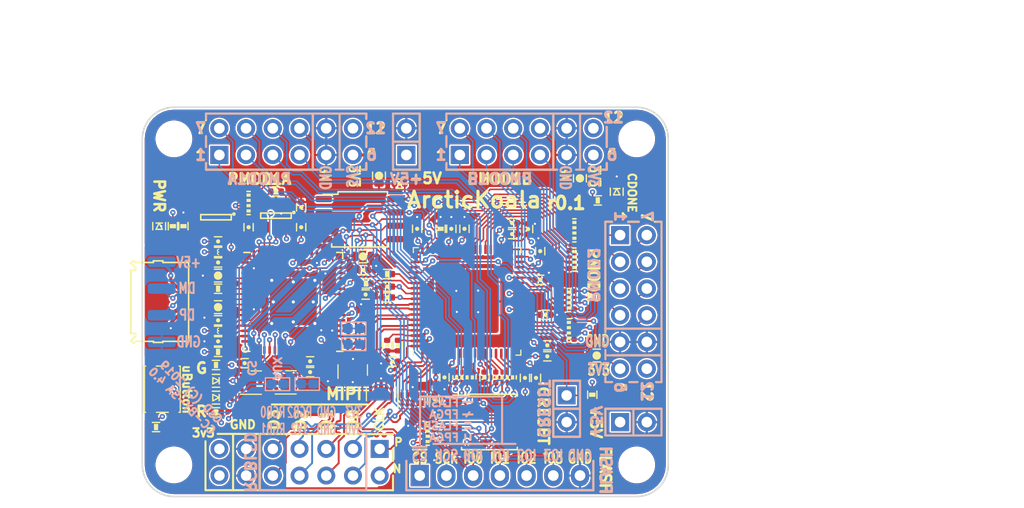
<source format=kicad_pcb>
(kicad_pcb (version 20171130) (host pcbnew 5.1.4-e60b266~84~ubuntu18.04.1)
  (title_block (title iCEBreaker) (rev V1.0d) (company 1BitSquared) (comment 1 "(C) 2019 Piotr Esden-Tempski <piotr@1bitsquared.com>") (comment 2 "(C) 2019 1BitSquared <info@1bitsquared.com>") (comment 3 "License: CC-BY-SA 4.0"))
  (layers (0 F.Cu signal) (1 In1.Cu signal) (2 In2.Cu signal) (31 B.Cu signal) (34 B.Paste user) (35 F.Paste user) (36 B.SilkS user) (37 F.SilkS user) (38 B.Mask user) (39 F.Mask user) (44 Edge.Cuts user))
  (net 0 "")
  (net 1 /~LEDG)
  (net 2 +3V3)
  (net 3 /iCE_SS_B)
  (net 4 /~BUTTON)
  (net 5 /~LEDR)
  (net 6 /P2_4)
  (net 7 /P2_9)
  (net 8 /P2_3)
  (net 9 /P2_8)
  (net 10 /P2_2)
  (net 11 /P2_7)
  (net 12 /P2_1)
  (net 13 /P2_10)
  (net 14 GND)
  (net 15 "Net-(R6-Pad1)")
  (net 16 "Net-(R2-Pad1)")
  (net 17 /FTDI_CLK)
  (net 18 +5V)
  (net 19 /iCE_SCK)
  (net 20 "Net-(C12-Pad1)")
  (net 21 "Net-(R8-Pad1)")
  (net 22 "Net-(C13-Pad1)")
  (net 23 +1V8)
  (net 24 "Net-(R9-Pad1)")
  (net 25 /iCE_CDONE)
  (net 26 /iCE_CRESET)
  (net 27 /P1B9)
  (net 28 /P1B10)
  (net 29 /P1B4)
  (net 30 /P1A1)
  (net 31 /P1A7)
  (net 32 /P1A2)
  (net 33 /P1A8)
  (net 34 /P1A3)
  (net 35 /P1A9)
  (net 36 /P1A4)
  (net 37 /P1A10)
  (net 38 /P1B1)
  (net 39 /P1B7)
  (net 40 /P1B2)
  (net 41 /P1B8)
  (net 42 /P1B3)
  (net 43 /shield)
  (net 44 "Net-(D1-PadA)")
  (net 45 "Net-(D4-PadA)")
  (net 46 "Net-(D5-PadA)")
  (net 47 "Net-(R2-Pad5)")
  (net 48 "Net-(R2-Pad3)")
  (net 49 /P1A1x)
  (net 50 /P1A7x)
  (net 51 /P1A2x)
  (net 52 /P1A8x)
  (net 53 /P2_4x)
  (net 54 /P2_3x)
  (net 55 /P2_2x)
  (net 56 /P2_1x)
  (net 57 /P1B7x)
  (net 58 /P1B8x)
  (net 59 /P1B9x)
  (net 60 /P1B10x)
  (net 61 /P2_10x)
  (net 62 /P2_9x)
  (net 63 /P2_8x)
  (net 64 /P2_7x)
  (net 65 /P1B1x)
  (net 66 /P1B2x)
  (net 67 /P1B3x)
  (net 68 /P1B4x)
  (net 69 /P1A10x)
  (net 70 /P1A4x)
  (net 71 /P1A9x)
  (net 72 /P1A3x)
  (net 73 /USB_DP)
  (net 74 /USB_DM)
  (net 75 /Tx_TTL|FIFO_D1)
  (net 76 /Rx_TTL|FIFO_D0)
  (net 77 /FLASH_MISO|IO1)
  (net 78 /FLASH_MOSI|IO0)
  (net 79 /FLASH_~WP~|IO2)
  (net 80 /FLASH_~HLD~|~RST~|IO3)
  (net 81 /FLASH_CS)
  (net 82 /xFIFO_D1)
  (net 83 /xFIFO_D0)
  (net 84 /xiCE_CRESET)
  (net 85 /SPI_CS)
  (net 86 "Net-(R2-Pad8)")
  (net 87 "Net-(P1-Pad4)")
  (net 88 "Net-(U4-Pad60)")
  (net 89 "Net-(U4-Pad59)")
  (net 90 "Net-(U4-Pad58)")
  (net 91 "Net-(U4-Pad57)")
  (net 92 "Net-(U4-Pad36)")
  (net 93 "Net-(U4-Pad34)")
  (net 94 "Net-(U4-Pad33)")
  (net 95 "Net-(U4-Pad32)")
  (net 96 "Net-(U4-Pad30)")
  (net 97 "Net-(U4-Pad29)")
  (net 98 "Net-(U4-Pad28)")
  (net 99 "Net-(U4-Pad27)")
  (net 100 "Net-(U4-Pad26)")
  (net 101 "Net-(U4-Pad22)")
  (net 102 "Net-(U4-Pad3)")
  (net 103 "Net-(U6-Pad20)")
  (net 104 "Net-(U6-Pad19)")
  (net 105 "Net-(U7-Pad2)")
  (net 106 +1V0)
  (net 107 /CK_N)
  (net 108 /CK_P)
  (net 109 /D1N)
  (net 110 /D1P)
  (net 111 /D3N)
  (net 112 /D3P)
  (net 113 /D0P)
  (net 114 /D2N)
  (net 115 /D2P)
  (net 116 "Net-(R7-Pad2)")
  (net 117 "Net-(R10-Pad2)")
  (net 118 "Net-(U6-Pad28)")
  (net 119 "Net-(U6-Pad27)")
  (net 120 /D0N)
  (net 121 "Net-(U4-Pad55)")
  (net 122 "Net-(U4-Pad54)")
  (net 123 "Net-(U4-Pad53)")
  (net 124 "Net-(U4-Pad52)")
  (net 125 "Net-(U4-Pad48)")
  (net 126 "Net-(U4-Pad46)")
  (net 127 "Net-(U4-Pad45)")
  (net 128 "Net-(U4-Pad44)")
  (net 129 "Net-(U4-Pad43)")
  (net 130 "Net-(U4-Pad41)")
  (net 131 "Net-(U4-Pad40)")
  (net 132 "Net-(U6-Pad37)")
  (net 133 "Net-(U6-Pad36)")
  (net 134 /PSRAM_CS)
  (net 135 "Net-(U9-Pad7)")
  (net 136 "Net-(U9-Pad6)")
  (net 137 "Net-(U9-Pad5)")
  (net 138 "Net-(U9-Pad4)")
  (module pkl_housings_dfn_qfn:QFN-64-4.45mm1EP_9x9mm_Pitch0.5mm (layer F.Cu) (at 44.35 47.5)
    (fp_text reference U4 hide)
    (fp_text value FT2232H hide)
    (pad 65 smd roundrect (at 0 0) (size 4.45 4.45) (layers F.Cu F.Mask) (roundrect_rratio 0.05599999999999999) (net 14 GND))
    (pad 65 thru_hole circle (at -2.05 2.05) (size 0.5 0.5) (drill 0.3) (layers *.Cu) (net 14 GND))
    (pad 65 thru_hole circle (at 0 1.9) (size 0.5 0.5) (drill 0.3) (layers *.Cu F.Mask) (net 14 GND))
    (pad 65 thru_hole circle (at 2.05 2.05) (size 0.5 0.5) (drill 0.3) (layers *.Cu) (net 14 GND))
    (pad 65 thru_hole circle (at 1.9 0) (size 0.5 0.5) (drill 0.3) (layers *.Cu F.Mask) (net 14 GND))
    (pad 65 thru_hole circle (at 0 -1.9) (size 0.5 0.5) (drill 0.3) (layers *.Cu F.Mask) (net 14 GND))
    (pad 65 thru_hole circle (at 2.05 -2.05) (size 0.5 0.5) (drill 0.3) (layers *.Cu) (net 14 GND))
    (pad 65 thru_hole circle (at -2.05 -2.05) (size 0.5 0.5) (drill 0.3) (layers *.Cu) (net 14 GND))
    (pad 65 thru_hole circle (at -1.9 0) (size 0.5 0.5) (drill 0.3) (layers *.Cu F.Mask) (net 14 GND))
    (pad 65 thru_hole circle (at 0 0) (size 0.5 0.5) (drill 0.3) (layers *.Cu F.Mask) (net 14 GND))
    (pad 64 smd roundrect (at -3.75 -4.575 90) (size 0.75 0.25) (layers F.Cu F.Paste F.Mask) (net 23 +1V8))
    (pad 63 smd roundrect (at -3.25 -4.575 90) (size 0.75 0.25) (layers F.Cu F.Paste F.Mask) (net 48 "Net-(R2-Pad3)"))
    (pad 62 smd roundrect (at -2.75 -4.575 90) (size 0.75 0.25) (layers F.Cu F.Paste F.Mask) (net 16 "Net-(R2-Pad1)"))
    (pad 61 smd roundrect (at -2.25 -4.575 90) (size 0.75 0.25) (layers F.Cu F.Paste F.Mask) (net 15 "Net-(R6-Pad1)"))
    (pad 60 smd roundrect (at -1.75 -4.575 90) (size 0.75 0.25) (layers F.Cu F.Paste F.Mask) (net 88 "Net-(U4-Pad60)"))
    (pad 59 smd roundrect (at -1.25 -4.575 90) (size 0.75 0.25) (layers F.Cu F.Paste F.Mask) (net 89 "Net-(U4-Pad59)"))
    (pad 58 smd roundrect (at -0.75 -4.575 90) (size 0.75 0.25) (layers F.Cu F.Paste F.Mask) (net 90 "Net-(U4-Pad58)"))
    (pad 57 smd roundrect (at -0.25 -4.575 90) (size 0.75 0.25) (layers F.Cu F.Paste F.Mask) (net 91 "Net-(U4-Pad57)"))
    (pad 56 smd roundrect (at 0.25 -4.575 90) (size 0.75 0.25) (layers F.Cu F.Paste F.Mask) (net 2 +3V3))
    (pad 55 smd roundrect (at 0.75 -4.575 90) (size 0.75 0.25) (layers F.Cu F.Paste F.Mask) (net 121 "Net-(U4-Pad55)"))
    (pad 54 smd roundrect (at 1.25 -4.575 90) (size 0.75 0.25) (layers F.Cu F.Paste F.Mask) (net 122 "Net-(U4-Pad54)"))
    (pad 53 smd roundrect (at 1.75 -4.575 90) (size 0.75 0.25) (layers F.Cu F.Paste F.Mask) (net 123 "Net-(U4-Pad53)"))
    (pad 52 smd roundrect (at 2.25 -4.575 90) (size 0.75 0.25) (layers F.Cu F.Paste F.Mask) (net 124 "Net-(U4-Pad52)"))
    (pad 51 smd roundrect (at 2.75 -4.575 90) (size 0.75 0.25) (layers F.Cu F.Paste F.Mask) (net 14 GND))
    (pad 50 smd roundrect (at 3.25 -4.575 90) (size 0.75 0.25) (layers F.Cu F.Paste F.Mask) (net 2 +3V3))
    (pad 49 smd roundrect (at 3.75 -4.575 90) (size 0.75 0.25) (layers F.Cu F.Paste F.Mask) (net 23 +1V8))
    (pad 48 smd roundrect (at 4.575 -3.75) (size 0.75 0.25) (layers F.Cu F.Paste F.Mask) (net 125 "Net-(U4-Pad48)"))
    (pad 47 smd roundrect (at 4.575 -3.25) (size 0.75 0.25) (layers F.Cu F.Paste F.Mask) (net 14 GND))
    (pad 46 smd roundrect (at 4.575 -2.75) (size 0.75 0.25) (layers F.Cu F.Paste F.Mask) (net 126 "Net-(U4-Pad46)"))
    (pad 45 smd roundrect (at 4.575 -2.25) (size 0.75 0.25) (layers F.Cu F.Paste F.Mask) (net 127 "Net-(U4-Pad45)"))
    (pad 44 smd roundrect (at 4.575 -1.75) (size 0.75 0.25) (layers F.Cu F.Paste F.Mask) (net 128 "Net-(U4-Pad44)"))
    (pad 43 smd roundrect (at 4.575 -1.25) (size 0.75 0.25) (layers F.Cu F.Paste F.Mask) (net 129 "Net-(U4-Pad43)"))
    (pad 42 smd roundrect (at 4.575 -0.75) (size 0.75 0.25) (layers F.Cu F.Paste F.Mask) (net 2 +3V3))
    (pad 41 smd roundrect (at 4.575 -0.25) (size 0.75 0.25) (layers F.Cu F.Paste F.Mask) (net 130 "Net-(U4-Pad41)"))
    (pad 40 smd roundrect (at 4.575 0.25) (size 0.75 0.25) (layers F.Cu F.Paste F.Mask) (net 131 "Net-(U4-Pad40)"))
    (pad 39 smd roundrect (at 4.575 0.75) (size 0.75 0.25) (layers F.Cu F.Paste F.Mask) (net 82 /xFIFO_D1))
    (pad 38 smd roundrect (at 4.575 1.25) (size 0.75 0.25) (layers F.Cu F.Paste F.Mask) (net 83 /xFIFO_D0))
    (pad 37 smd roundrect (at 4.575 1.75) (size 0.75 0.25) (layers F.Cu F.Paste F.Mask) (net 23 +1V8))
    (pad 36 smd roundrect (at 4.575 2.25) (size 0.75 0.25) (layers F.Cu F.Paste F.Mask) (net 92 "Net-(U4-Pad36)"))
    (pad 35 smd roundrect (at 4.575 2.75) (size 0.75 0.25) (layers F.Cu F.Paste F.Mask) (net 14 GND))
    (pad 34 smd roundrect (at 4.575 3.25) (size 0.75 0.25) (layers F.Cu F.Paste F.Mask) (net 93 "Net-(U4-Pad34)"))
    (pad 33 smd roundrect (at 4.575 3.75) (size 0.75 0.25) (layers F.Cu F.Paste F.Mask) (net 94 "Net-(U4-Pad33)"))
    (pad 32 smd roundrect (at 3.75 4.575 90) (size 0.75 0.25) (layers F.Cu F.Paste F.Mask) (net 95 "Net-(U4-Pad32)"))
    (pad 31 smd roundrect (at 3.25 4.575 90) (size 0.75 0.25) (layers F.Cu F.Paste F.Mask) (net 2 +3V3))
    (pad 30 smd roundrect (at 2.75 4.575 90) (size 0.75 0.25) (layers F.Cu F.Paste F.Mask) (net 96 "Net-(U4-Pad30)"))
    (pad 29 smd roundrect (at 2.25 4.575 90) (size 0.75 0.25) (layers F.Cu F.Paste F.Mask) (net 97 "Net-(U4-Pad29)"))
    (pad 28 smd roundrect (at 1.75 4.575 90) (size 0.75 0.25) (layers F.Cu F.Paste F.Mask) (net 98 "Net-(U4-Pad28)"))
    (pad 27 smd roundrect (at 1.25 4.575 90) (size 0.75 0.25) (layers F.Cu F.Paste F.Mask) (net 99 "Net-(U4-Pad27)"))
    (pad 26 smd roundrect (at 0.75 4.575 90) (size 0.75 0.25) (layers F.Cu F.Paste F.Mask) (net 100 "Net-(U4-Pad26)"))
    (pad 25 smd roundrect (at 0.25 4.575 90) (size 0.75 0.25) (layers F.Cu F.Paste F.Mask) (net 14 GND))
    (pad 24 smd roundrect (at -0.25 4.575 90) (size 0.75 0.25) (layers F.Cu F.Paste F.Mask) (net 84 /xiCE_CRESET))
    (pad 23 smd roundrect (at -0.75 4.575 90) (size 0.75 0.25) (layers F.Cu F.Paste F.Mask) (net 25 /iCE_CDONE))
    (pad 22 smd roundrect (at -1.25 4.575 90) (size 0.75 0.25) (layers F.Cu F.Paste F.Mask) (net 101 "Net-(U4-Pad22)"))
    (pad 21 smd roundrect (at -1.75 4.575 90) (size 0.75 0.25) (layers F.Cu F.Paste F.Mask) (net 3 /iCE_SS_B))
    (pad 20 smd roundrect (at -2.25 4.575 90) (size 0.75 0.25) (layers F.Cu F.Paste F.Mask) (net 2 +3V3))
    (pad 19 smd roundrect (at -2.75 4.575 90) (size 0.75 0.25) (layers F.Cu F.Paste F.Mask) (net 85 /SPI_CS))
    (pad 18 smd roundrect (at -3.25 4.575 90) (size 0.75 0.25) (layers F.Cu F.Paste F.Mask) (net 77 /FLASH_MISO|IO1))
    (pad 17 smd roundrect (at -3.75 4.575 90) (size 0.75 0.25) (layers F.Cu F.Paste F.Mask) (net 78 /FLASH_MOSI|IO0))
    (pad 16 smd roundrect (at -4.575 3.75) (size 0.75 0.25) (layers F.Cu F.Paste F.Mask) (net 19 /iCE_SCK))
    (pad 15 smd roundrect (at -4.575 3.25) (size 0.75 0.25) (layers F.Cu F.Paste F.Mask) (net 14 GND))
    (pad 14 smd roundrect (at -4.575 2.75) (size 0.75 0.25) (layers F.Cu F.Paste F.Mask) (net 24 "Net-(R9-Pad1)"))
    (pad 13 smd roundrect (at -4.575 2.25) (size 0.75 0.25) (layers F.Cu F.Paste F.Mask) (net 14 GND))
    (pad 12 smd roundrect (at -4.575 1.75) (size 0.75 0.25) (layers F.Cu F.Paste F.Mask) (net 23 +1V8))
    (pad 11 smd roundrect (at -4.575 1.25) (size 0.75 0.25) (layers F.Cu F.Paste F.Mask) (net 14 GND))
    (pad 10 smd roundrect (at -4.575 0.75) (size 0.75 0.25) (layers F.Cu F.Paste F.Mask) (net 14 GND))
    (pad 9 smd roundrect (at -4.575 0.25) (size 0.75 0.25) (layers F.Cu F.Paste F.Mask) (net 22 "Net-(C13-Pad1)"))
    (pad 8 smd roundrect (at -4.575 -0.25) (size 0.75 0.25) (layers F.Cu F.Paste F.Mask) (net 73 /USB_DP))
    (pad 7 smd roundrect (at -4.575 -0.75) (size 0.75 0.25) (layers F.Cu F.Paste F.Mask) (net 74 /USB_DM))
    (pad 6 smd roundrect (at -4.575 -1.25) (size 0.75 0.25) (layers F.Cu F.Paste F.Mask) (net 21 "Net-(R8-Pad1)"))
    (pad 5 smd roundrect (at -4.575 -1.75) (size 0.75 0.25) (layers F.Cu F.Paste F.Mask) (net 14 GND))
    (pad 4 smd roundrect (at -4.575 -2.25) (size 0.75 0.25) (layers F.Cu F.Paste F.Mask) (net 20 "Net-(C12-Pad1)"))
    (pad 3 smd roundrect (at -4.575 -2.75) (size 0.75 0.25) (layers F.Cu F.Paste F.Mask) (net 102 "Net-(U4-Pad3)"))
    (pad 2 smd roundrect (at -4.575 -3.25) (size 0.75 0.25) (layers F.Cu F.Paste F.Mask) (net 17 /FTDI_CLK))
    (pad 1 smd roundrect (at -4.575 -3.75) (size 0.75 0.25) (layers F.Cu F.Paste F.Mask) (net 14 GND))
  )
  (module pkl_dipol:R_0402 (layer F.Cu) (at 73.3 37.85 180)
    (fp_text reference R5 hide)
    (fp_text value 4k7 hide)
    (pad 2 smd roundrect (at 0.5 0 180) (size 0.5 0.6) (layers F.Cu F.Paste F.Mask) (net 2 +3V3))
    (pad 1 smd roundrect (at -0.5 0 180) (size 0.5 0.6) (layers F.Cu F.Paste F.Mask) (net 25 /iCE_CDONE))
  )
  (module Package_SON:USON-10_2.5x1.0mm_P0.5mm (layer F.Cu) (at 55.7 56.75 90)
    (fp_text reference U9 hide)
    (fp_text value TPD4EUSB30 hide)
    (pad 8 smd rect (at 0.385 0) (size 0.4 0.55) (layers F.Cu F.Paste F.Mask) (net 14 GND))
    (pad 10 smd rect (at 0.385 -1) (size 0.3 0.55) (layers F.Cu F.Paste F.Mask) (net 120 /D0N))
    (pad 7 smd rect (at 0.385 0.5) (size 0.3 0.55) (layers F.Cu F.Paste F.Mask) (net 135 "Net-(U9-Pad7)"))
    (pad 6 smd rect (at 0.385 1) (size 0.3 0.55) (layers F.Cu F.Paste F.Mask) (net 136 "Net-(U9-Pad6)"))
    (pad 9 smd rect (at 0.385 -0.5) (size 0.3 0.55) (layers F.Cu F.Paste F.Mask) (net 113 /D0P))
    (pad 5 smd rect (at -0.385 1) (size 0.3 0.55) (layers F.Cu F.Paste F.Mask) (net 137 "Net-(U9-Pad5)"))
    (pad 4 smd rect (at -0.385 0.5) (size 0.3 0.55) (layers F.Cu F.Paste F.Mask) (net 138 "Net-(U9-Pad4)"))
    (pad 3 smd rect (at -0.385 0) (size 0.4 0.55) (layers F.Cu F.Paste F.Mask) (net 14 GND))
    (pad 2 smd rect (at -0.385 -0.5) (size 0.3 0.55) (layers F.Cu F.Paste F.Mask) (net 113 /D0P))
    (pad 1 smd rect (at -0.385 -1) (size 0.3 0.55) (layers F.Cu F.Paste F.Mask) (net 120 /D0N))
  )
  (module Package_SON:USON-10_2.5x1.0mm_P0.5mm (layer F.Cu) (at 52.7 56.09 90)
    (fp_text reference U8 hide)
    (fp_text value TPD4EUSB30 hide)
    (pad 8 smd rect (at 0.385 0) (size 0.4 0.55) (layers F.Cu F.Paste F.Mask) (net 14 GND))
    (pad 10 smd rect (at 0.385 -1) (size 0.3 0.55) (layers F.Cu F.Paste F.Mask) (net 108 /CK_P))
    (pad 7 smd rect (at 0.385 0.5) (size 0.3 0.55) (layers F.Cu F.Paste F.Mask) (net 115 /D2P))
    (pad 6 smd rect (at 0.385 1) (size 0.3 0.55) (layers F.Cu F.Paste F.Mask) (net 114 /D2N))
    (pad 9 smd rect (at 0.385 -0.5) (size 0.3 0.55) (layers F.Cu F.Paste F.Mask) (net 107 /CK_N))
    (pad 5 smd rect (at -0.385 1) (size 0.3 0.55) (layers F.Cu F.Paste F.Mask) (net 114 /D2N))
    (pad 4 smd rect (at -0.385 0.5) (size 0.3 0.55) (layers F.Cu F.Paste F.Mask) (net 115 /D2P))
    (pad 3 smd rect (at -0.385 0) (size 0.4 0.55) (layers F.Cu F.Paste F.Mask) (net 14 GND))
    (pad 2 smd rect (at -0.385 -0.5) (size 0.3 0.55) (layers F.Cu F.Paste F.Mask) (net 107 /CK_N))
    (pad 1 smd rect (at -0.385 -1) (size 0.3 0.55) (layers F.Cu F.Paste F.Mask) (net 108 /CK_P))
  )
  (module Package_SON:USON-10_2.5x1.0mm_P0.5mm (layer F.Cu) (at 50 53.975 90)
    (fp_text reference U3 hide)
    (fp_text value TPD4EUSB30 hide)
    (pad 8 smd rect (at 0.385 0) (size 0.4 0.55) (layers F.Cu F.Paste F.Mask) (net 14 GND))
    (pad 10 smd rect (at 0.385 -1) (size 0.3 0.55) (layers F.Cu F.Paste F.Mask) (net 112 /D3P))
    (pad 7 smd rect (at 0.385 0.5) (size 0.3 0.55) (layers F.Cu F.Paste F.Mask) (net 110 /D1P))
    (pad 6 smd rect (at 0.385 1) (size 0.3 0.55) (layers F.Cu F.Paste F.Mask) (net 109 /D1N))
    (pad 9 smd rect (at 0.385 -0.5) (size 0.3 0.55) (layers F.Cu F.Paste F.Mask) (net 111 /D3N))
    (pad 5 smd rect (at -0.385 1) (size 0.3 0.55) (layers F.Cu F.Paste F.Mask) (net 109 /D1N))
    (pad 4 smd rect (at -0.385 0.5) (size 0.3 0.55) (layers F.Cu F.Paste F.Mask) (net 110 /D1P))
    (pad 3 smd rect (at -0.385 0) (size 0.4 0.55) (layers F.Cu F.Paste F.Mask) (net 14 GND))
    (pad 2 smd rect (at -0.385 -0.5) (size 0.3 0.55) (layers F.Cu F.Paste F.Mask) (net 111 /D3N))
    (pad 1 smd rect (at -0.385 -1) (size 0.3 0.55) (layers F.Cu F.Paste F.Mask) (net 112 /D3P))
  )
  (module Package_SON:WSON-6-1EP_2x2mm_P0.65mm_EP1x1.6mm (layer F.Cu) (at 43.625 55.15)
    (fp_text reference REF** hide)
    (fp_text value WSON-6-1EP_2x2mm_P0.65mm_EP1x1.6mm hide)
    (pad 6 smd roundrect (at 0.8875 -0.65) (size 0.375 0.4) (layers F.Cu F.Paste F.Mask))
    (pad 5 smd roundrect (at 0.8875 0) (size 0.375 0.4) (layers F.Cu F.Paste F.Mask))
    (pad 4 smd roundrect (at 0.8875 0.65) (size 0.375 0.4) (layers F.Cu F.Paste F.Mask))
    (pad 3 smd roundrect (at -0.8875 0.65) (size 0.375 0.4) (layers F.Cu F.Paste F.Mask))
    (pad 2 smd roundrect (at -0.8875 0) (size 0.375 0.4) (layers F.Cu F.Paste F.Mask))
    (pad 1 smd roundrect (at -0.8875 -0.65) (size 0.375 0.4) (layers F.Cu F.Paste F.Mask))
    (pad 7 smd roundrect (at 0 0) (size 1 1.6) (layers F.Cu F.Mask))
  )
  (module Package_SON:WSON-6-1EP_2x2mm_P0.65mm_EP1x1.6mm (layer F.Cu) (at 40.325 55.175)
    (fp_text reference REF** hide)
    (fp_text value WSON-6-1EP_2x2mm_P0.65mm_EP1x1.6mm hide)
    (pad 7 smd roundrect (at 0 0) (size 1 1.6) (layers F.Cu F.Mask))
    (pad 1 smd roundrect (at -0.8875 -0.65) (size 0.375 0.4) (layers F.Cu F.Paste F.Mask))
    (pad 2 smd roundrect (at -0.8875 0) (size 0.375 0.4) (layers F.Cu F.Paste F.Mask))
    (pad 3 smd roundrect (at -0.8875 0.65) (size 0.375 0.4) (layers F.Cu F.Paste F.Mask))
    (pad 4 smd roundrect (at 0.8875 0.65) (size 0.375 0.4) (layers F.Cu F.Paste F.Mask))
    (pad 5 smd roundrect (at 0.8875 0) (size 0.375 0.4) (layers F.Cu F.Paste F.Mask))
    (pad 6 smd roundrect (at 0.8875 -0.65) (size 0.375 0.4) (layers F.Cu F.Paste F.Mask))
  )
  (module Connector_PinSocket_2.54mm:PinSocket_2x07_P2.54mm_Vertical (layer B.Cu) (at 52.565 61.475 90)
    (fp_text reference J3 hide)
    (fp_text value Conn_02x07_Odd_Even hide)
    (pad 14 thru_hole oval (at -2.54 -15.24 90) (size 1.7 1.7) (drill 1) (layers *.Cu *.Mask) (net 2 +3V3))
    (pad 13 thru_hole oval (at 0 -15.24 90) (size 1.7 1.7) (drill 1) (layers *.Cu *.Mask) (net 2 +3V3))
    (pad 12 thru_hole oval (at -2.54 -12.7 90) (size 1.7 1.7) (drill 1) (layers *.Cu *.Mask) (net 14 GND))
    (pad 11 thru_hole oval (at 0 -12.7 90) (size 1.7 1.7) (drill 1) (layers *.Cu *.Mask) (net 14 GND))
    (pad 10 thru_hole oval (at -2.54 -10.16 90) (size 1.7 1.7) (drill 1) (layers *.Cu *.Mask) (net 111 /D3N))
    (pad 9 thru_hole oval (at 0 -10.16 90) (size 1.7 1.7) (drill 1) (layers *.Cu *.Mask) (net 112 /D3P))
    (pad 8 thru_hole oval (at -2.54 -7.62 90) (size 1.7 1.7) (drill 1) (layers *.Cu *.Mask) (net 114 /D2N))
    (pad 7 thru_hole oval (at 0 -7.62 90) (size 1.7 1.7) (drill 1) (layers *.Cu *.Mask) (net 115 /D2P))
    (pad 6 thru_hole oval (at -2.54 -5.08 90) (size 1.7 1.7) (drill 1) (layers *.Cu *.Mask) (net 109 /D1N))
    (pad 5 thru_hole oval (at 0 -5.08 90) (size 1.7 1.7) (drill 1) (layers *.Cu *.Mask) (net 110 /D1P))
    (pad 4 thru_hole oval (at -2.54 -2.54 90) (size 1.7 1.7) (drill 1) (layers *.Cu *.Mask) (net 120 /D0N))
    (pad 3 thru_hole oval (at 0 -2.54 90) (size 1.7 1.7) (drill 1) (layers *.Cu *.Mask) (net 113 /D0P))
    (pad 2 thru_hole oval (at -2.54 0 90) (size 1.7 1.7) (drill 1) (layers *.Cu *.Mask) (net 107 /CK_N))
    (pad 1 thru_hole rect (at 0 0 90) (size 1.7 1.7) (drill 1) (layers *.Cu *.Mask) (net 108 /CK_P))
  )
  (module pkl_housings_soic:SOIC-8_5.3x5.3mm_Pitch1.27mm (layer F.Cu) (at 50.65 39.625)
    (fp_text reference U2 hide)
    (fp_text value PSRAM hide)
    (pad 8 smd roundrect (at 3.4 -1.905) (size 1.55 0.6) (layers F.Cu F.Paste F.Mask) (net 2 +3V3))
    (pad 7 smd roundrect (at 3.4 -0.635) (size 1.55 0.6) (layers F.Cu F.Paste F.Mask) (net 80 /FLASH_~HLD~|~RST~|IO3))
    (pad 6 smd roundrect (at 3.4 0.635) (size 1.55 0.6) (layers F.Cu F.Paste F.Mask) (net 19 /iCE_SCK))
    (pad 5 smd roundrect (at 3.4 1.905) (size 1.55 0.6) (layers F.Cu F.Paste F.Mask) (net 78 /FLASH_MOSI|IO0))
    (pad 4 smd roundrect (at -3.4 1.905) (size 1.55 0.6) (layers F.Cu F.Paste F.Mask) (net 14 GND))
    (pad 3 smd roundrect (at -3.4 0.635) (size 1.55 0.6) (layers F.Cu F.Paste F.Mask) (net 79 /FLASH_~WP~|IO2))
    (pad 2 smd roundrect (at -3.4 -0.635) (size 1.55 0.6) (layers F.Cu F.Paste F.Mask) (net 77 /FLASH_MISO|IO1))
    (pad 1 smd roundrect (at -3.4 -1.905) (size 1.55 0.6) (layers F.Cu F.Paste F.Mask) (net 134 /PSRAM_CS))
  )
  (module pkl_dipol:C_0402 (layer F.Cu) (at 54.45 36.25 180)
    (fp_text reference C40 hide)
    (fp_text value 100n hide)
    (pad 2 smd roundrect (at 0.5 0 180) (size 0.5 0.6) (layers F.Cu F.Paste F.Mask) (net 14 GND))
    (pad 1 smd roundrect (at -0.5 0 180) (size 0.5 0.6) (layers F.Cu F.Paste F.Mask) (net 2 +3V3))
  )
  (module pkl_jumpers:J_NC_0603_15 (layer B.Cu) (at 42.85 55.325 180)
    (fp_text reference J29 hide)
    (fp_text value Jumper hide)
    (fp_line (start -0.2 0) (end 0.2 0) (layer B.Cu) (width 0.15))
    (pad 2 smd roundrect (at 0.575 0 180) (size 0.95 0.9) (layers B.Cu B.Mask) (net 5 /~LEDR))
    (pad 1 smd roundrect (at -0.575 0 180) (size 0.95 0.9) (layers B.Cu B.Mask) (net 85 /SPI_CS))
  )
  (module pkl_jumpers:J_NC_0603_15 (layer B.Cu) (at 45.675 55.3 180)
    (fp_text reference J18 hide)
    (fp_text value Jumper hide)
    (fp_line (start -0.2 0) (end 0.2 0) (layer B.Cu) (width 0.15))
    (pad 2 smd roundrect (at 0.575 0 180) (size 0.95 0.9) (layers B.Cu B.Mask) (net 3 /iCE_SS_B))
    (pad 1 smd roundrect (at -0.575 0 180) (size 0.95 0.9) (layers B.Cu B.Mask) (net 81 /FLASH_CS))
  )
  (module gsd_logo_small (layer F.Cu) (at 34 37.925)
    (fp_text reference G*** hide)
    (fp_text value LOGO hide)
    (fp_poly (pts (xy 0.809625 -0.656049) (xy 0.948894 -0.652824) (xy 1.055352 -0.641742) (xy 1.138164 -0.620435) (xy 1.206496 -0.586535) (xy 1.269512 -0.537672) (xy 1.270237 -0.537018) (xy 1.340037 -0.45732) (xy 1.386054 -0.362298) (xy 1.410458 -0.244688) (xy 1.415419 -0.097228) (xy 1.413931 -0.056017) (xy 1.39408 0.106816) (xy 1.349894 0.237949) (xy 1.279148 0.339287) (xy 1.179619 0.412731) (xy 1.049083 0.460187) (xy 0.885316 0.483556) (xy 0.779803 0.486833) (xy 0.592667 0.486833) (xy 0.592667 0.338667) (xy 0.762 0.338667) (xy 0.884039 0.338667) (xy 0.998972 0.327347) (xy 1.079303 0.299395) (xy 1.160578 0.233792) (xy 1.215228 0.137724) (xy 1.243868 0.009786) (xy 1.248834 -0.087568) (xy 1.23982 -0.236059) (xy 1.21085 -0.349515) (xy 1.159033 -0.431642) (xy 1.081476 -0.486148) (xy 0.975288 -0.516738) (xy 0.908005 -0.524408) (xy 0.762 -0.534855) (xy 0.762 0.338667) (xy 0.592667 0.338667) (xy 0.592667 -0.656167) (xy 0.809625 -0.656049)) (layer F.Cu) (width 0.01))
    (fp_poly (pts (xy 0.162577 -0.408638) (xy 0.231651 -0.397665) (xy 0.269226 -0.38476) (xy 0.285863 -0.363181) (xy 0.292122 -0.326181) (xy 0.292151 -0.325883) (xy 0.298552 -0.260216) (xy 0.140244 -0.270375) (xy 0.023554 -0.274289) (xy -0.058453 -0.267638) (xy -0.112413 -0.249068) (xy -0.144962 -0.217221) (xy -0.1483 -0.211417) (xy -0.159408 -0.158528) (xy -0.131713 -0.111118) (xy -0.063856 -0.06759) (xy -0.005378 -0.043426) (xy 0.120986 0.004376) (xy 0.212326 0.044812) (xy 0.274186 0.082617) (xy 0.312111 0.122522) (xy 0.331646 0.16926) (xy 0.338334 0.227561) (xy 0.338667 0.250217) (xy 0.332061 0.319458) (xy 0.306108 0.369754) (xy 0.275785 0.401589) (xy 0.193201 0.454029) (xy 0.081845 0.489442) (xy -0.047579 0.506087) (xy -0.184364 0.50222) (xy -0.264583 0.489528) (xy -0.310364 0.472303) (xy -0.330277 0.436937) (xy -0.334784 0.40645) (xy -0.341485 0.336834) (xy -0.228951 0.353625) (xy -0.077646 0.369325) (xy 0.038464 0.366191) (xy 0.11832 0.344321) (xy 0.151534 0.318598) (xy 0.179753 0.277874) (xy 0.1905 0.251655) (xy 0.170586 0.212403) (xy 0.114686 0.169922) (xy 0.028559 0.127998) (xy -0.031142 0.106035) (xy -0.115912 0.072019) (xy -0.195079 0.030549) (xy -0.245396 -0.004577) (xy -0.292577 -0.05312) (xy -0.313312 -0.100997) (xy -0.3175 -0.159315) (xy -0.298442 -0.24985) (xy -0.244324 -0.323152) (xy -0.159727 -0.376842) (xy -0.04923 -0.40854) (xy 0.082583 -0.415868) (xy 0.162577 -0.408638)) (layer F.Cu) (width 0.01))
    (fp_poly (pts (xy -0.729586 -0.662399) (xy -0.677333 -0.647505) (xy -0.626418 -0.62313) (xy -0.603622 -0.588205) (xy -0.59668 -0.543282) (xy -0.593267 -0.492195) (xy -0.600915 -0.471095) (xy -0.629252 -0.474961) (xy -0.684652 -0.497417) (xy -0.793084 -0.52487) (xy -0.911313 -0.52619) (xy -1.021487 -0.502134) (xy -1.067329 -0.481194) (xy -1.152001 -0.414193) (xy -1.209167 -0.323118) (xy -1.240724 -0.203739) (xy -1.248833 -0.077437) (xy -1.235812 0.076285) (xy -1.196686 0.196724) (xy -1.131367 0.283993) (xy -1.039764 0.338206) (xy -0.921786 0.359477) (xy -0.902158 0.359833) (xy -0.827591 0.358133) (xy -0.78048 0.347764) (xy -0.754524 0.320825) (xy -0.743421 0.269416) (xy -0.740872 0.185636) (xy -0.740833 0.157542) (xy -0.740833 -0.019054) (xy -0.862541 -0.025402) (xy -0.931356 -0.030401) (xy -0.968596 -0.039801) (xy -0.985008 -0.059004) (xy -0.990947 -0.089958) (xy -0.997645 -0.148167) (xy -0.592666 -0.148167) (xy -0.592666 0.440359) (xy -0.661458 0.46483) (xy -0.746414 0.485276) (xy -0.850823 0.496713) (xy -0.957542 0.498477) (xy -1.049423 0.489902) (xy -1.085247 0.481267) (xy -1.208581 0.422253) (xy -1.302342 0.335079) (xy -1.367447 0.218338) (xy -1.404808 0.070623) (xy -1.413852 -0.024121) (xy -1.40885 -0.20249) (xy -1.373738 -0.351868) (xy -1.307754 -0.47377) (xy -1.210142 -0.569709) (xy -1.111404 -0.627564) (xy -0.992941 -0.664104) (xy -0.859141 -0.676016) (xy -0.729586 -0.662399)) (layer F.Cu) (width 0.01))
  )
  (module oshw_small (layer F.Cu) (at 34.95 36)
    (fp_text reference G*** hide)
    (fp_text value LOGO hide)
    (fp_poly (pts (xy 0.034434 -1.070644) (xy 0.067967 -1.070441) (xy 0.094854 -1.070081) (xy 0.115679 -1.069545) (xy 0.131028 -1.068815) (xy 0.141484 -1.067873) (xy 0.147631 -1.0667) (xy 0.14957 -1.065823) (xy 0.151728 -1.062359) (xy 0.154421 -1.054534) (xy 0.157762 -1.041831) (xy 0.161865 -1.023736) (xy 0.166844 -0.999734) (xy 0.172812 -0.969309) (xy 0.179883 -0.931946) (xy 0.18387 -0.910492) (xy 0.191899 -0.867626) (xy 0.198777 -0.832133) (xy 0.204579 -0.803667) (xy 0.20938 -0.781882) (xy 0.213256 -0.766433) (xy 0.216284 -0.756974) (xy 0.218192 -0.753437) (xy 0.223255 -0.750437) (xy 0.23444 -0.745046) (xy 0.250596 -0.737743) (xy 0.270577 -0.729006) (xy 0.293232 -0.719311) (xy 0.317413 -0.709137) (xy 0.34197 -0.698962) (xy 0.365756 -0.689262) (xy 0.387621 -0.680517) (xy 0.406415 -0.673202) (xy 0.420991 -0.667796) (xy 0.430199 -0.664778) (xy 0.432574 -0.664308) (xy 0.436931 -0.666453) (xy 0.446994 -0.672572) (xy 0.46204 -0.682192) (xy 0.48135 -0.69484) (xy 0.504202 -0.710041) (xy 0.529876 -0.727323) (xy 0.557649 -0.746211) (xy 0.566444 -0.752231) (xy 0.594625 -0.771491) (xy 0.620833 -0.789294) (xy 0.644361 -0.805167) (xy 0.664502 -0.81864) (xy 0.68055 -0.82924) (xy 0.691799 -0.836496) (xy 0.697543 -0.839936) (xy 0.698099 -0.840154) (xy 0.702045 -0.837466) (xy 0.710615 -0.829883) (xy 0.723103 -0.818125) (xy 0.738801 -0.802913) (xy 0.757001 -0.784968) (xy 0.776995 -0.765011) (xy 0.798076 -0.743762) (xy 0.819537 -0.721943) (xy 0.840668 -0.700273) (xy 0.860764 -0.679473) (xy 0.879116 -0.660265) (xy 0.895016 -0.643369) (xy 0.907757 -0.629505) (xy 0.916632 -0.619395) (xy 0.920932 -0.613759) (xy 0.921212 -0.612916) (xy 0.918584 -0.608605) (xy 0.912018 -0.598596) (xy 0.902013 -0.583627) (xy 0.889064 -0.564435) (xy 0.873671 -0.541758) (xy 0.856331 -0.516332) (xy 0.837541 -0.488894) (xy 0.834677 -0.484721) (xy 0.815763 -0.456987) (xy 0.798327 -0.431061) (xy 0.782855 -0.407691) (xy 0.769833 -0.387628) (xy 0.759747 -0.371622) (xy 0.753081 -0.360422) (xy 0.750324 -0.35478) (xy 0.750277 -0.354467) (xy 0.751805 -0.348645) (xy 0.756066 -0.336833) (xy 0.762575 -0.320162) (xy 0.770846 -0.299763) (xy 0.780396 -0.276769) (xy 0.790739 -0.25231) (xy 0.801391 -0.22752) (xy 0.811866 -0.203529) (xy 0.821679 -0.181469) (xy 0.830347 -0.162471) (xy 0.837383 -0.147669) (xy 0.842304 -0.138192) (xy 0.844118 -0.135445) (xy 0.847693 -0.13317) (xy 0.854829 -0.13053) (xy 0.866139 -0.127386) (xy 0.882232 -0.123601) (xy 0.903722 -0.119039) (xy 0.931219 -0.113561) (xy 0.965334 -0.10703) (xy 0.996918 -0.10112) (xy 1.037379 -0.09352) (xy 1.070645 -0.087079) (xy 1.097233 -0.081681) (xy 1.117657 -0.077211) (xy 1.132435 -0.073556) (xy 1.142081 -0.070599) (xy 1.147113 -0.068226) (xy 1.147885 -0.067505) (xy 1.149215 -0.0638) (xy 1.150302 -0.05616) (xy 1.151165 -0.044) (xy 1.151823 -0.026735) (xy 1.152293 -0.003782) (xy 1.152594 0.025445) (xy 1.152744 0.061528) (xy 1.152769 0.088391) (xy 1.152737 0.127046) (xy 1.152622 0.158623) (xy 1.152394 0.183862) (xy 1.152024 0.2035) (xy 1.151483 0.218275) (xy 1.150742 0.228927) (xy 1.149772 0.236191) (xy 1.148544 0.240808) (xy 1.147028 0.243515) (xy 1.146629 0.243952) (xy 1.140833 0.248843) (xy 1.138213 0.250093) (xy 1.133978 0.250781) (xy 1.122934 0.25274) (xy 1.105954 0.25581) (xy 1.08391 0.259832) (xy 1.057677 0.264646) (xy 1.028128 0.270094) (xy 0.996838 0.275885) (xy 0.955612 0.283642) (xy 0.921763 0.290266) (xy 0.894946 0.295832) (xy 0.874815 0.300417) (xy 0.861026 0.304097) (xy 0.853234 0.30695) (xy 0.851445 0.308124) (xy 0.848436 0.313325) (xy 0.843095 0.324719) (xy 0.835867 0.341193) (xy 0.827199 0.361634) (xy 0.817539 0.38493) (xy 0.807332 0.409969) (xy 0.797024 0.435639) (xy 0.787064 0.460827) (xy 0.777896 0.48442) (xy 0.769968 0.505307) (xy 0.763726 0.522375) (xy 0.759617 0.534513) (xy 0.758086 0.540606) (xy 0.758085 0.540687) (xy 0.760235 0.545487) (xy 0.76635 0.555935) (xy 0.775934 0.571262) (xy 0.78849 0.590698) (xy 0.803521 0.613476) (xy 0.82053 0.638825) (xy 0.838801 0.665655) (xy 0.857314 0.69275) (xy 0.874414 0.717967) (xy 0.889593 0.740547) (xy 0.902348 0.759729) (xy 0.912171 0.774754) (xy 0.918559 0.784861) (xy 0.921002 0.789276) (xy 0.918645 0.793571) (xy 0.910956 0.802932) (xy 0.898247 0.817025) (xy 0.880834 0.835513) (xy 0.859031 0.858062) (xy 0.833152 0.884336) (xy 0.813356 0.904189) (xy 0.785293 0.932138) (xy 0.762177 0.954975) (xy 0.743486 0.973171) (xy 0.728699 0.987199) (xy 0.717295 0.997529) (xy 0.708752 1.004633) (xy 0.702549 1.008984) (xy 0.698165 1.011053) (xy 0.695078 1.011313) (xy 0.695008 1.011299) (xy 0.689679 1.008695) (xy 0.678758 1.002154) (xy 0.663066 0.99221) (xy 0.643424 0.979394) (xy 0.62065 0.964241) (xy 0.595565 0.947284) (xy 0.576538 0.93426) (xy 0.550366 0.916286) (xy 0.526022 0.899625) (xy 0.504309 0.884826) (xy 0.486032 0.872434) (xy 0.471995 0.862994) (xy 0.463004 0.857053) (xy 0.460102 0.855246) (xy 0.457078 0.854255) (xy 0.452913 0.85445) (xy 0.446778 0.856201) (xy 0.437842 0.859876) (xy 0.425276 0.865845) (xy 0.40825 0.874477) (xy 0.385936 0.886143) (xy 0.360636 0.899546) (xy 0.347626 0.906182) (xy 0.339529 0.909288) (xy 0.33452 0.909294) (xy 0.330772 0.90663) (xy 0.330728 0.906585) (xy 0.328208 0.901935) (xy 0.32306 0.890769) (xy 0.315582 0.873809) (xy 0.306072 0.851778) (xy 0.294829 0.825397) (xy 0.282152 0.795391) (xy 0.268338 0.762481) (xy 0.253687 0.727389) (xy 0.238496 0.690838) (xy 0.223064 0.653551) (xy 0.20769 0.616249) (xy 0.192671 0.579657) (xy 0.178307 0.544495) (xy 0.164895 0.511487) (xy 0.152734 0.481354) (xy 0.142123 0.45482) (xy 0.133359 0.432607) (xy 0.126742 0.415438) (xy 0.122569 0.404034) (xy 0.121139 0.399138) (xy 0.124539 0.392081) (xy 0.134948 0.383227) (xy 0.143608 0.377584) (xy 0.188619 0.346069) (xy 0.227109 0.310716) (xy 0.258915 0.271782) (xy 0.283869 0.229527) (xy 0.301808 0.184209) (xy 0.312567 0.136086) (xy 0.315359 0.108587) (xy 0.314642 0.058353) (xy 0.306583 0.010097) (xy 0.291531 -0.035584) (xy 0.269836 -0.078095) (xy 0.241847 -0.11684) (xy 0.207914 -0.151221) (xy 0.168387 -0.180642) (xy 0.134816 -0.19932) (xy 0.09804 -0.215073) (xy 0.063083 -0.225281) (xy 0.027012 -0.2306) (xy -0.009769 -0.23174) (xy -0.059615 -0.227366) (xy -0.107125 -0.215762) (xy -0.151692 -0.19732) (xy -0.19271 -0.172431) (xy -0.229573 -0.141486) (xy -0.261673 -0.104878) (xy -0.288405 -0.062998) (xy -0.296711 -0.046464) (xy -0.308777 -0.018535) (xy -0.317161 0.006857) (xy -0.322405 0.032291) (xy -0.325047 0.060349) (xy -0.325639 0.091831) (xy -0.325267 0.115171) (xy -0.324232 0.133197) (xy -0.322223 0.148402) (xy -0.31893 0.163281) (xy -0.315036 0.177048) (xy -0.299291 0.220105) (xy -0.278927 0.258768) (xy -0.253213 0.293987) (xy -0.221415 0.326713) (xy -0.182801 0.357897) (xy -0.167177 0.368869) (xy -0.15294 0.378857) (xy -0.141274 0.387637) (xy -0.133636 0.394076) (xy -0.131448 0.396632) (xy -0.132459 0.401252) (xy -0.136161 0.4122) (xy -0.142219 0.428599) (xy -0.150296 0.449572) (xy -0.160055 0.474241) (xy -0.171161 0.50173) (xy -0.179518 0.522086) (xy -0.193998 0.557143) (xy -0.210561 0.597269) (xy -0.228319 0.640305) (xy -0.246379 0.684094) (xy -0.263853 0.726476) (xy -0.279849 0.765293) (xy -0.283708 0.774661) (xy -0.30004 0.813926) (xy -0.313973 0.846607) (xy -0.325441 0.872561) (xy -0.334378 0.89164) (xy -0.340718 0.903701) (xy -0.344396 0.908596) (xy -0.344568 0.908672) (xy -0.350459 0.907652) (xy -0.362082 0.903112) (xy -0.378438 0.895496) (xy -0.398524 0.885252) (xy -0.405826 0.881357) (xy -0.424649 0.871324) (xy -0.441113 0.862757) (xy -0.453973 0.856287) (xy -0.46198 0.852547) (xy -0.463947 0.851877) (xy -0.467846 0.854015) (xy -0.477435 0.860098) (xy -0.491969 0.869632) (xy -0.510708 0.882121) (xy -0.532909 0.897072) (xy -0.557828 0.913989) (xy -0.584152 0.931985) (xy -0.611219 0.950401) (xy -0.636511 0.967326) (xy -0.659249 0.982258) (xy -0.678656 0.994701) (xy -0.693953 1.004152) (xy -0.704362 1.010115) (xy -0.709029 1.012093) (xy -0.714317 1.009227) (xy -0.724895 1.00064) (xy -0.740744 0.986349) (xy -0.761845 0.96637) (xy -0.788182 0.940721) (xy -0.819737 0.909417) (xy -0.823573 0.905582) (xy -0.854778 0.874147) (xy -0.880703 0.847573) (xy -0.901264 0.825951) (xy -0.916376 0.809369) (xy -0.925955 0.797919) (xy -0.929919 0.79169) (xy -0.930031 0.791085) (xy -0.92788 0.786115) (xy -0.921763 0.775509) (xy -0.912177 0.760045) (xy -0.899622 0.740501) (xy -0.884598 0.717654) (xy -0.867603 0.692282) (xy -0.849923 0.666309) (xy -0.829505 0.636295) (xy -0.811454 0.609266) (xy -0.796155 0.585826) (xy -0.783993 0.566582) (xy -0.775352 0.552136) (xy -0.770619 0.543095) (xy -0.769815 0.540513) (xy -0.771264 0.534264) (xy -0.77531 0.521968) (xy -0.781505 0.504746) (xy -0.789401 0.483717) (xy -0.79855 0.460001) (xy -0.808503 0.434718) (xy -0.818812 0.408988) (xy -0.829028 0.38393) (xy -0.838704 0.360665) (xy -0.847389 0.340312) (xy -0.854637 0.323991) (xy -0.859999 0.312821) (xy -0.862902 0.308036) (xy -0.867671 0.305602) (xy -0.87803 0.302427) (xy -0.894356 0.298426) (xy -0.917028 0.293518) (xy -0.946424 0.287618) (xy -0.982922 0.280644) (xy -1.010138 0.275586) (xy -1.047747 0.268606) (xy -1.078379 0.262788) (xy -1.102761 0.257964) (xy -1.121618 0.253968) (xy -1.135675 0.250632) (xy -1.145658 0.24779) (xy -1.152293 0.245274) (xy -1.156305 0.242918) (xy -1.157654 0.241632) (xy -1.15942 0.239026) (xy -1.160856 0.235261) (xy -1.161994 0.229569) (xy -1.162869 0.221179) (xy -1.163515 0.209321) (xy -1.163965 0.193226) (xy -1.164254 0.172124) (xy -1.164415 0.145246) (xy -1.164483 0.111821) (xy -1.164492 0.086283) (xy -1.164428 0.045824) (xy -1.164221 0.01259) (xy -1.163855 -0.014004) (xy -1.163309 -0.034547) (xy -1.162566 -0.049626) (xy -1.161607 -0.05983) (xy -1.160413 -0.065746) (xy -1.159607 -0.06744) (xy -1.155945 -0.069673) (xy -1.147653 -0.072467) (xy -1.134227 -0.075935) (xy -1.115162 -0.080188) (xy -1.089954 -0.085337) (xy -1.058098 -0.091496) (xy -1.019091 -0.098774) (xy -1.014046 -0.099703) (xy -0.981474 -0.105744) (xy -0.950996 -0.111504) (xy -0.92355 -0.116796) (xy -0.900074 -0.121436) (xy -0.881505 -0.125239) (xy -0.86878 -0.128019) (xy -0.862911 -0.129562) (xy -0.859518 -0.13152) (xy -0.855885 -0.135299) (xy -0.851618 -0.141672) (xy -0.846325 -0.151412) (xy -0.839613 -0.165293) (xy -0.831087 -0.184087) (xy -0.820354 -0.208567) (xy -0.807226 -0.239032) (xy -0.795686 -0.266257) (xy -0.785233 -0.291524) (xy -0.776256 -0.313841) (xy -0.769147 -0.332215) (xy -0.764295 -0.345655) (xy -0.762091 -0.353168) (xy -0.762 -0.353986) (xy -0.764265 -0.359917) (xy -0.770911 -0.371817) (xy -0.781717 -0.389337) (xy -0.796461 -0.412131) (xy -0.814922 -0.43985) (xy -0.836876 -0.472148) (xy -0.844752 -0.483608) (xy -0.863574 -0.511131) (xy -0.880974 -0.536957) (xy -0.896447 -0.560306) (xy -0.909488 -0.580402) (xy -0.919593 -0.596466) (xy -0.926256 -0.607719) (xy -0.928974 -0.613383) (xy -0.928997 -0.613507) (xy -0.928723 -0.616663) (xy -0.926741 -0.620996) (xy -0.922573 -0.627032) (xy -0.915741 -0.635298) (xy -0.905766 -0.646322) (xy -0.892169 -0.66063) (xy -0.874471 -0.678749) (xy -0.852194 -0.701206) (xy -0.824859 -0.728528) (xy -0.821132 -0.732243) (xy -0.789304 -0.763769) (xy -0.762732 -0.789677) (xy -0.74133 -0.810047) (xy -0.725007 -0.824962) (xy -0.713675 -0.834505) (xy -0.707246 -0.838758) (xy -0.705927 -0.838966) (xy -0.701497 -0.836315) (xy -0.69137 -0.829716) (xy -0.676277 -0.819663) (xy -0.656953 -0.806651) (xy -0.634129 -0.791172) (xy -0.608539 -0.773722) (xy -0.580914 -0.754793) (xy -0.574689 -0.750515) (xy -0.546742 -0.731402) (xy -0.520662 -0.713761) (xy -0.497181 -0.69807) (xy -0.477028 -0.68481) (xy -0.460937 -0.674462) (xy -0.449637 -0.667505) (xy -0.44386 -0.664419) (xy -0.443397 -0.664307) (xy -0.438246 -0.665738) (xy -0.426954 -0.669755) (xy -0.410596 -0.675946) (xy -0.390249 -0.683898) (xy -0.366989 -0.6932) (xy -0.350632 -0.69985) (xy -0.317571 -0.713385) (xy -0.291012 -0.724298) (xy -0.270221 -0.732923) (xy -0.254468 -0.739595) (xy -0.24302 -0.744651) (xy -0.235143 -0.748424) (xy -0.230107 -0.751249) (xy -0.227177 -0.753463) (xy -0.225623 -0.7554) (xy -0.224711 -0.757395) (xy -0.224679 -0.757476) (xy -0.223541 -0.762317) (xy -0.221174 -0.773804) (xy -0.217774 -0.790899) (xy -0.213539 -0.812567) (xy -0.208664 -0.837768) (xy -0.203347 -0.865466) (xy -0.197785 -0.894622) (xy -0.192175 -0.9242) (xy -0.186713 -0.953161) (xy -0.181597 -0.980468) (xy -0.177024 -1.005084) (xy -0.17319 -1.025971) (xy -0.170292 -1.042092) (xy -0.168528 -1.052408) (xy -0.168065 -1.055775) (xy -0.165582 -1.060348) (xy -0.16189 -1.064567) (xy -0.159523 -1.066154) (xy -0.155419 -1.067447) (xy -0.14884 -1.068475) (xy -0.139047 -1.069267) (xy -0.125302 -1.069852) (xy -0.106868 -1.070259) (xy -0.083005 -1.070518) (xy -0.052976 -1.070657) (xy -0.016043 -1.070706) (xy -0.006329 -1.070708) (xy 0.034434 -1.070644)) (layer F.Cu) (width 0.01))
  )
  (module pkl_dipol:R_Array_Convex_4x0402 (layer F.Cu) (at 70.55 50.2)
    (fp_text reference R21 hide)
    (fp_text value 33E hide)
    (pad 8 smd roundrect (at 0.5 0.85) (size 0.5 0.5) (layers F.Cu F.Paste F.Mask) (net 58 /P1B8x))
    (pad 6 smd roundrect (at 0.5 0.25) (size 0.5 0.3) (layers F.Cu F.Paste F.Mask) (net 66 /P1B2x))
    (pad 4 smd roundrect (at 0.5 -0.25) (size 0.5 0.3) (layers F.Cu F.Paste F.Mask) (net 57 /P1B7x))
    (pad 2 smd roundrect (at 0.5 -0.85) (size 0.5 0.5) (layers F.Cu F.Paste F.Mask) (net 65 /P1B1x))
    (pad 7 smd roundrect (at -0.5 0.85) (size 0.5 0.5) (layers F.Cu F.Paste F.Mask) (net 41 /P1B8))
    (pad 1 smd roundrect (at -0.5 -0.85) (size 0.5 0.5) (layers F.Cu F.Paste F.Mask) (net 38 /P1B1))
    (pad 5 smd roundrect (at -0.5 0.25) (size 0.5 0.3) (layers F.Cu F.Paste F.Mask) (net 40 /P1B2))
    (pad 3 smd roundrect (at -0.5 -0.25) (size 0.5 0.3) (layers F.Cu F.Paste F.Mask) (net 39 /P1B7))
  )
  (module pkl_dipol:C_0402 (layer F.Cu) (at 53.275 46.05 180)
    (fp_text reference C39 hide)
    (fp_text value 100n hide)
    (pad 2 smd roundrect (at 0.5 0 180) (size 0.5 0.6) (layers F.Cu F.Paste F.Mask) (net 14 GND))
    (pad 1 smd roundrect (at -0.5 0 180) (size 0.5 0.6) (layers F.Cu F.Paste F.Mask) (net 106 +1V0))
  )
  (module pkl_dipol:C_0402 (layer F.Cu) (at 53.275 47.075 180)
    (fp_text reference C25 hide)
    (fp_text value 100n hide)
    (pad 2 smd roundrect (at 0.5 0 180) (size 0.5 0.6) (layers F.Cu F.Paste F.Mask) (net 14 GND))
    (pad 1 smd roundrect (at -0.5 0 180) (size 0.5 0.6) (layers F.Cu F.Paste F.Mask) (net 106 +1V0))
  )
  (module pkl_dipol:C_0402 (layer F.Cu) (at 54.3 51.65 270)
    (fp_text reference C38 hide)
    (fp_text value 100n hide)
    (pad 2 smd roundrect (at 0.5 0 270) (size 0.5 0.6) (layers F.Cu F.Paste F.Mask) (net 14 GND))
    (pad 1 smd roundrect (at -0.5 0 270) (size 0.5 0.6) (layers F.Cu F.Paste F.Mask) (net 23 +1V8))
  )
  (module pkl_dipol:C_0402 (layer F.Cu) (at 60.625 40.55 90)
    (fp_text reference C37 hide)
    (fp_text value 100n hide)
    (pad 2 smd roundrect (at 0.5 0 90) (size 0.5 0.6) (layers F.Cu F.Paste F.Mask) (net 14 GND))
    (pad 1 smd roundrect (at -0.5 0 90) (size 0.5 0.6) (layers F.Cu F.Paste F.Mask) (net 23 +1V8))
  )
  (module pkl_dipol:C_0402 (layer F.Cu) (at 65.15 41.05)
    (fp_text reference C36 hide)
    (fp_text value 100n hide)
    (pad 2 smd roundrect (at 0.5 0) (size 0.5 0.6) (layers F.Cu F.Paste F.Mask) (net 14 GND))
    (pad 1 smd roundrect (at -0.5 0) (size 0.5 0.6) (layers F.Cu F.Paste F.Mask) (net 23 +1V8))
  )
  (module pkl_dipol:C_0402 (layer F.Cu) (at 68.325 48.725)
    (fp_text reference C35 hide)
    (fp_text value 100n hide)
    (pad 2 smd roundrect (at 0.5 0) (size 0.5 0.6) (layers F.Cu F.Paste F.Mask) (net 14 GND))
    (pad 1 smd roundrect (at -0.5 0) (size 0.5 0.6) (layers F.Cu F.Paste F.Mask) (net 23 +1V8))
  )
  (module pkl_dipol:C_0402 (layer F.Cu) (at 67.825 45.4)
    (fp_text reference C31 hide)
    (fp_text value 100n hide)
    (pad 2 smd roundrect (at 0.5 0) (size 0.5 0.6) (layers F.Cu F.Paste F.Mask) (net 14 GND))
    (pad 1 smd roundrect (at -0.5 0) (size 0.5 0.6) (layers F.Cu F.Paste F.Mask) (net 23 +1V8))
  )
  (module pkl_dipol:C_0402 (layer F.Cu) (at 68.5 52.675)
    (fp_text reference C30 hide)
    (fp_text value 100n hide)
    (pad 2 smd roundrect (at 0.5 0) (size 0.5 0.6) (layers F.Cu F.Paste F.Mask) (net 14 GND))
    (pad 1 smd roundrect (at -0.5 0) (size 0.5 0.6) (layers F.Cu F.Paste F.Mask) (net 23 +1V8))
  )
  (module pkl_dipol:C_0402 (layer F.Cu) (at 67.425 54.725 270)
    (fp_text reference C29 hide)
    (fp_text value 100n hide)
    (pad 2 smd roundrect (at 0.5 0 270) (size 0.5 0.6) (layers F.Cu F.Paste F.Mask) (net 14 GND))
    (pad 1 smd roundrect (at -0.5 0 270) (size 0.5 0.6) (layers F.Cu F.Paste F.Mask) (net 23 +1V8))
  )
  (module pkl_dipol:C_0402 (layer F.Cu) (at 58.725 54.675 270)
    (fp_text reference C28 hide)
    (fp_text value 100n hide)
    (pad 2 smd roundrect (at 0.5 0 270) (size 0.5 0.6) (layers F.Cu F.Paste F.Mask) (net 14 GND))
    (pad 1 smd roundrect (at -0.5 0 270) (size 0.5 0.6) (layers F.Cu F.Paste F.Mask) (net 23 +1V8))
  )
  (module pkl_dipol:C_0402 (layer F.Cu) (at 56.125 40.55 90)
    (fp_text reference C27 hide)
    (fp_text value 100n hide)
    (pad 2 smd roundrect (at 0.5 0 90) (size 0.5 0.6) (layers F.Cu F.Paste F.Mask) (net 14 GND))
    (pad 1 smd roundrect (at -0.5 0 90) (size 0.5 0.6) (layers F.Cu F.Paste F.Mask) (net 2 +3V3))
  )
  (module pkl_dipol:C_0402 (layer F.Cu) (at 59.375 40.55 90)
    (fp_text reference C26 hide)
    (fp_text value 100n hide)
    (pad 2 smd roundrect (at 0.5 0 90) (size 0.5 0.6) (layers F.Cu F.Paste F.Mask) (net 14 GND))
    (pad 1 smd roundrect (at -0.5 0 90) (size 0.5 0.6) (layers F.Cu F.Paste F.Mask) (net 2 +3V3))
  )
  (module pkl_dipol:C_0402 (layer F.Cu) (at 65.15 40.000001)
    (fp_text reference C24 hide)
    (fp_text value 100n hide)
    (pad 2 smd roundrect (at 0.5 0) (size 0.5 0.6) (layers F.Cu F.Paste F.Mask) (net 14 GND))
    (pad 1 smd roundrect (at -0.5 0) (size 0.5 0.6) (layers F.Cu F.Paste F.Mask) (net 106 +1V0))
  )
  (module pkl_dipol:C_0402 (layer F.Cu) (at 62.525 54.675 270)
    (fp_text reference C23 hide)
    (fp_text value 100n hide)
    (pad 2 smd roundrect (at 0.5 0 270) (size 0.5 0.6) (layers F.Cu F.Paste F.Mask) (net 14 GND))
    (pad 1 smd roundrect (at -0.5 0 270) (size 0.5 0.6) (layers F.Cu F.Paste F.Mask) (net 106 +1V0))
  )
  (module pkl_dipol:C_0402 (layer F.Cu) (at 53.775 53.175 180)
    (fp_text reference C15 hide)
    (fp_text value 100n hide)
    (pad 2 smd roundrect (at 0.5 0 180) (size 0.5 0.6) (layers F.Cu F.Paste F.Mask) (net 14 GND))
    (pad 1 smd roundrect (at -0.5 0 180) (size 0.5 0.6) (layers F.Cu F.Paste F.Mask) (net 106 +1V0))
  )
  (module pkl_dipol:C_0402 (layer F.Cu) (at 53.275 51.65 270)
    (fp_text reference C11 hide)
    (fp_text value 100n hide)
    (pad 2 smd roundrect (at 0.5 0 270) (size 0.5 0.6) (layers F.Cu F.Paste F.Mask) (net 14 GND))
    (pad 1 smd roundrect (at -0.5 0 270) (size 0.5 0.6) (layers F.Cu F.Paste F.Mask) (net 106 +1V0))
  )
  (module pkl_dipol:C_0402 (layer F.Cu) (at 67.825 42.675 90)
    (fp_text reference C8 hide)
    (fp_text value 100n hide)
    (pad 2 smd roundrect (at 0.5 0 90) (size 0.5 0.6) (layers F.Cu F.Paste F.Mask) (net 14 GND))
    (pad 1 smd roundrect (at -0.5 0 90) (size 0.5 0.6) (layers F.Cu F.Paste F.Mask) (net 106 +1V0))
  )
  (module pkl_dipol:C_0402 (layer F.Cu) (at 68.5 51.625)
    (fp_text reference C5 hide)
    (fp_text value 100n hide)
    (pad 2 smd roundrect (at 0.5 0) (size 0.5 0.6) (layers F.Cu F.Paste F.Mask) (net 14 GND))
    (pad 1 smd roundrect (at -0.5 0) (size 0.5 0.6) (layers F.Cu F.Paste F.Mask) (net 106 +1V0))
  )
  (module pkl_dipol:C_0402 (layer F.Cu) (at 57.8 56.75 270)
    (fp_text reference C3 hide)
    (fp_text value 100n hide)
    (pad 2 smd roundrect (at 0.5 0 270) (size 0.5 0.6) (layers F.Cu F.Paste F.Mask) (net 14 GND))
    (pad 1 smd roundrect (at -0.5 0 270) (size 0.5 0.6) (layers F.Cu F.Paste F.Mask) (net 106 +1V0))
  )
  (module pkl_dipol:C_0402 (layer F.Cu) (at 66.675 40.575 90)
    (fp_text reference C2 hide)
    (fp_text value 100n hide)
    (pad 2 smd roundrect (at 0.5 0 90) (size 0.5 0.6) (layers F.Cu F.Paste F.Mask) (net 14 GND))
    (pad 1 smd roundrect (at -0.5 0 90) (size 0.5 0.6) (layers F.Cu F.Paste F.Mask) (net 106 +1V0))
  )
  (module pkl_dipol:R_0402 (layer F.Cu) (at 53.275 44.85 180)
    (fp_text reference R26 hide)
    (fp_text value 470R hide)
    (pad 2 smd roundrect (at 0.5 0 180) (size 0.5 0.6) (layers F.Cu F.Paste F.Mask) (net 84 /xiCE_CRESET))
    (pad 1 smd roundrect (at -0.5 0 180) (size 0.5 0.6) (layers F.Cu F.Paste F.Mask) (net 26 /iCE_CRESET))
  )
  (module pkl_dipol:R_0402 (layer F.Cu) (at 51.25 45.75)
    (fp_text reference R10 hide)
    (fp_text value 2k2 hide)
    (pad 2 smd roundrect (at 0.5 0) (size 0.5 0.6) (layers F.Cu F.Paste F.Mask) (net 117 "Net-(R10-Pad2)"))
    (pad 1 smd roundrect (at -0.5 0) (size 0.5 0.6) (layers F.Cu F.Paste F.Mask) (net 2 +3V3))
  )
  (module pkl_dipol:R_0402 (layer F.Cu) (at 58.35 40.55 270)
    (fp_text reference R7 hide)
    (fp_text value 2k2 hide)
    (pad 2 smd roundrect (at 0.5 0 270) (size 0.5 0.6) (layers F.Cu F.Paste F.Mask) (net 116 "Net-(R7-Pad2)"))
    (pad 1 smd roundrect (at -0.5 0 270) (size 0.5 0.6) (layers F.Cu F.Paste F.Mask) (net 14 GND))
  )
  (module pkl_dipol:R_0402 (layer F.Cu) (at 72.775 56.325 90)
    (fp_text reference R3 hide)
    (fp_text value 4k7 hide)
    (pad 2 smd roundrect (at 0.5 0 90) (size 0.5 0.6) (layers F.Cu F.Paste F.Mask) (net 2 +3V3))
    (pad 1 smd roundrect (at -0.5 0 90) (size 0.5 0.6) (layers F.Cu F.Paste F.Mask) (net 26 /iCE_CRESET))
  )
  (module pkl_jumpers:J_NC_0603_15 (layer B.Cu) (at 50.1 50.025)
    (fp_text reference J2 hide)
    (fp_text value Jumper hide)
    (fp_line (start -0.2 0) (end 0.2 0) (layer B.Cu) (width 0.15))
    (pad 2 smd roundrect (at 0.575 0) (size 0.95 0.9) (layers B.Cu B.Mask) (net 75 /Tx_TTL|FIFO_D1))
    (pad 1 smd roundrect (at -0.575 0) (size 0.95 0.9) (layers B.Cu B.Mask) (net 82 /xFIFO_D1))
  )
  (module pkl_jumpers:J_NC_0603_15 (layer B.Cu) (at 50.1 51.525)
    (fp_text reference J1 hide)
    (fp_text value Jumper hide)
    (fp_line (start -0.2 0) (end 0.2 0) (layer B.Cu) (width 0.15))
    (pad 2 smd roundrect (at 0.575 0) (size 0.95 0.9) (layers B.Cu B.Mask) (net 76 /Rx_TTL|FIFO_D0))
    (pad 1 smd roundrect (at -0.575 0) (size 0.95 0.9) (layers B.Cu B.Mask) (net 83 /xFIFO_D0))
  )
  (module Package_DFN_QFN:QFN-72-1EP_10x10mm_P0.5mm_EP6x6mm (layer F.Cu) (at 60.875 47.45 90)
    (fp_text reference U6 hide)
    (fp_text value LIFCL40-NX hide)
    (pad 72 smd roundrect (at -4.25 -4.9375 90) (size 0.25 0.875) (layers F.Cu F.Paste F.Mask) (net 106 +1V0))
    (pad 71 smd roundrect (at -3.75 -4.9375 90) (size 0.25 0.875) (layers F.Cu F.Paste F.Mask) (net 23 +1V8))
    (pad 70 smd roundrect (at -3.25 -4.9375 90) (size 0.25 0.875) (layers F.Cu F.Paste F.Mask) (net 106 +1V0))
    (pad 69 smd roundrect (at -2.75 -4.9375 90) (size 0.25 0.875) (layers F.Cu F.Paste F.Mask) (net 107 /CK_N))
    (pad 68 smd roundrect (at -2.25 -4.9375 90) (size 0.25 0.875) (layers F.Cu F.Paste F.Mask) (net 108 /CK_P))
    (pad 67 smd roundrect (at -1.75 -4.9375 90) (size 0.25 0.875) (layers F.Cu F.Paste F.Mask) (net 109 /D1N))
    (pad 66 smd roundrect (at -1.25 -4.9375 90) (size 0.25 0.875) (layers F.Cu F.Paste F.Mask) (net 110 /D1P))
    (pad 65 smd roundrect (at -0.75 -4.9375 90) (size 0.25 0.875) (layers F.Cu F.Paste F.Mask) (net 111 /D3N))
    (pad 64 smd roundrect (at -0.25 -4.9375 90) (size 0.25 0.875) (layers F.Cu F.Paste F.Mask) (net 112 /D3P))
    (pad 63 smd roundrect (at 0.25 -4.9375 90) (size 0.25 0.875) (layers F.Cu F.Paste F.Mask) (net 106 +1V0))
    (pad 62 smd roundrect (at 0.75 -4.9375 90) (size 0.25 0.875) (layers F.Cu F.Paste F.Mask) (net 106 +1V0))
    (pad 61 smd roundrect (at 1.25 -4.9375 90) (size 0.25 0.875) (layers F.Cu F.Paste F.Mask) (net 117 "Net-(R10-Pad2)"))
    (pad 60 smd roundrect (at 1.75 -4.9375 90) (size 0.25 0.875) (layers F.Cu F.Paste F.Mask) (net 26 /iCE_CRESET))
    (pad 59 smd roundrect (at 2.25 -4.9375 90) (size 0.25 0.875) (layers F.Cu F.Paste F.Mask) (net 19 /iCE_SCK))
    (pad 58 smd roundrect (at 2.75 -4.9375 90) (size 0.25 0.875) (layers F.Cu F.Paste F.Mask) (net 25 /iCE_CDONE))
    (pad 57 smd roundrect (at 3.25 -4.9375 90) (size 0.25 0.875) (layers F.Cu F.Paste F.Mask) (net 78 /FLASH_MOSI|IO0))
    (pad 56 smd roundrect (at 3.75 -4.9375 90) (size 0.25 0.875) (layers F.Cu F.Paste F.Mask) (net 81 /FLASH_CS))
    (pad 55 smd roundrect (at 4.25 -4.9375 90) (size 0.25 0.875) (layers F.Cu F.Paste F.Mask) (net 79 /FLASH_~WP~|IO2))
    (pad 54 smd roundrect (at 4.9375 -4.25 90) (size 0.875 0.25) (layers F.Cu F.Paste F.Mask) (net 2 +3V3))
    (pad 53 smd roundrect (at 4.9375 -3.75 90) (size 0.875 0.25) (layers F.Cu F.Paste F.Mask) (net 12 /P2_1))
    (pad 52 smd roundrect (at 4.9375 -3.25 90) (size 0.875 0.25) (layers F.Cu F.Paste F.Mask) (net 80 /FLASH_~HLD~|~RST~|IO3))
    (pad 51 smd roundrect (at 4.9375 -2.75 90) (size 0.875 0.25) (layers F.Cu F.Paste F.Mask) (net 77 /FLASH_MISO|IO1))
    (pad 50 smd roundrect (at 4.9375 -2.25 90) (size 0.875 0.25) (layers F.Cu F.Paste F.Mask) (net 116 "Net-(R7-Pad2)"))
    (pad 49 smd roundrect (at 4.9375 -1.75 90) (size 0.875 0.25) (layers F.Cu F.Paste F.Mask) (net 2 +3V3))
    (pad 48 smd roundrect (at 4.9375 -1.25 90) (size 0.875 0.25) (layers F.Cu F.Paste F.Mask) (net 11 /P2_7))
    (pad 47 smd roundrect (at 4.9375 -0.75 90) (size 0.875 0.25) (layers F.Cu F.Paste F.Mask) (net 23 +1V8))
    (pad 46 smd roundrect (at 4.9375 -0.25 90) (size 0.875 0.25) (layers F.Cu F.Paste F.Mask) (net 10 /P2_2))
    (pad 45 smd roundrect (at 4.9375 0.25 90) (size 0.875 0.25) (layers F.Cu F.Paste F.Mask) (net 9 /P2_8))
    (pad 44 smd roundrect (at 4.9375 0.75 90) (size 0.875 0.25) (layers F.Cu F.Paste F.Mask) (net 8 /P2_3))
    (pad 43 smd roundrect (at 4.9375 1.25 90) (size 0.875 0.25) (layers F.Cu F.Paste F.Mask) (net 7 /P2_9))
    (pad 42 smd roundrect (at 4.9375 1.75 90) (size 0.875 0.25) (layers F.Cu F.Paste F.Mask) (net 6 /P2_4))
    (pad 41 smd roundrect (at 4.9375 2.25 90) (size 0.875 0.25) (layers F.Cu F.Paste F.Mask) (net 13 /P2_10))
    (pad 40 smd roundrect (at 4.9375 2.75 90) (size 0.875 0.25) (layers F.Cu F.Paste F.Mask) (net 106 +1V0))
    (pad 39 smd roundrect (at 4.9375 3.25 90) (size 0.875 0.25) (layers F.Cu F.Paste F.Mask) (net 23 +1V8))
    (pad 38 smd roundrect (at 4.9375 3.75 90) (size 0.875 0.25) (layers F.Cu F.Paste F.Mask) (net 106 +1V0))
    (pad 37 smd roundrect (at 4.9375 4.25 90) (size 0.875 0.25) (layers F.Cu F.Paste F.Mask) (net 132 "Net-(U6-Pad37)"))
    (pad 36 smd roundrect (at 4.25 4.9375 90) (size 0.25 0.875) (layers F.Cu F.Paste F.Mask) (net 133 "Net-(U6-Pad36)"))
    (pad 35 smd roundrect (at 3.75 4.9375 90) (size 0.25 0.875) (layers F.Cu F.Paste F.Mask) (net 106 +1V0))
    (pad 34 smd roundrect (at 3.25 4.9375 90) (size 0.25 0.875) (layers F.Cu F.Paste F.Mask) (net 42 /P1B3))
    (pad 33 smd roundrect (at 2.75 4.9375 90) (size 0.25 0.875) (layers F.Cu F.Paste F.Mask) (net 27 /P1B9))
    (pad 32 smd roundrect (at 2.25 4.9375 90) (size 0.25 0.875) (layers F.Cu F.Paste F.Mask) (net 23 +1V8))
    (pad 31 smd roundrect (at 1.75 4.9375 90) (size 0.25 0.875) (layers F.Cu F.Paste F.Mask) (net 29 /P1B4))
    (pad 30 smd roundrect (at 1.25 4.9375 90) (size 0.25 0.875) (layers F.Cu F.Paste F.Mask) (net 28 /P1B10))
    (pad 29 smd roundrect (at 0.75 4.9375 90) (size 0.25 0.875) (layers F.Cu F.Paste F.Mask) (net 23 +1V8))
    (pad 28 smd roundrect (at 0.25 4.9375 90) (size 0.25 0.875) (layers F.Cu F.Paste F.Mask) (net 118 "Net-(U6-Pad28)"))
    (pad 27 smd roundrect (at -0.25 4.9375 90) (size 0.25 0.875) (layers F.Cu F.Paste F.Mask) (net 119 "Net-(U6-Pad27)"))
    (pad 26 smd roundrect (at -0.75 4.9375 90) (size 0.25 0.875) (layers F.Cu F.Paste F.Mask) (net 23 +1V8))
    (pad 25 smd roundrect (at -1.25 4.9375 90) (size 0.25 0.875) (layers F.Cu F.Paste F.Mask) (net 38 /P1B1))
    (pad 24 smd roundrect (at -1.75 4.9375 90) (size 0.25 0.875) (layers F.Cu F.Paste F.Mask) (net 39 /P1B7))
    (pad 23 smd roundrect (at -2.25 4.9375 90) (size 0.25 0.875) (layers F.Cu F.Paste F.Mask) (net 40 /P1B2))
    (pad 22 smd roundrect (at -2.75 4.9375 90) (size 0.25 0.875) (layers F.Cu F.Paste F.Mask) (net 41 /P1B8))
    (pad 21 smd roundrect (at -3.25 4.9375 90) (size 0.25 0.875) (layers F.Cu F.Paste F.Mask) (net 106 +1V0))
    (pad 20 smd roundrect (at -3.75 4.9375 90) (size 0.25 0.875) (layers F.Cu F.Paste F.Mask) (net 103 "Net-(U6-Pad20)"))
    (pad 19 smd roundrect (at -4.25 4.9375 90) (size 0.25 0.875) (layers F.Cu F.Paste F.Mask) (net 104 "Net-(U6-Pad19)"))
    (pad 18 smd roundrect (at -4.9375 4.25 90) (size 0.875 0.25) (layers F.Cu F.Paste F.Mask) (net 23 +1V8))
    (pad 17 smd roundrect (at -4.9375 3.75 90) (size 0.875 0.25) (layers F.Cu F.Paste F.Mask) (net 23 +1V8))
    (pad 16 smd roundrect (at -4.9375 3.25 90) (size 0.875 0.25) (layers F.Cu F.Paste F.Mask) (net 34 /P1A3))
    (pad 15 smd roundrect (at -4.9375 2.75 90) (size 0.875 0.25) (layers F.Cu F.Paste F.Mask) (net 35 /P1A9))
    (pad 14 smd roundrect (at -4.9375 2.25 90) (size 0.875 0.25) (layers F.Cu F.Paste F.Mask) (net 36 /P1A4))
    (pad 13 smd roundrect (at -4.9375 1.75 90) (size 0.875 0.25) (layers F.Cu F.Paste F.Mask) (net 37 /P1A10))
    (pad 12 smd roundrect (at -4.9375 1.25 90) (size 0.875 0.25) (layers F.Cu F.Paste F.Mask) (net 106 +1V0))
    (pad 11 smd roundrect (at -4.9375 0.75 90) (size 0.875 0.25) (layers F.Cu F.Paste F.Mask) (net 30 /P1A1))
    (pad 10 smd roundrect (at -4.9375 0.25 90) (size 0.875 0.25) (layers F.Cu F.Paste F.Mask) (net 31 /P1A7))
    (pad 9 smd roundrect (at -4.9375 -0.25 90) (size 0.875 0.25) (layers F.Cu F.Paste F.Mask) (net 32 /P1A2))
    (pad 8 smd roundrect (at -4.9375 -0.75 90) (size 0.875 0.25) (layers F.Cu F.Paste F.Mask) (net 33 /P1A8))
    (pad 7 smd roundrect (at -4.9375 -1.25 90) (size 0.875 0.25) (layers F.Cu F.Paste F.Mask) (net 23 +1V8))
    (pad 6 smd roundrect (at -4.9375 -1.75 90) (size 0.875 0.25) (layers F.Cu F.Paste F.Mask) (net 106 +1V0))
    (pad 5 smd roundrect (at -4.9375 -2.25 90) (size 0.875 0.25) (layers F.Cu F.Paste F.Mask) (net 106 +1V0))
    (pad 4 smd roundrect (at -4.9375 -2.75 90) (size 0.875 0.25) (layers F.Cu F.Paste F.Mask) (net 113 /D0P))
    (pad 3 smd roundrect (at -4.9375 -3.25 90) (size 0.875 0.25) (layers F.Cu F.Paste F.Mask) (net 120 /D0N))
    (pad 2 smd roundrect (at -4.9375 -3.75 90) (size 0.875 0.25) (layers F.Cu F.Paste F.Mask) (net 114 /D2N))
    (pad 1 smd roundrect (at -4.9375 -4.25 90) (size 0.875 0.25) (layers F.Cu F.Paste F.Mask) (net 115 /D2P))
    (pad 73 smd roundrect (at 0 0 90) (size 6 6) (layers F.Cu F.Mask) (roundrect_rratio 0.041667) (net 14 GND))
  )
  (module pkl_dipol:C_0603 (layer F.Cu) (at 52.5 35.5 90)
    (fp_text reference C32 hide)
    (fp_text value DNP hide)
    (pad 2 smd roundrect (at 0.75 0 90) (size 0.6 0.9) (layers F.Cu F.Mask) (net 2 +3V3))
    (pad 1 smd roundrect (at -0.75 0 90) (size 0.6 0.9) (layers F.Cu F.Mask) (net 14 GND))
  )
  (module pkl_dipol:C_0603 (layer F.Cu) (at 73.2 52.6)
    (fp_text reference C34 hide)
    (fp_text value DNP hide)
    (pad 2 smd roundrect (at 0.75 0) (size 0.6 0.9) (layers F.Cu F.Mask) (net 2 +3V3))
    (pad 1 smd roundrect (at -0.75 0) (size 0.6 0.9) (layers F.Cu F.Mask) (net 14 GND))
  )
  (module pkl_dipol:C_0603 (layer F.Cu) (at 71.6 35.75 90)
    (fp_text reference C33 hide)
    (fp_text value DNP hide)
    (pad 2 smd roundrect (at 0.75 0 90) (size 0.6 0.9) (layers F.Cu F.Mask) (net 2 +3V3))
    (pad 1 smd roundrect (at -0.75 0 90) (size 0.6 0.9) (layers F.Cu F.Mask) (net 14 GND))
  )
  (module pkl_dipol:C_0603 (layer F.Cu) (at 37.2 48 180)
    (fp_text reference C9 hide)
    (fp_text value 4u7 hide)
    (pad 2 smd roundrect (at 0.75 0 180) (size 0.6 0.9) (layers F.Cu F.Paste F.Mask) (net 14 GND))
    (pad 1 smd roundrect (at -0.75 0 180) (size 0.6 0.9) (layers F.Cu F.Paste F.Mask) (net 22 "Net-(C13-Pad1)"))
  )
  (module pkl_dipol:C_0603 (layer F.Cu) (at 37.2 45 180)
    (fp_text reference C6 hide)
    (fp_text value 4u7 hide)
    (pad 2 smd roundrect (at 0.75 0 180) (size 0.6 0.9) (layers F.Cu F.Paste F.Mask) (net 14 GND))
    (pad 1 smd roundrect (at -0.75 0 180) (size 0.6 0.9) (layers F.Cu F.Paste F.Mask) (net 20 "Net-(C12-Pad1)"))
  )
  (module pkl_dipol:C_0603 (layer F.Cu) (at 50.975 43.175)
    (fp_text reference C7 hide)
    (fp_text value 4u7 hide)
    (pad 2 smd roundrect (at 0.75 0) (size 0.6 0.9) (layers F.Cu F.Paste F.Mask) (net 14 GND))
    (pad 1 smd roundrect (at -0.75 0) (size 0.6 0.9) (layers F.Cu F.Paste F.Mask) (net 23 +1V8))
  )
  (module pkl_dipol:D_0603 (layer F.Cu) (at 31.6 40.3 270)
    (fp_text reference D1 hide)
    (fp_text value GRN hide)
    (pad C smd roundrect (at -0.75 0 90) (size 0.6 0.9) (layers F.Cu F.Paste F.Mask) (net 14 GND))
    (pad A smd roundrect (at 0.75 0 90) (size 0.6 0.9) (layers F.Cu F.Paste F.Mask) (net 44 "Net-(D1-PadA)"))
  )
  (module pkl_dipol:D_0603 (layer F.Cu) (at 75.1 37.025 270)
    (fp_text reference D3 hide)
    (fp_text value BLU hide)
    (pad C smd roundrect (at -0.75 0 90) (size 0.6 0.9) (layers F.Cu F.Paste F.Mask) (net 14 GND))
    (pad A smd roundrect (at 0.75 0 90) (size 0.6 0.9) (layers F.Cu F.Paste F.Mask) (net 25 /iCE_CDONE))
  )
  (module pkl_dipol:D_0603 (layer F.Cu) (at 37 55 180)
    (fp_text reference D4 hide)
    (fp_text value GRN hide)
    (pad C smd roundrect (at -0.75 0) (size 0.6 0.9) (layers F.Cu F.Paste F.Mask) (net 1 /~LEDG))
    (pad A smd roundrect (at 0.75 0) (size 0.6 0.9) (layers F.Cu F.Paste F.Mask) (net 45 "Net-(D4-PadA)"))
  )
  (module pkl_dipol:D_0603 (layer F.Cu) (at 37 56.6 180)
    (fp_text reference D5 hide)
    (fp_text value RED hide)
    (pad C smd roundrect (at -0.75 0) (size 0.6 0.9) (layers F.Cu F.Paste F.Mask) (net 5 /~LEDR))
    (pad A smd roundrect (at 0.75 0) (size 0.6 0.9) (layers F.Cu F.Paste F.Mask) (net 46 "Net-(D5-PadA)"))
  )
  (module pkl_dipol:R_0402 (layer F.Cu) (at 33.9 40.3 270)
    (fp_text reference R1 hide)
    (fp_text value 1M hide)
    (pad 2 smd roundrect (at 0.5 0 270) (size 0.5 0.6) (layers F.Cu F.Paste F.Mask) (net 43 /shield))
    (pad 1 smd roundrect (at -0.5 0 270) (size 0.5 0.6) (layers F.Cu F.Paste F.Mask) (net 14 GND))
  )
  (module pkl_dipol:R_0402 (layer F.Cu) (at 32.9 40.3 270)
    (fp_text reference R5 hide)
    (fp_text value 330E hide)
    (pad 2 smd roundrect (at 0.5 0 270) (size 0.5 0.6) (layers F.Cu F.Paste F.Mask) (net 44 "Net-(D1-PadA)"))
    (pad 1 smd roundrect (at -0.5 0 270) (size 0.5 0.6) (layers F.Cu F.Paste F.Mask) (net 2 +3V3))
  )
  (module pkl_dipol:R_0402 (layer F.Cu) (at 42.7 37)
    (fp_text reference R6 hide)
    (fp_text value 2k2 hide)
    (pad 2 smd roundrect (at 0.5 0) (size 0.5 0.6) (layers F.Cu F.Paste F.Mask) (net 47 "Net-(R2-Pad5)"))
    (pad 1 smd roundrect (at -0.5 0) (size 0.5 0.6) (layers F.Cu F.Paste F.Mask) (net 15 "Net-(R6-Pad1)"))
  )
  (module pkl_dipol:R_0402 (layer F.Cu) (at 37.2 46.25 180)
    (fp_text reference R8 hide)
    (fp_text value 12k hide)
    (pad 2 smd roundrect (at 0.5 0 180) (size 0.5 0.6) (layers F.Cu F.Paste F.Mask) (net 14 GND))
    (pad 1 smd roundrect (at -0.5 0 180) (size 0.5 0.6) (layers F.Cu F.Paste F.Mask) (net 21 "Net-(R8-Pad1)"))
  )
  (module pkl_dipol:R_0402 (layer F.Cu) (at 37.2 52.25 180)
    (fp_text reference R9 hide)
    (fp_text value 10k hide)
    (pad 2 smd roundrect (at 0.5 0 180) (size 0.5 0.6) (layers F.Cu F.Paste F.Mask) (net 2 +3V3))
    (pad 1 smd roundrect (at -0.5 0 180) (size 0.5 0.6) (layers F.Cu F.Paste F.Mask) (net 24 "Net-(R9-Pad1)"))
  )
  (module pkl_dipol:R_0402 (layer F.Cu) (at 31.3 59.4 180)
    (fp_text reference R13 hide)
    (fp_text value 10k hide)
    (pad 2 smd roundrect (at 0.5 0 180) (size 0.5 0.6) (layers F.Cu F.Paste F.Mask) (net 2 +3V3))
    (pad 1 smd roundrect (at -0.5 0 180) (size 0.5 0.6) (layers F.Cu F.Paste F.Mask) (net 4 /~BUTTON))
  )
  (module pkl_dipol:R_0402 (layer F.Cu) (at 37 53.5)
    (fp_text reference R14 hide)
    (fp_text value 330E hide)
    (pad 2 smd roundrect (at 0.5 0) (size 0.5 0.6) (layers F.Cu F.Paste F.Mask) (net 2 +3V3))
    (pad 1 smd roundrect (at -0.5 0) (size 0.5 0.6) (layers F.Cu F.Paste F.Mask) (net 45 "Net-(D4-PadA)"))
  )
  (module pkl_dipol:R_0402 (layer F.Cu) (at 37 58)
    (fp_text reference R15 hide)
    (fp_text value 330E hide)
    (pad 2 smd roundrect (at 0.5 0) (size 0.5 0.6) (layers F.Cu F.Paste F.Mask) (net 2 +3V3))
    (pad 1 smd roundrect (at -0.5 0) (size 0.5 0.6) (layers F.Cu F.Paste F.Mask) (net 46 "Net-(D5-PadA)"))
  )
  (module pkl_dipol:L_0402 (layer F.Cu) (at 37.2 50.25)
    (fp_text reference L1 hide)
    (fp_text value 600 hide)
    (pad 2 smd roundrect (at 0.5 0) (size 0.5 0.6) (layers F.Cu F.Paste F.Mask) (net 22 "Net-(C13-Pad1)"))
    (pad 1 smd roundrect (at -0.5 0) (size 0.5 0.6) (layers F.Cu F.Paste F.Mask) (net 2 +3V3))
  )
  (module pkl_dipol:L_0402 (layer F.Cu) (at 37.2 42.75)
    (fp_text reference L2 hide)
    (fp_text value 600 hide)
    (pad 2 smd roundrect (at 0.5 0) (size 0.5 0.6) (layers F.Cu F.Paste F.Mask) (net 20 "Net-(C12-Pad1)"))
    (pad 1 smd roundrect (at -0.5 0) (size 0.5 0.6) (layers F.Cu F.Paste F.Mask) (net 2 +3V3))
  )
  (module pkl_dipol:C_0402 (layer F.Cu) (at 66.375 54.725 90)
    (fp_text reference C22 hide)
    (fp_text value 100n hide)
    (pad 2 smd roundrect (at 0.5 0 90) (size 0.5 0.6) (layers F.Cu F.Paste F.Mask) (net 14 GND))
    (pad 1 smd roundrect (at -0.5 0 90) (size 0.5 0.6) (layers F.Cu F.Paste F.Mask) (net 2 +3V3))
  )
  (module pkl_dipol:C_0402 (layer F.Cu) (at 45.1 40.4 90)
    (fp_text reference C21 hide)
    (fp_text value 100n hide)
    (pad 2 smd roundrect (at 0.5 0 90) (size 0.5 0.6) (layers F.Cu F.Paste F.Mask) (net 14 GND))
    (pad 1 smd roundrect (at -0.5 0 90) (size 0.5 0.6) (layers F.Cu F.Paste F.Mask) (net 2 +3V3))
  )
  (module pkl_dipol:C_0402 (layer F.Cu) (at 51.225 46.8)
    (fp_text reference C20 hide)
    (fp_text value 100n hide)
    (pad 2 smd roundrect (at 0.5 0) (size 0.5 0.6) (layers F.Cu F.Paste F.Mask) (net 14 GND))
    (pad 1 smd roundrect (at -0.5 0) (size 0.5 0.6) (layers F.Cu F.Paste F.Mask) (net 2 +3V3))
  )
  (module pkl_dipol:C_0402 (layer F.Cu) (at 39.725001 53.325 180)
    (fp_text reference C18 hide)
    (fp_text value 100n hide)
    (pad 2 smd roundrect (at 0.5 0 180) (size 0.5 0.6) (layers F.Cu F.Paste F.Mask) (net 14 GND))
    (pad 1 smd roundrect (at -0.5 0 180) (size 0.5 0.6) (layers F.Cu F.Paste F.Mask) (net 2 +3V3))
  )
  (module pkl_dipol:C_0402 (layer F.Cu) (at 40.1 40.4 90)
    (fp_text reference C17 hide)
    (fp_text value 100n hide)
    (pad 2 smd roundrect (at 0.5 0 90) (size 0.5 0.6) (layers F.Cu F.Paste F.Mask) (net 14 GND))
    (pad 1 smd roundrect (at -0.5 0 90) (size 0.5 0.6) (layers F.Cu F.Paste F.Mask) (net 23 +1V8))
  )
  (module pkl_dipol:C_0402 (layer F.Cu) (at 37.2 51.25 180)
    (fp_text reference C14 hide)
    (fp_text value 100n hide)
    (pad 2 smd roundrect (at 0.5 0 180) (size 0.5 0.6) (layers F.Cu F.Paste F.Mask) (net 14 GND))
    (pad 1 smd roundrect (at -0.5 0 180) (size 0.5 0.6) (layers F.Cu F.Paste F.Mask) (net 23 +1V8))
  )
  (module pkl_dipol:C_0402 (layer F.Cu) (at 37.2 49.25 180)
    (fp_text reference C13 hide)
    (fp_text value 100n hide)
    (pad 2 smd roundrect (at 0.5 0 180) (size 0.5 0.6) (layers F.Cu F.Paste F.Mask) (net 14 GND))
    (pad 1 smd roundrect (at -0.5 0 180) (size 0.5 0.6) (layers F.Cu F.Paste F.Mask) (net 22 "Net-(C13-Pad1)"))
  )
  (module pkl_dipol:C_0402 (layer F.Cu) (at 37.2 43.75 180)
    (fp_text reference C12 hide)
    (fp_text value 100n hide)
    (pad 2 smd roundrect (at 0.5 0 180) (size 0.5 0.6) (layers F.Cu F.Paste F.Mask) (net 14 GND))
    (pad 1 smd roundrect (at -0.5 0 180) (size 0.5 0.6) (layers F.Cu F.Paste F.Mask) (net 20 "Net-(C12-Pad1)"))
  )
  (module pkl_dipol:C_0402 (layer F.Cu) (at 51 44.475)
    (fp_text reference C10 hide)
    (fp_text value 100n hide)
    (pad 2 smd roundrect (at 0.5 0) (size 0.5 0.6) (layers F.Cu F.Paste F.Mask) (net 14 GND))
    (pad 1 smd roundrect (at -0.5 0) (size 0.5 0.6) (layers F.Cu F.Paste F.Mask) (net 23 +1V8))
  )
  (module pkl_dipol:C_0402 (layer F.Cu) (at 45.95 54.175 180)
    (fp_text reference C16 hide)
    (fp_text value 100n hide)
    (pad 2 smd roundrect (at 0.5 0 180) (size 0.5 0.6) (layers F.Cu F.Paste F.Mask) (net 14 GND))
    (pad 1 smd roundrect (at -0.5 0 180) (size 0.5 0.6) (layers F.Cu F.Paste F.Mask) (net 23 +1V8))
  )
  (module pkl_dipol:C_0402 (layer F.Cu) (at 45.95 53.15 180)
    (fp_text reference C19 hide)
    (fp_text value 100n hide)
    (pad 2 smd roundrect (at 0.5 0 180) (size 0.5 0.6) (layers F.Cu F.Paste F.Mask) (net 14 GND))
    (pad 1 smd roundrect (at -0.5 0 180) (size 0.5 0.6) (layers F.Cu F.Paste F.Mask) (net 2 +3V3))
  )
  (module pkl_dipol:C_0402 (layer F.Cu) (at 45.1 38.5 90)
    (fp_text reference C1 hide)
    (fp_text value 100n hide)
    (pad 2 smd roundrect (at 0.5 0 90) (size 0.5 0.6) (layers F.Cu F.Paste F.Mask) (net 14 GND))
    (pad 1 smd roundrect (at -0.5 0 90) (size 0.5 0.6) (layers F.Cu F.Paste F.Mask) (net 2 +3V3))
  )
  (module pkl_dipol:C_0402 (layer F.Cu) (at 37.2 41.75)
    (fp_text reference C4 hide)
    (fp_text value 100n hide)
    (pad 2 smd roundrect (at 0.5 0) (size 0.5 0.6) (layers F.Cu F.Paste F.Mask) (net 14 GND))
    (pad 1 smd roundrect (at -0.5 0) (size 0.5 0.6) (layers F.Cu F.Paste F.Mask) (net 2 +3V3))
  )
  (module pkl_housings_sot:SOT-23-6 (layer F.Cu) (at 42.7 39.3 90)
    (fp_text reference U1 hide)
    (fp_text value 93C46B-SOT-23-6 hide)
    (pad 1 smd roundrect (at 1.1 0.95 270) (size 1.06 0.65) (layers F.Cu F.Paste F.Mask) (net 47 "Net-(R2-Pad5)"))
    (pad 2 smd roundrect (at 1.1 0 270) (size 1.06 0.65) (layers F.Cu F.Paste F.Mask) (net 14 GND))
    (pad 3 smd roundrect (at 1.1 -0.95 270) (size 1.06 0.65) (layers F.Cu F.Paste F.Mask) (net 15 "Net-(R6-Pad1)"))
    (pad 4 smd roundrect (at -1.1 -0.95 270) (size 1.06 0.65) (layers F.Cu F.Paste F.Mask) (net 16 "Net-(R2-Pad1)"))
    (pad 6 smd roundrect (at -1.1 0.95 270) (size 1.06 0.65) (layers F.Cu F.Paste F.Mask) (net 2 +3V3))
    (pad 5 smd roundrect (at -1.1 0 270) (size 1.06 0.65) (layers F.Cu F.Paste F.Mask) (net 48 "Net-(R2-Pad3)"))
  )
  (module pkl_connectors:Connector_USB_Micro_B_SMD (layer F.Cu) (at 31.5 47.5 180)
    (fp_text reference P1 hide)
    (fp_text value pkl_USB_OTG hide)
    (pad GND smd roundrect (at 0 1.2 270) (size 1.9 1.9) (layers F.Cu F.Paste F.Mask) (net 43 /shield))
    (pad GND smd roundrect (at 0 -1.2 270) (size 1.9 1.9) (layers F.Cu F.Paste F.Mask) (net 43 /shield))
    (pad GND smd roundrect (at 0 -3.8 270) (size 1.8 1.9) (layers F.Cu F.Paste F.Mask) (net 43 /shield))
    (pad GND smd roundrect (at 0 3.8 270) (size 1.8 1.9) (layers F.Cu F.Paste F.Mask) (net 43 /shield))
    (pad GND smd roundrect (at -2.55 -3.1 270) (size 2.1 1.6) (layers F.Cu F.Paste F.Mask) (net 43 /shield))
    (pad GND smd roundrect (at -2.55 3.1 270) (size 2.1 1.6) (layers F.Cu F.Paste F.Mask) (net 43 /shield))
    (pad 1 smd roundrect (at -2.675 1.3 270) (size 0.4 1.35) (layers F.Cu F.Paste F.Mask) (net 18 +5V))
    (pad 2 smd roundrect (at -2.675 0.65 270) (size 0.4 1.35) (layers F.Cu F.Paste F.Mask) (net 74 /USB_DM))
    (pad 3 smd roundrect (at -2.675 0 270) (size 0.4 1.35) (layers F.Cu F.Paste F.Mask) (net 73 /USB_DP))
    (pad 4 smd roundrect (at -2.675 -0.65 270) (size 0.4 1.35) (layers F.Cu F.Paste F.Mask) (net 87 "Net-(P1-Pad4)"))
    (pad 5 smd roundrect (at -2.675 -1.3 270) (size 0.4 1.35) (layers F.Cu F.Paste F.Mask) (net 14 GND))
  )
  (module pkl_housings_soic:SOIC-8_5.3x5.3mm_Pitch1.27mm (layer F.Cu) (at 63 58.9)
    (fp_text reference U5 hide)
    (fp_text value W25Q128JV-DTR hide)
    (pad 1 smd roundrect (at -3.4 -1.905) (size 1.55 0.6) (layers F.Cu F.Paste F.Mask) (net 81 /FLASH_CS))
    (pad 2 smd roundrect (at -3.4 -0.635) (size 1.55 0.6) (layers F.Cu F.Paste F.Mask) (net 77 /FLASH_MISO|IO1))
    (pad 3 smd roundrect (at -3.4 0.635) (size 1.55 0.6) (layers F.Cu F.Paste F.Mask) (net 79 /FLASH_~WP~|IO2))
    (pad 4 smd roundrect (at -3.4 1.905) (size 1.55 0.6) (layers F.Cu F.Paste F.Mask) (net 14 GND))
    (pad 5 smd roundrect (at 3.4 1.905) (size 1.55 0.6) (layers F.Cu F.Paste F.Mask) (net 78 /FLASH_MOSI|IO0))
    (pad 6 smd roundrect (at 3.4 0.635) (size 1.55 0.6) (layers F.Cu F.Paste F.Mask) (net 19 /iCE_SCK))
    (pad 7 smd roundrect (at 3.4 -0.635) (size 1.55 0.6) (layers F.Cu F.Paste F.Mask) (net 80 /FLASH_~HLD~|~RST~|IO3))
    (pad 8 smd roundrect (at 3.4 -1.905) (size 1.55 0.6) (layers F.Cu F.Paste F.Mask) (net 2 +3V3))
  )
  (module pkl_housings_sot:SOT-23-5 (layer F.Cu) (at 37 39.45 90)
    (fp_text reference U7 hide)
    (fp_text value 12MHz hide)
    (pad 1 smd roundrect (at 1.1 0.95 270) (size 1.06 0.65) (layers F.Cu F.Paste F.Mask) (net 14 GND))
    (pad 2 smd roundrect (at 1.1 0 270) (size 1.06 0.65) (layers F.Cu F.Paste F.Mask) (net 105 "Net-(U7-Pad2)"))
    (pad 3 smd roundrect (at 1.1 -0.95 270) (size 1.06 0.65) (layers F.Cu F.Paste F.Mask) (net 86 "Net-(R2-Pad8)"))
    (pad 4 smd roundrect (at -1.1 -0.95 270) (size 1.06 0.65) (layers F.Cu F.Paste F.Mask) (net 2 +3V3))
    (pad 5 smd roundrect (at -1.1 0.95 270) (size 1.06 0.65) (layers F.Cu F.Paste F.Mask) (net 17 /FTDI_CLK))
  )
  (module pkl_pads:PAD_SMD_1x2.65 (layer B.Cu) (at 31.84 48.77)
    (fp_text reference P4 hide)
    (fp_text value UP hide)
    (pad 1 smd roundrect (at 0 0) (size 2.65 1) (layers B.Cu B.Mask) (net 73 /USB_DP))
  )
  (module pkl_pads:PAD_SMD_1x2.65 (layer B.Cu) (at 31.84 46.23)
    (fp_text reference P3 hide)
    (fp_text value UP hide)
    (pad 1 smd roundrect (at 0 0) (size 2.65 1) (layers B.Cu B.Mask) (net 74 /USB_DM))
  )
  (module pkl_pads:PAD_SMD_1x2.65 (layer B.Cu) (at 31.84 43.69)
    (fp_text reference P2 hide)
    (fp_text value UP hide)
    (pad 1 smd roundrect (at 0 0) (size 2.65 1) (layers B.Cu B.Mask) (net 18 +5V))
  )
  (module pkl_pads:PAD_SMD_1x2.65 (layer B.Cu) (at 31.84 51.31)
    (fp_text reference P5 hide)
    (fp_text value UP hide)
    (pad 1 smd roundrect (at 0 0) (size 2.65 1) (layers B.Cu B.Mask) (net 14 GND))
  )
  (module Connector_PinHeader_2.54mm:PinHeader_2x01_P2.54mm_Vertical (layer F.Cu) (at 70.34 56.39 270)
    (fp_text reference J28 hide)
    (fp_text value CRESET hide)
    (pad 2 thru_hole oval (at 2.54 0 270) (size 1.7 1.7) (drill 1) (layers *.Cu *.Mask) (net 14 GND))
    (pad 1 thru_hole rect (at 0 0 270) (size 1.7 1.7) (drill 1) (layers *.Cu *.Mask) (net 26 /iCE_CRESET))
  )
  (module pkl_buttons_switches:SW_SPST_3x4x2.5 (layer F.Cu) (at 31.9 55.8 270)
    (fp_text reference SW1 hide)
    (fp_text value TACT hide)
    (pad 2 smd roundrect (at 2.3 1.125 270) (size 1 0.7) (layers F.Cu F.Paste F.Mask) (net 14 GND))
    (pad 2 smd roundrect (at -2.3 1.125 270) (size 1 0.7) (layers F.Cu F.Paste F.Mask) (net 14 GND))
    (pad 1 smd roundrect (at 2.3 -1.125 270) (size 1 0.7) (layers F.Cu F.Paste F.Mask) (net 4 /~BUTTON))
    (pad 1 smd roundrect (at -2.3 -1.125 270) (size 1 0.7) (layers F.Cu F.Paste F.Mask) (net 4 /~BUTTON))
  )
  (module pkl_dipol:R_Array_Convex_4x0402 (layer F.Cu) (at 57.125 60.025)
    (fp_text reference R11 hide)
    (fp_text value 10k hide)
    (pad 8 smd roundrect (at 0.5 0.85) (size 0.5 0.5) (layers F.Cu F.Paste F.Mask) (net 81 /FLASH_CS))
    (pad 6 smd roundrect (at 0.5 0.25) (size 0.5 0.3) (layers F.Cu F.Paste F.Mask) (net 79 /FLASH_~WP~|IO2))
    (pad 4 smd roundrect (at 0.5 -0.25) (size 0.5 0.3) (layers F.Cu F.Paste F.Mask) (net 19 /iCE_SCK))
    (pad 2 smd roundrect (at 0.5 -0.85) (size 0.5 0.5) (layers F.Cu F.Paste F.Mask) (net 80 /FLASH_~HLD~|~RST~|IO3))
    (pad 7 smd roundrect (at -0.5 0.85) (size 0.5 0.5) (layers F.Cu F.Paste F.Mask) (net 2 +3V3))
    (pad 1 smd roundrect (at -0.5 -0.85) (size 0.5 0.5) (layers F.Cu F.Paste F.Mask) (net 2 +3V3))
    (pad 5 smd roundrect (at -0.5 0.25) (size 0.5 0.3) (layers F.Cu F.Paste F.Mask) (net 2 +3V3))
    (pad 3 smd roundrect (at -0.5 -0.25) (size 0.5 0.3) (layers F.Cu F.Paste F.Mask) (net 2 +3V3))
  )
  (module pkl_dipol:R_Array_Convex_4x0402 (layer F.Cu) (at 60.625 54.675 270)
    (fp_text reference R20 hide)
    (fp_text value 33E hide)
    (pad 8 smd roundrect (at 0.5 0.85 270) (size 0.5 0.5) (layers F.Cu F.Paste F.Mask) (net 52 /P1A8x))
    (pad 6 smd roundrect (at 0.5 0.25 270) (size 0.5 0.3) (layers F.Cu F.Paste F.Mask) (net 51 /P1A2x))
    (pad 4 smd roundrect (at 0.5 -0.25 270) (size 0.5 0.3) (layers F.Cu F.Paste F.Mask) (net 50 /P1A7x))
    (pad 2 smd roundrect (at 0.5 -0.85 270) (size 0.5 0.5) (layers F.Cu F.Paste F.Mask) (net 49 /P1A1x))
    (pad 7 smd roundrect (at -0.5 0.85 270) (size 0.5 0.5) (layers F.Cu F.Paste F.Mask) (net 33 /P1A8))
    (pad 1 smd roundrect (at -0.5 -0.85 270) (size 0.5 0.5) (layers F.Cu F.Paste F.Mask) (net 30 /P1A1))
    (pad 5 smd roundrect (at -0.5 0.25 270) (size 0.5 0.3) (layers F.Cu F.Paste F.Mask) (net 32 /P1A2))
    (pad 3 smd roundrect (at -0.5 -0.25 270) (size 0.5 0.3) (layers F.Cu F.Paste F.Mask) (net 31 /P1A7))
  )
  (module pkl_dipol:R_Array_Convex_4x0402 (layer F.Cu) (at 71.075 40.7)
    (fp_text reference R4 hide)
    (fp_text value 33E hide)
    (pad 8 smd roundrect (at 0.5 0.85) (size 0.5 0.5) (layers F.Cu F.Paste F.Mask) (net 63 /P2_8x))
    (pad 6 smd roundrect (at 0.5 0.25) (size 0.5 0.3) (layers F.Cu F.Paste F.Mask) (net 55 /P2_2x))
    (pad 4 smd roundrect (at 0.5 -0.25) (size 0.5 0.3) (layers F.Cu F.Paste F.Mask) (net 64 /P2_7x))
    (pad 2 smd roundrect (at 0.5 -0.85) (size 0.5 0.5) (layers F.Cu F.Paste F.Mask) (net 56 /P2_1x))
    (pad 7 smd roundrect (at -0.5 0.85) (size 0.5 0.5) (layers F.Cu F.Paste F.Mask) (net 9 /P2_8))
    (pad 1 smd roundrect (at -0.5 -0.85) (size 0.5 0.5) (layers F.Cu F.Paste F.Mask) (net 12 /P2_1))
    (pad 5 smd roundrect (at -0.5 0.25) (size 0.5 0.3) (layers F.Cu F.Paste F.Mask) (net 10 /P2_2))
    (pad 3 smd roundrect (at -0.5 -0.25) (size 0.5 0.3) (layers F.Cu F.Paste F.Mask) (net 11 /P2_7))
  )
  (module pkl_dipol:R_Array_Convex_4x0402 (layer F.Cu) (at 40.1 38.1 180)
    (fp_text reference R2 hide)
    (fp_text value 10k hide)
    (pad 8 smd roundrect (at 0.5 0.85 180) (size 0.5 0.5) (layers F.Cu F.Paste F.Mask) (net 86 "Net-(R2-Pad8)"))
    (pad 6 smd roundrect (at 0.5 0.25 180) (size 0.5 0.3) (layers F.Cu F.Paste F.Mask) (net 2 +3V3))
    (pad 4 smd roundrect (at 0.5 -0.25 180) (size 0.5 0.3) (layers F.Cu F.Paste F.Mask) (net 2 +3V3))
    (pad 2 smd roundrect (at 0.5 -0.85 180) (size 0.5 0.5) (layers F.Cu F.Paste F.Mask) (net 2 +3V3))
    (pad 7 smd roundrect (at -0.5 0.85 180) (size 0.5 0.5) (layers F.Cu F.Paste F.Mask) (net 2 +3V3))
    (pad 1 smd roundrect (at -0.5 -0.85 180) (size 0.5 0.5) (layers F.Cu F.Paste F.Mask) (net 16 "Net-(R2-Pad1)"))
    (pad 5 smd roundrect (at -0.5 0.25 180) (size 0.5 0.3) (layers F.Cu F.Paste F.Mask) (net 47 "Net-(R2-Pad5)"))
    (pad 3 smd roundrect (at -0.5 -0.25 180) (size 0.5 0.3) (layers F.Cu F.Paste F.Mask) (net 48 "Net-(R2-Pad3)"))
  )
  (module pkl_dipol:R_Array_Convex_4x0402 (layer F.Cu) (at 71.075 43.475)
    (fp_text reference R22 hide)
    (fp_text value 33E hide)
    (pad 8 smd roundrect (at 0.5 0.85) (size 0.5 0.5) (layers F.Cu F.Paste F.Mask) (net 61 /P2_10x))
    (pad 6 smd roundrect (at 0.5 0.25) (size 0.5 0.3) (layers F.Cu F.Paste F.Mask) (net 53 /P2_4x))
    (pad 4 smd roundrect (at 0.5 -0.25) (size 0.5 0.3) (layers F.Cu F.Paste F.Mask) (net 62 /P2_9x))
    (pad 2 smd roundrect (at 0.5 -0.85) (size 0.5 0.5) (layers F.Cu F.Paste F.Mask) (net 54 /P2_3x))
    (pad 7 smd roundrect (at -0.5 0.85) (size 0.5 0.5) (layers F.Cu F.Paste F.Mask) (net 13 /P2_10))
    (pad 1 smd roundrect (at -0.5 -0.85) (size 0.5 0.5) (layers F.Cu F.Paste F.Mask) (net 8 /P2_3))
    (pad 5 smd roundrect (at -0.5 0.25) (size 0.5 0.3) (layers F.Cu F.Paste F.Mask) (net 6 /P2_4))
    (pad 3 smd roundrect (at -0.5 -0.25) (size 0.5 0.3) (layers F.Cu F.Paste F.Mask) (net 7 /P2_9))
  )
  (module pkl_dipol:R_Array_Convex_4x0402 (layer F.Cu) (at 70.55 47.325)
    (fp_text reference R24 hide)
    (fp_text value 33E hide)
    (pad 8 smd roundrect (at 0.5 0.85) (size 0.5 0.5) (layers F.Cu F.Paste F.Mask) (net 60 /P1B10x))
    (pad 6 smd roundrect (at 0.5 0.25) (size 0.5 0.3) (layers F.Cu F.Paste F.Mask) (net 68 /P1B4x))
    (pad 4 smd roundrect (at 0.5 -0.25) (size 0.5 0.3) (layers F.Cu F.Paste F.Mask) (net 59 /P1B9x))
    (pad 2 smd roundrect (at 0.5 -0.85) (size 0.5 0.5) (layers F.Cu F.Paste F.Mask) (net 67 /P1B3x))
    (pad 7 smd roundrect (at -0.5 0.85) (size 0.5 0.5) (layers F.Cu F.Paste F.Mask) (net 28 /P1B10))
    (pad 1 smd roundrect (at -0.5 -0.85) (size 0.5 0.5) (layers F.Cu F.Paste F.Mask) (net 42 /P1B3))
    (pad 5 smd roundrect (at -0.5 0.25) (size 0.5 0.3) (layers F.Cu F.Paste F.Mask) (net 29 /P1B4))
    (pad 3 smd roundrect (at -0.5 -0.25) (size 0.5 0.3) (layers F.Cu F.Paste F.Mask) (net 27 /P1B9))
  )
  (module pkl_dipol:R_Array_Convex_4x0402 (layer F.Cu) (at 64.45 54.675 270)
    (fp_text reference R23 hide)
    (fp_text value 33E hide)
    (pad 8 smd roundrect (at 0.5 0.85 270) (size 0.5 0.5) (layers F.Cu F.Paste F.Mask) (net 69 /P1A10x))
    (pad 6 smd roundrect (at 0.5 0.25 270) (size 0.5 0.3) (layers F.Cu F.Paste F.Mask) (net 70 /P1A4x))
    (pad 4 smd roundrect (at 0.5 -0.25 270) (size 0.5 0.3) (layers F.Cu F.Paste F.Mask) (net 71 /P1A9x))
    (pad 2 smd roundrect (at 0.5 -0.85 270) (size 0.5 0.5) (layers F.Cu F.Paste F.Mask) (net 72 /P1A3x))
    (pad 7 smd roundrect (at -0.5 0.85 270) (size 0.5 0.5) (layers F.Cu F.Paste F.Mask) (net 37 /P1A10))
    (pad 1 smd roundrect (at -0.5 -0.85 270) (size 0.5 0.5) (layers F.Cu F.Paste F.Mask) (net 34 /P1A3))
    (pad 5 smd roundrect (at -0.5 0.25 270) (size 0.5 0.3) (layers F.Cu F.Paste F.Mask) (net 36 /P1A4))
    (pad 3 smd roundrect (at -0.5 -0.25 270) (size 0.5 0.3) (layers F.Cu F.Paste F.Mask) (net 35 /P1A9))
  )
  (module Mounting_Holes:MountingHole_3-5mm (layer F.Cu) (at 33 32)
    (fp_text reference REF** hide)
    (fp_text value MH3 hide)
    (pad "" np_thru_hole circle (at 0 0) (size 3.2 3.2) (drill 3.2) (layers *.Cu *.Mask))
  )
  (module Mounting_Holes:MountingHole_3-5mm (layer F.Cu) (at 33 63)
    (fp_text reference REF** hide)
    (fp_text value MH3 hide)
    (pad "" np_thru_hole circle (at 0 0) (size 3.2 3.2) (drill 3.2) (layers *.Cu *.Mask))
  )
  (module Mounting_Holes:MountingHole_3-5mm (layer F.Cu) (at 77 63)
    (fp_text reference REF** hide)
    (fp_text value MH3 hide)
    (pad "" np_thru_hole circle (at 0 0) (size 3.2 3.2) (drill 3.2) (layers *.Cu *.Mask))
  )
  (module Mounting_Holes:MountingHole_3-5mm (layer F.Cu) (at 77 32)
    (fp_text reference REF** hide)
    (fp_text value MH3 hide)
    (pad "" np_thru_hole circle (at 0 0) (size 3.2 3.2) (drill 3.2) (layers *.Cu *.Mask))
  )
  (module Pin_Headers:Pin_Header_Straight_1x07 (layer F.Cu) (at 56.37 64.01 90)
    (fp_text reference J20 hide)
    (fp_text value Flash hide)
    (pad 1 thru_hole rect (at 0 0 90) (size 2.032 1.7272) (drill 1.016) (layers *.Cu *.Mask) (net 81 /FLASH_CS))
    (pad 2 thru_hole oval (at 0 2.54 90) (size 2.032 1.7272) (drill 1.016) (layers *.Cu *.Mask) (net 19 /iCE_SCK))
    (pad 3 thru_hole oval (at 0 5.08 90) (size 2.032 1.7272) (drill 1.016) (layers *.Cu *.Mask) (net 78 /FLASH_MOSI|IO0))
    (pad 4 thru_hole oval (at 0 7.62 90) (size 2.032 1.7272) (drill 1.016) (layers *.Cu *.Mask) (net 77 /FLASH_MISO|IO1))
    (pad 5 thru_hole oval (at 0 10.16 90) (size 2.032 1.7272) (drill 1.016) (layers *.Cu *.Mask) (net 79 /FLASH_~WP~|IO2))
    (pad 6 thru_hole oval (at 0 12.7 90) (size 2.032 1.7272) (drill 1.016) (layers *.Cu *.Mask) (net 80 /FLASH_~HLD~|~RST~|IO3))
    (pad 7 thru_hole oval (at 0 15.24 90) (size 2.032 1.7272) (drill 1.016) (layers *.Cu *.Mask) (net 14 GND))
  )
  (module Pin_Headers:Pin_Header_Straight_2x01 (layer F.Cu) (at 75.42 58.93)
    (fp_text reference J27 hide)
    (fp_text value "5V AUX" hide)
    (pad 1 thru_hole rect (at 0 0) (size 1.7272 1.7272) (drill 1.016) (layers *.Cu *.Mask) (net 18 +5V))
    (pad 2 thru_hole oval (at 2.54 0) (size 1.7272 1.7272) (drill 1.016) (layers *.Cu *.Mask) (net 14 GND))
  )
  (module Pin_Headers:Pin_Header_Straight_2x01 (layer F.Cu) (at 55.1 33.53 90)
    (fp_text reference J26 hide)
    (fp_text value "5V AUX" hide)
    (pad 1 thru_hole rect (at 0 0 90) (size 1.7272 1.7272) (drill 1.016) (layers *.Cu *.Mask) (net 18 +5V))
    (pad 2 thru_hole oval (at 2.54 0 90) (size 1.7272 1.7272) (drill 1.016) (layers *.Cu *.Mask) (net 14 GND))
  )
  (module Socket_Strips:Socket_Strip_Straight_2x06 (layer F.Cu) (at 75.42 53.85 90)
    (fp_text reference J23 hide)
    (fp_text value PMOD hide)
    (pad 6 thru_hole circle (at 0 0 90) (size 1.7272 1.7272) (drill 1.016) (layers *.Cu *.Mask) (net 2 +3V3))
    (pad 12 thru_hole oval (at 0 2.54 90) (size 1.7272 1.7272) (drill 1.016) (layers *.Cu *.Mask) (net 2 +3V3))
    (pad 5 thru_hole oval (at 2.54 0 90) (size 1.7272 1.7272) (drill 1.016) (layers *.Cu *.Mask) (net 14 GND))
    (pad 11 thru_hole oval (at 2.54 2.54 90) (size 1.7272 1.7272) (drill 1.016) (layers *.Cu *.Mask) (net 14 GND))
    (pad 4 thru_hole oval (at 5.08 0 90) (size 1.7272 1.7272) (drill 1.016) (layers *.Cu *.Mask) (net 53 /P2_4x))
    (pad 10 thru_hole oval (at 5.08 2.54 90) (size 1.7272 1.7272) (drill 1.016) (layers *.Cu *.Mask) (net 61 /P2_10x))
    (pad 3 thru_hole oval (at 7.62 0 90) (size 1.7272 1.7272) (drill 1.016) (layers *.Cu *.Mask) (net 54 /P2_3x))
    (pad 9 thru_hole oval (at 7.62 2.54 90) (size 1.7272 1.7272) (drill 1.016) (layers *.Cu *.Mask) (net 62 /P2_9x))
    (pad 2 thru_hole oval (at 10.16 0 90) (size 1.7272 1.7272) (drill 1.016) (layers *.Cu *.Mask) (net 55 /P2_2x))
    (pad 8 thru_hole oval (at 10.16 2.54 90) (size 1.7272 1.7272) (drill 1.016) (layers *.Cu *.Mask) (net 63 /P2_8x))
    (pad 1 thru_hole rect (at 12.7 0 90) (size 1.7272 1.7272) (drill 1.016) (layers *.Cu *.Mask) (net 56 /P2_1x))
    (pad 7 thru_hole oval (at 12.7 2.54 90) (size 1.7272 1.7272) (drill 1.016) (layers *.Cu *.Mask) (net 64 /P2_7x))
  )
  (module Socket_Strips:Socket_Strip_Angled_2x06 (layer F.Cu) (at 72.88 33.53 180)
    (fp_text reference J22 hide)
    (fp_text value PMOD hide)
    (pad 7 thru_hole oval (at 12.7 2.54 180) (size 1.7272 1.7272) (drill 1.016) (layers *.Cu *.Mask) (net 57 /P1B7x))
    (pad 1 thru_hole rect (at 12.7 0 180) (size 1.7272 1.7272) (drill 1.016) (layers *.Cu *.Mask) (net 65 /P1B1x))
    (pad 8 thru_hole oval (at 10.16 2.54 180) (size 1.7272 1.7272) (drill 1.016) (layers *.Cu *.Mask) (net 58 /P1B8x))
    (pad 2 thru_hole oval (at 10.16 0 180) (size 1.7272 1.7272) (drill 1.016) (layers *.Cu *.Mask) (net 66 /P1B2x))
    (pad 9 thru_hole oval (at 7.62 2.54 180) (size 1.7272 1.7272) (drill 1.016) (layers *.Cu *.Mask) (net 59 /P1B9x))
    (pad 3 thru_hole oval (at 7.62 0 180) (size 1.7272 1.7272) (drill 1.016) (layers *.Cu *.Mask) (net 67 /P1B3x))
    (pad 10 thru_hole oval (at 5.08 2.54 180) (size 1.7272 1.7272) (drill 1.016) (layers *.Cu *.Mask) (net 60 /P1B10x))
    (pad 4 thru_hole oval (at 5.08 0 180) (size 1.7272 1.7272) (drill 1.016) (layers *.Cu *.Mask) (net 68 /P1B4x))
    (pad 11 thru_hole oval (at 2.54 2.54 180) (size 1.7272 1.7272) (drill 1.016) (layers *.Cu *.Mask) (net 14 GND))
    (pad 5 thru_hole oval (at 2.54 0 180) (size 1.7272 1.7272) (drill 1.016) (layers *.Cu *.Mask) (net 14 GND))
    (pad 12 thru_hole oval (at 0 2.54 180) (size 1.7272 1.7272) (drill 1.016) (layers *.Cu *.Mask) (net 2 +3V3))
    (pad 6 thru_hole circle (at 0 0 180) (size 1.7272 1.7272) (drill 1.016) (layers *.Cu *.Mask) (net 2 +3V3))
  )
  (module Socket_Strips:Socket_Strip_Angled_2x06 (layer F.Cu) (at 50.02 33.53 180)
    (fp_text reference J21 hide)
    (fp_text value PMOD hide)
    (pad 6 thru_hole circle (at 0 0 180) (size 1.7272 1.7272) (drill 1.016) (layers *.Cu *.Mask) (net 2 +3V3))
    (pad 12 thru_hole oval (at 0 2.54 180) (size 1.7272 1.7272) (drill 1.016) (layers *.Cu *.Mask) (net 2 +3V3))
    (pad 5 thru_hole oval (at 2.54 0 180) (size 1.7272 1.7272) (drill 1.016) (layers *.Cu *.Mask) (net 14 GND))
    (pad 11 thru_hole oval (at 2.54 2.54 180) (size 1.7272 1.7272) (drill 1.016) (layers *.Cu *.Mask) (net 14 GND))
    (pad 4 thru_hole oval (at 5.08 0 180) (size 1.7272 1.7272) (drill 1.016) (layers *.Cu *.Mask) (net 70 /P1A4x))
    (pad 10 thru_hole oval (at 5.08 2.54 180) (size 1.7272 1.7272) (drill 1.016) (layers *.Cu *.Mask) (net 69 /P1A10x))
    (pad 3 thru_hole oval (at 7.62 0 180) (size 1.7272 1.7272) (drill 1.016) (layers *.Cu *.Mask) (net 72 /P1A3x))
    (pad 9 thru_hole oval (at 7.62 2.54 180) (size 1.7272 1.7272) (drill 1.016) (layers *.Cu *.Mask) (net 71 /P1A9x))
    (pad 2 thru_hole oval (at 10.16 0 180) (size 1.7272 1.7272) (drill 1.016) (layers *.Cu *.Mask) (net 51 /P1A2x))
    (pad 8 thru_hole oval (at 10.16 2.54 180) (size 1.7272 1.7272) (drill 1.016) (layers *.Cu *.Mask) (net 52 /P1A8x))
    (pad 1 thru_hole rect (at 12.7 0 180) (size 1.7272 1.7272) (drill 1.016) (layers *.Cu *.Mask) (net 49 /P1A1x))
    (pad 7 thru_hole oval (at 12.7 2.54 180) (size 1.7272 1.7272) (drill 1.016) (layers *.Cu *.Mask) (net 50 /P1A7x))
  )
  (gr_line (start 41.165 60.066) (end 41.165 65.4) (layer F.SilkS) (width 0.2))
  (gr_line (start 42.315 57.25) (end 51.465 57.25) (layer F.SilkS) (width 0.2))
  (gr_text GND (at 39.55 59.175) (layer F.SilkS) (effects (font (size 0.8 0.8) (thickness 0.2))))
  (gr_text 3v3 (at 35.8 59.95) (layer F.SilkS) (effects (font (size 0.8 0.8) (thickness 0.2))))
  (gr_line (start 38.625 60.067) (end 38.625 65.401) (layer F.SilkS) (width 0.2))
  (gr_text "D3\n" (at 42.54 58.7 90) (layer F.SilkS) (effects (font (size 1 1) (thickness 0.25))))
  (gr_text D2 (at 45.04 58.7 90) (layer F.SilkS) (effects (font (size 1 1) (thickness 0.25))))
  (gr_text D1 (at 47.54 58.7 90) (layer F.SilkS) (effects (font (size 1 1) (thickness 0.25))))
  (gr_text "D0\n" (at 50.04 58.7 90) (layer F.SilkS) (effects (font (size 1 1) (thickness 0.25))))
  (gr_text CLK (at 52.55 58.65 90) (layer F.SilkS) (effects (font (size 0.8 0.8) (thickness 0.2))))
  (gr_text ArcticKoala (at 61.55 37.8) (layer F.SilkS) (effects (font (size 1.5 1.5) (thickness 0.3))))
  (gr_text "AUX\n\nCS" (at 41.6 53.8 270) (layer B.SilkS) (effects (font (size 0.75 0.75) (thickness 0.1875)) (justify mirror)))
  (gr_line (start 61.07 62.3) (end 60.72 61.8) (layer B.SilkS) (width 0.2))
  (gr_line (start 61.87 62.65) (end 62.17 62) (layer F.SilkS) (width 0.2))
  (gr_line (start 53.83 61.47) (end 53.83 62.613) (layer F.SilkS) (width 0.2))
  (gr_text "N\n" (at 54.215 63.375) (layer F.SilkS) (effects (font (size 0.75 0.75) (thickness 0.1875))))
  (gr_text P (at 54.342 60.835) (layer F.SilkS) (effects (font (size 0.75 0.75) (thickness 0.1875))))
  (gr_text ~CS (at 56.37 62.359) (layer F.SilkS) (effects (font (size 1 0.75) (thickness 0.1875))))
  (gr_text "GND\nGND" (at 47.5 58.8) (layer B.SilkS) (effects (font (size 1 0.6)) (justify mirror)))
  (gr_text SCK (at 58.91 62.359) (layer F.SilkS) (effects (font (size 1 0.75) (thickness 0.1875))))
  (gr_text IO0 (at 61.45 62.359) (layer F.SilkS) (effects (font (size 1 0.75) (thickness 0.1875))))
  (gr_text IO1 (at 63.99 62.359) (layer F.SilkS) (effects (font (size 1 0.75) (thickness 0.1875))))
  (gr_text IO2 (at 66.53 62.359) (layer F.SilkS) (effects (font (size 1 0.75) (thickness 0.1875))))
  (gr_text IO3 (at 69.07 62.359) (layer F.SilkS) (effects (font (size 1 0.75) (thickness 0.1875))))
  (gr_text GND (at 71.61 62.359) (layer F.SilkS) (effects (font (size 1 0.75) (thickness 0.1875))))
  (gr_text CRESET (at 68.181 57.66 270) (layer B.SilkS) (effects (font (size 1 1) (thickness 0.25)) (justify mirror)))
  (gr_line (start 74.15 34.927) (end 74.15 34.292) (layer B.SilkS) (width 0.2))
  (gr_line (start 71.229 34.927) (end 71.991 34.927) (layer B.SilkS) (width 0.2))
  (gr_line (start 51.29 34.927) (end 51.29 34.292) (layer B.SilkS) (width 0.2))
  (gr_line (start 48.369 34.927) (end 49.131 34.927) (layer B.SilkS) (width 0.2))
  (gr_line (start 72.88 65.407) (end 55.1 65.407001) (layer B.SilkS) (width 0.2))
  (gr_line (start 55.1 65.407001) (end 55.1 62.613) (layer B.SilkS) (width 0.2))
  (gr_line (start 72.88 65.407) (end 72.88 62.613) (layer B.SilkS) (width 0.2))
  (gr_line (start 55.1 65.407) (end 55.1 62.613) (layer F.SilkS) (width 0.2))
  (gr_line (start 72.88 65.407) (end 72.88 62.613) (layer F.SilkS) (width 0.2))
  (gr_line (start 55.1 65.407) (end 72.88 65.407) (layer F.SilkS) (width 0.2))
  (gr_line (start 37.15 60.05) (end 53.83 60.073) (layer F.SilkS) (width 0.2))
  (gr_line (start 41.13 65.407) (end 41.13 60.073) (layer B.SilkS) (width 0.2))
  (gr_line (start 36 60.75) (end 36 65.4) (layer F.SilkS) (width 0.2))
  (gr_line (start 53.83 65.407) (end 36 65.4) (layer F.SilkS) (width 0.2))
  (gr_line (start 41.13 65.407) (end 51.29 65.407) (layer B.SilkS) (width 0.2))
  (gr_line (start 53.83 65.407) (end 53.83 64.01) (layer F.SilkS) (width 0.2))
  (gr_line (start 51.29 60.073) (end 51.29 65.407) (layer B.SilkS) (width 0.2))
  (gr_line (start 71.610002 54.993) (end 69.069999 54.993) (layer F.SilkS) (width 0.2))
  (gr_line (start 71.61 54.993) (end 69.069999 54.993) (layer B.SilkS) (width 0.2))
  (gr_line (start 71.609999 60.327001) (end 69.07 60.327) (layer F.SilkS) (width 0.2))
  (gr_line (start 69.07 57.66) (end 71.61 57.66) (layer F.SilkS) (width 0.2))
  (gr_line (start 69.07 60.327) (end 69.069999 54.993) (layer B.SilkS) (width 0.2))
  (gr_line (start 71.610002 54.993) (end 71.609999 60.327001) (layer F.SilkS) (width 0.2))
  (gr_line (start 69.069999 54.993) (end 69.07 60.327) (layer F.SilkS) (width 0.2))
  (gr_line (start 69.07 57.66) (end 71.61 57.66) (layer B.SilkS) (width 0.2))
  (gr_line (start 71.610001 60.327) (end 71.61 54.993) (layer B.SilkS) (width 0.2))
  (gr_line (start 71.610001 60.327) (end 69.07 60.327) (layer B.SilkS) (width 0.2))
  (gr_text CRESET (at 68.125 58.325 270) (layer F.SilkS) (effects (font (size 1 1) (thickness 0.25))))
  (gr_line (start 78.849 55.12) (end 79.357 55.12) (layer F.SilkS) (width 0.2))
  (gr_line (start 76.309 55.12) (end 77.071 55.12) (layer F.SilkS) (width 0.2))
  (gr_line (start 74.023 55.12) (end 74.658 55.12) (layer F.SilkS) (width 0.2))
  (gr_line (start 79.357 55.12) (end 78.849 55.12) (layer B.SilkS) (width 0.2))
  (gr_line (start 76.309 55.12) (end 77.071 55.12) (layer B.SilkS) (width 0.2))
  (gr_line (start 74.023 55.12) (end 74.658 55.12) (layer B.SilkS) (width 0.2))
  (gr_text 6 (at 75.42 55.628 270) (layer B.SilkS) (effects (font (size 1 1) (thickness 0.25)) (justify mirror)))
  (gr_text 12 (at 77.96 56.009 270) (layer B.SilkS) (effects (font (size 1 1) (thickness 0.25)) (justify mirror)))
  (gr_text 6 (at 75.42 55.628 270) (layer F.SilkS) (effects (font (size 1 1) (thickness 0.25))))
  (gr_text 12 (at 77.96 56.009 270) (layer F.SilkS) (effects (font (size 1 1) (thickness 0.25))))
  (gr_line (start 53.83 32.26) (end 56.37 32.26) (layer B.SilkS) (width 0.2))
  (gr_line (start 53.83 32.26) (end 56.37 32.26) (layer F.SilkS) (width 0.2))
  (gr_line (start 76.69 57.66) (end 76.69 60.2) (layer F.SilkS) (width 0.2))
  (gr_line (start 76.69 57.66) (end 76.69 60.2) (layer B.SilkS) (width 0.2))
  (gr_line (start 74.023 52.072) (end 74.023 52.961) (layer B.SilkS) (width 0.2))
  (gr_line (start 74.023 54.612) (end 74.023 55.12) (layer B.SilkS) (width 0.2))
  (gr_line (start 74.023 50.039999) (end 74.022999 39.88) (layer F.SilkS) (width 0.2))
  (gr_line (start 79.357 52.58) (end 79.357 55.12) (layer B.SilkS) (width 0.2))
  (gr_line (start 79.357 39.88) (end 79.357 52.58) (layer F.SilkS) (width 0.2))
  (gr_line (start 79.357 52.58) (end 79.357 55.12) (layer F.SilkS) (width 0.2))
  (gr_line (start 79.357 52.58) (end 74.023 52.58) (layer B.SilkS) (width 0.2))
  (gr_line (start 74.023 39.88) (end 74.023 50.421) (layer B.SilkS) (width 0.2))
  (gr_line (start 79.357 50.04) (end 79.357 52.58) (layer B.SilkS) (width 0.2))
  (gr_line (start 77.198 39.88) (end 76.182 39.88) (layer B.SilkS) (width 0.2))
  (gr_line (start 74.658 52.58) (end 79.357 52.58) (layer F.SilkS) (width 0.2))
  (gr_line (start 74.023 50.039999) (end 79.357 50.04) (layer F.SilkS) (width 0.2))
  (gr_line (start 74.023 54.739) (end 74.023 55.12) (layer F.SilkS) (width 0.2))
  (gr_line (start 79.357 50.04) (end 74.023 50.04) (layer B.SilkS) (width 0.2))
  (gr_line (start 74.022999 39.88) (end 74.658 39.88) (layer F.SilkS) (width 0.2))
  (gr_line (start 74.658 39.88) (end 74.023 39.88) (layer B.SilkS) (width 0.2))
  (gr_line (start 78.722 39.88) (end 79.357 39.88) (layer F.SilkS) (width 0.2))
  (gr_line (start 79.357 39.88) (end 78.849 39.88) (layer B.SilkS) (width 0.2))
  (gr_line (start 76.182 39.88) (end 77.197999 39.88) (layer F.SilkS) (width 0.2))
  (gr_line (start 79.357 50.04) (end 79.357 39.88) (layer B.SilkS) (width 0.2))
  (gr_line (start 74.023 50.039999) (end 74.023 50.294) (layer F.SilkS) (width 0.2))
  (gr_line (start 79.357 60.200002) (end 79.357 57.66) (layer F.SilkS) (width 0.2))
  (gr_line (start 79.357 57.66) (end 74.023 57.66) (layer F.SilkS) (width 0.2))
  (gr_line (start 79.357 60.2) (end 79.357 57.66) (layer B.SilkS) (width 0.2))
  (gr_line (start 74.023 60.200001) (end 74.023 57.66) (layer B.SilkS) (width 0.2))
  (gr_line (start 79.357 60.200002) (end 74.023 60.199999) (layer F.SilkS) (width 0.2))
  (gr_line (start 74.023 60.200001) (end 79.357 60.2) (layer B.SilkS) (width 0.2))
  (gr_line (start 74.023 57.66) (end 79.357 57.66) (layer B.SilkS) (width 0.2))
  (gr_line (start 74.023 60.199999) (end 74.023 57.66) (layer F.SilkS) (width 0.2))
  (gr_line (start 53.829999 29.593) (end 56.37 29.593) (layer B.SilkS) (width 0.2))
  (gr_line (start 56.37 29.593) (end 56.37 34.927) (layer B.SilkS) (width 0.2))
  (gr_line (start 53.829999 29.593) (end 53.83 34.927) (layer B.SilkS) (width 0.2))
  (gr_line (start 53.83 34.927) (end 56.37 34.927) (layer B.SilkS) (width 0.2))
  (gr_line (start 53.83 29.593) (end 56.37 29.593) (layer F.SilkS) (width 0.2))
  (gr_line (start 53.829999 34.927) (end 53.83 29.593) (layer F.SilkS) (width 0.2))
  (gr_line (start 56.37 34.927) (end 56.37 29.593) (layer F.SilkS) (width 0.2))
  (gr_line (start 53.829999 34.927) (end 56.37 34.927) (layer F.SilkS) (width 0.2))
  (gr_line (start 58.91 29.593) (end 58.91 30.101) (layer B.SilkS) (width 0.2))
  (gr_line (start 58.91 34.927001) (end 58.91 34.292) (layer F.SilkS) (width 0.2))
  (gr_line (start 69.069999 34.927) (end 58.91 34.927001) (layer F.SilkS) (width 0.2))
  (gr_line (start 73.642 34.927) (end 74.15 34.927) (layer B.SilkS) (width 0.2))
  (gr_line (start 58.91 29.593) (end 71.61 29.593) (layer F.SilkS) (width 0.2))
  (gr_line (start 71.61 29.593) (end 71.61 34.927) (layer B.SilkS) (width 0.2))
  (gr_line (start 74.15 30.863) (end 74.15 32.768) (layer B.SilkS) (width 0.2))
  (gr_line (start 58.91 30.228) (end 58.91 29.593) (layer F.SilkS) (width 0.2))
  (gr_line (start 58.91 34.927) (end 69.451 34.927) (layer B.SilkS) (width 0.2))
  (gr_line (start 71.61 29.593) (end 73.642 29.593) (layer F.SilkS) (width 0.2))
  (gr_line (start 74.15 32.768) (end 74.15 30.863) (layer F.SilkS) (width 0.2))
  (gr_line (start 71.61 29.593) (end 73.642 29.593) (layer B.SilkS) (width 0.2))
  (gr_line (start 69.069999 34.927) (end 69.07 29.593) (layer F.SilkS) (width 0.2))
  (gr_line (start 69.07 29.593) (end 69.07 34.927) (layer B.SilkS) (width 0.2))
  (gr_line (start 69.07 29.593) (end 71.61 29.593) (layer B.SilkS) (width 0.2))
  (gr_line (start 71.61 34.292) (end 71.61 29.593) (layer F.SilkS) (width 0.2))
  (gr_line (start 58.91 34.292) (end 58.91 34.927) (layer B.SilkS) (width 0.2))
  (gr_line (start 73.769 34.927) (end 74.15 34.927) (layer F.SilkS) (width 0.2))
  (gr_line (start 69.07 29.593) (end 58.91 29.593) (layer B.SilkS) (width 0.2))
  (gr_line (start 58.91 31.752) (end 58.91 32.768) (layer B.SilkS) (width 0.2))
  (gr_line (start 74.15 34.927) (end 74.15 34.292) (layer F.SilkS) (width 0.2))
  (gr_line (start 58.91 32.768) (end 58.91 31.752001) (layer F.SilkS) (width 0.2))
  (gr_line (start 69.069999 34.927) (end 69.324 34.927) (layer F.SilkS) (width 0.2))
  (gr_line (start 51.29 34.927) (end 51.29 34.292) (layer F.SilkS) (width 0.2))
  (gr_line (start 46.209999 34.927) (end 46.591 34.927) (layer F.SilkS) (width 0.2))
  (gr_line (start 36.05 34.927001) (end 36.05 34.292) (layer F.SilkS) (width 0.2))
  (gr_line (start 48.75 29.593) (end 51.29 29.593) (layer F.SilkS) (width 0.2))
  (gr_line (start 48.75 34.292) (end 48.75 29.593) (layer F.SilkS) (width 0.2))
  (gr_line (start 51.29 32.768) (end 51.29 31.752) (layer F.SilkS) (width 0.2))
  (gr_line (start 36.05 29.593) (end 48.75 29.593) (layer F.SilkS) (width 0.2))
  (gr_line (start 51.29 30.101) (end 51.29 29.593) (layer F.SilkS) (width 0.2))
  (gr_line (start 50.909 34.927) (end 51.29 34.927) (layer F.SilkS) (width 0.2))
  (gr_line (start 46.209999 34.927) (end 46.21 29.593) (layer F.SilkS) (width 0.2))
  (gr_line (start 36.05 30.228) (end 36.05 29.593) (layer F.SilkS) (width 0.2))
  (gr_line (start 46.209999 34.927) (end 36.05 34.927001) (layer F.SilkS) (width 0.2))
  (gr_line (start 36.05 32.768) (end 36.05 31.752001) (layer F.SilkS) (width 0.2))
  (gr_line (start 36.05 34.927) (end 46.718 34.927) (layer B.SilkS) (width 0.2))
  (gr_line (start 36.05 34.292) (end 36.05 34.927) (layer B.SilkS) (width 0.2))
  (gr_line (start 36.05 31.752) (end 36.05 32.768) (layer B.SilkS) (width 0.2))
  (gr_line (start 36.05 29.593) (end 36.05 30.101) (layer B.SilkS) (width 0.2))
  (gr_line (start 46.21 29.593) (end 36.05 29.593) (layer B.SilkS) (width 0.2))
  (gr_line (start 51.29 31.752) (end 51.29 32.768) (layer B.SilkS) (width 0.2))
  (gr_line (start 50.782 34.927) (end 51.29 34.927) (layer B.SilkS) (width 0.2))
  (gr_line (start 51.29 29.593) (end 51.29 30.101) (layer B.SilkS) (width 0.2))
  (gr_line (start 48.75 29.593) (end 51.29 29.593) (layer B.SilkS) (width 0.2))
  (gr_line (start 48.75 29.593) (end 48.75 34.927) (layer B.SilkS) (width 0.2))
  (gr_line (start 46.21 29.593) (end 48.75 29.593) (layer B.SilkS) (width 0.2))
  (gr_line (start 46.21 29.593) (end 46.21 34.927) (layer B.SilkS) (width 0.2))
  (gr_text GND (at 47.353 35.689 270) (layer F.SilkS) (effects (font (size 1 0.75) (thickness 0.1875))))
  (gr_text 3V3 (at 50.147 35.55 270) (layer F.SilkS) (effects (font (size 1 0.75) (thickness 0.1875))))
  (gr_text GND (at 70.213 35.689 270) (layer F.SilkS) (effects (font (size 1 0.75) (thickness 0.1875))))
  (gr_text 3V3 (at 73.007 35.55 270) (layer F.SilkS) (effects (font (size 1 0.75) (thickness 0.1875))))
  (gr_text GND (at 73.261 51.183) (layer F.SilkS) (effects (font (size 1 0.75) (thickness 0.1875))))
  (gr_text 3V3 (at 73.388 53.977) (layer F.SilkS) (effects (font (size 1 0.75) (thickness 0.1875))))
  (gr_text 1 (at 75.42 39.372 270) (layer F.SilkS) (effects (font (size 1 1) (thickness 0.25))))
  (gr_text 7 (at 77.96 39.372 270) (layer F.SilkS) (effects (font (size 1 1) (thickness 0.25))))
  (gr_text 12 (at 74.785 29.974) (layer F.SilkS) (effects (font (size 1 1) (thickness 0.25))))
  (gr_text 6 (at 74.658 33.53) (layer F.SilkS) (effects (font (size 1 1) (thickness 0.25))))
  (gr_text 12 (at 52.179 30.99) (layer F.SilkS) (effects (font (size 1 1) (thickness 0.25))))
  (gr_text 6 (at 51.798 33.53) (layer F.SilkS) (effects (font (size 1 1) (thickness 0.25))))
  (gr_text 1 (at 58.402 33.53) (layer F.SilkS) (effects (font (size 1 1) (thickness 0.25))))
  (gr_text 7 (at 58.402 30.99) (layer F.SilkS) (effects (font (size 1 1) (thickness 0.25))))
  (gr_text 1 (at 35.542 33.53) (layer F.SilkS) (effects (font (size 1 1) (thickness 0.25))))
  (gr_text 7 (at 35.542 30.99) (layer F.SilkS) (effects (font (size 1 1) (thickness 0.25))))
  (gr_text 3V3 (at 73.388 53.85) (layer B.SilkS) (effects (font (size 1 0.75) (thickness 0.1875)) (justify mirror)))
  (gr_text GND (at 73.261 51.31) (layer B.SilkS) (effects (font (size 1 0.75) (thickness 0.1875)) (justify mirror)))
  (gr_text 3V3 (at 49.9 35.562 270) (layer B.SilkS) (effects (font (size 1 0.75) (thickness 0.1875)) (justify mirror)))
  (gr_text GND (at 47.48 35.689 90) (layer B.SilkS) (effects (font (size 1 0.75) (thickness 0.1875)) (justify mirror)))
  (gr_text 7 (at 77.96 39.372 270) (layer B.SilkS) (effects (font (size 1 1) (thickness 0.25)) (justify mirror)))
  (gr_text 1 (at 75.42 39.372 270) (layer B.SilkS) (effects (font (size 1 1) (thickness 0.25)) (justify mirror)))
  (gr_text 3V3 (at 72.88 35.562 270) (layer B.SilkS) (effects (font (size 1 0.75) (thickness 0.1875)) (justify mirror)))
  (gr_text GND (at 70.3 35.689 90) (layer B.SilkS) (effects (font (size 1 0.75) (thickness 0.1875)) (justify mirror)))
  (gr_text 12 (at 74.785 29.974) (layer B.SilkS) (effects (font (size 1 1) (thickness 0.25)) (justify mirror)))
  (gr_text 1 (at 58.402 33.53) (layer B.SilkS) (effects (font (size 1 1) (thickness 0.25)) (justify mirror)))
  (gr_text 7 (at 58.402 30.99) (layer B.SilkS) (effects (font (size 1 1) (thickness 0.25)) (justify mirror)))
  (gr_text 6 (at 74.658 33.53) (layer B.SilkS) (effects (font (size 1 1) (thickness 0.25)) (justify mirror)))
  (gr_text 7 (at 35.55 31) (layer B.SilkS) (effects (font (size 1 1) (thickness 0.25)) (justify mirror)))
  (gr_text 12 (at 52.179 30.99) (layer B.SilkS) (effects (font (size 1 1) (thickness 0.25)) (justify mirror)))
  (gr_text 6 (at 51.798 33.53) (layer B.SilkS) (effects (font (size 1 1) (thickness 0.25)) (justify mirror)))
  (gr_text 1 (at 35.55 33.55) (layer B.SilkS) (effects (font (size 1 1) (thickness 0.25)) (justify mirror)))
  (gr_text "GsD (C) 2019\nCC-BY-SA 4.0\n" (at 34.2 56.5 315) (layer B.SilkS) (effects (font (size 0.75 0.75) (thickness 0.1875)) (justify mirror)))
  (gr_text GND (at 34.4 51.3) (layer B.SilkS) (effects (font (size 1 0.75) (thickness 0.1875)) (justify mirror)))
  (gr_text DP (at 34.25 48.75) (layer B.SilkS) (effects (font (size 1 0.75) (thickness 0.1875)) (justify mirror)))
  (gr_text DM (at 34.25 46.2) (layer B.SilkS) (effects (font (size 1 0.75) (thickness 0.1875)) (justify mirror)))
  (gr_text +5V (at 34.4 43.75) (layer B.SilkS) (effects (font (size 1 0.75) (thickness 0.1875)) (justify mirror)))
  (gr_text "RGB0\nRGB1" (at 42.4 58.8) (layer B.SilkS) (effects (font (size 1 0.6)) (justify mirror)))
  (gr_text "RGB2\n1V2" (at 44.95 58.8) (layer B.SilkS) (effects (font (size 1 0.6)) (justify mirror)))
  (gr_text "3V3\n5V0" (at 50.1 58.8) (layer B.SilkS) (effects (font (size 1 0.6)) (justify mirror)))
  (gr_text ~CS (at 56.37 62.105) (layer B.SilkS) (effects (font (size 1 0.75) (thickness 0.1875)) (justify mirror)))
  (gr_text SCK (at 58.91 62.105) (layer B.SilkS) (effects (font (size 1 0.75) (thickness 0.1875)) (justify mirror)))
  (gr_text IO0 (at 61.45 62.105) (layer B.SilkS) (effects (font (size 1 0.75) (thickness 0.1875)) (justify mirror)))
  (gr_text IO1 (at 63.99 62.105) (layer B.SilkS) (effects (font (size 1 0.75) (thickness 0.1875)) (justify mirror)))
  (gr_text IO2 (at 66.53 62.105) (layer B.SilkS) (effects (font (size 1 0.75) (thickness 0.1875)) (justify mirror)))
  (gr_text IO3 (at 69.07 62.105) (layer B.SilkS) (effects (font (size 1 0.75) (thickness 0.1875)) (justify mirror)))
  (gr_text GND (at 71.61 62.105) (layer B.SilkS) (effects (font (size 1 0.75) (thickness 0.1875)) (justify mirror)))
  (gr_text CDONE (at 76.55 37.125 270) (layer F.SilkS) (effects (font (size 0.75 0.75) (thickness 0.1875))))
  (gr_text uButton (at 34.25 55.825 270) (layer F.SilkS) (effects (font (size 0.8 0.8) (thickness 0.2))))
  (gr_text R (at 35.625 57.925) (layer F.SilkS) (effects (font (size 1 1) (thickness 0.25))))
  (gr_text G (at 35.625 53.8) (layer F.SilkS) (effects (font (size 1 1) (thickness 0.25))))
  (gr_text +5V (at 73.134 58.93 270) (layer F.SilkS) (effects (font (size 1 1) (thickness 0.25))))
  (gr_text MIPI (at 49.175 56.25) (layer F.SilkS) (effects (font (size 1.1 1.1) (thickness 0.25))))
  (gr_text FLASH (at 74.023 63.502 270) (layer F.SilkS) (effects (font (size 1 1) (thickness 0.25))))
  (gr_text PMOD2 (at 72.88 44.96 270) (layer F.SilkS) (effects (font (size 1 1) (thickness 0.25))))
  (gr_text PMOD1B (at 63.99 35.816) (layer F.SilkS) (effects (font (size 1 1) (thickness 0.25))))
  (gr_text +5V (at 56.925 35.75) (layer F.SilkS) (effects (font (size 1 1) (thickness 0.25))))
  (gr_text PMOD1A (at 41.13 35.816) (layer F.SilkS) (effects (font (size 1 1) (thickness 0.25))))
  (gr_text +5V (at 55.1 35.816) (layer B.SilkS) (effects (font (size 1 1) (thickness 0.25)) (justify mirror)))
  (gr_text +5V (at 73.134 58.93 270) (layer B.SilkS) (effects (font (size 1 1) (thickness 0.25)) (justify mirror)))
  (gr_line (start 64.2 56.5) (end 64.2 61) (layer B.SilkS) (width 0.2))
  (gr_line (start 56.4 56.5) (end 64.2 56.5) (layer B.SilkS) (width 0.2))
  (gr_line (start 56.4 61) (end 56.4 56.5) (layer B.SilkS) (width 0.2))
  (gr_line (start 65.47 61) (end 57.67 61) (layer B.SilkS) (width 0.2))
  (gr_line (start 60.8 58.4) (end 61.1 58) (layer B.SilkS) (width 0.2))
  (gr_line (start 60.5 58.2) (end 61.4 58.2) (layer B.SilkS) (width 0.2))
  (gr_line (start 60.5 57) (end 61.4 57) (layer B.SilkS) (width 0.2))
  (gr_text FLASH (at 60.2 57.1) (layer B.SilkS) (effects (font (size 0.75 0.75) (thickness 0.1875)) (justify left mirror)))
  (gr_text FPGA (at 60.2 58.2) (layer B.SilkS) (effects (font (size 0.75 0.75) (thickness 0.1875)) (justify left mirror)))
  (gr_line (start 61.2 60.1) (end 61.2 60.6) (layer B.SilkS) (width 0.2))
  (gr_line (start 60.7 60.1) (end 60.7 60.6) (layer B.SilkS) (width 0.2))
  (gr_line (start 60.7 59.5) (end 61.2 59.5) (layer B.SilkS) (width 0.2))
  (gr_line (start 60.7 59) (end 61.2 59) (layer B.SilkS) (width 0.2))
  (gr_text FPGA (at 60.2 60.4) (layer B.SilkS) (effects (font (size 0.75 0.75) (thickness 0.1875)) (justify left mirror)))
  (gr_text FLASH (at 60.2 59.3) (layer B.SilkS) (effects (font (size 0.75 0.75) (thickness 0.1875)) (justify left mirror)))
  (gr_text FLASH (at 74.07 63.5 270) (layer B.SilkS) (effects (font (size 1 1) (thickness 0.25)) (justify mirror)))
  (gr_text RGBLED (at 40.241 62.74 270) (layer B.SilkS) (effects (font (size 1 1) (thickness 0.25)) (justify mirror)))
  (gr_text PMOD2 (at 72.88 44.96 270) (layer B.SilkS) (effects (font (size 1 1) (thickness 0.25)) (justify mirror)))
  (gr_text PMOD1B (at 63.99 35.816) (layer B.SilkS) (effects (font (size 1 1) (thickness 0.25)) (justify mirror)))
  (gr_text PMOD1A (at 41.13 35.816) (layer B.SilkS) (effects (font (size 1 1) (thickness 0.25)) (justify mirror)))
  (gr_text PWR (at 31.6 37.4 270) (layer F.SilkS) (effects (font (size 1 1) (thickness 0.25))))
  (gr_text r0.1 (at 70.3 38.1) (layer F.SilkS) (effects (font (size 1.2 1.2) (thickness 0.3))))
  (gr_arc (start 33 63) (end 30 63) (angle -90) (layer Edge.Cuts) (width 0.15))
  (gr_arc (start 33 32) (end 33 29) (angle -90) (layer Edge.Cuts) (width 0.15))
  (gr_arc (start 77 32) (end 80 32) (angle -90) (layer Edge.Cuts) (width 0.15))
  (gr_arc (start 77 63) (end 77 66) (angle -90) (layer Edge.Cuts) (width 0.15))
  (gr_line (start 80 63) (end 80 32) (layer Edge.Cuts) (width 0.15))
  (gr_line (start 30 63) (end 30 32) (layer Edge.Cuts) (width 0.15))
  (gr_line (start 77 66) (end 33 66) (layer Edge.Cuts) (width 0.15))
  (gr_line (start 33 29) (end 77 29) (layer Edge.Cuts) (width 0.15))
  (segment (start 37.75 55) (end 38.6 55) (width 0.15) (layer F.Cu) (net 1))
  (via (at 38.6 55) (size 0.5) (drill 0.2) (layers F.Cu B.Cu) (net 1))
  (segment (start 39.2 54.4) (end 39.2 44.324257) (width 0.15) (layer B.Cu) (net 1))
  (segment (start 38.6 55) (end 39.2 54.4) (width 0.15) (layer B.Cu) (net 1))
  (segment (start 39.2 44.324257) (end 40.924257 42.6) (width 0.15) (layer B.Cu) (net 1))
  (segment (start 38.899979 57.851465) (end 38.2 58.551444) (width 0.15) (layer F.Cu) (net 1))
  (segment (start 38.899979 55.299979) (end 38.899979 57.851465) (width 0.15) (layer F.Cu) (net 1))
  (segment (start 38.6 55) (end 38.899979 55.299979) (width 0.15) (layer F.Cu) (net 1))
  (segment (start 38.2 58.551444) (end 38.2 58.6) (width 0.15) (layer F.Cu) (net 1))
  (via (at 38.2 58.6) (size 0.5) (drill 0.2) (layers F.Cu B.Cu) (net 1))
  (segment (start 36.7 40.725) (end 36.7 41.75) (width 0.15) (layer F.Cu) (net 2))
  (segment (start 35.9 42.75) (end 36.7 42.75) (width 0.15) (layer F.Cu) (net 2))
  (segment (start 35.9 41.75) (end 36.7 41.75) (width 0.15) (layer F.Cu) (net 2))
  (via (at 35.9 41.75) (size 0.5) (drill 0.2) (layers F.Cu B.Cu) (net 2))
  (segment (start 36.05 40.55) (end 36.525 40.55) (width 0.15) (layer F.Cu) (net 2))
  (segment (start 36.525 40.55) (end 36.7 40.725) (width 0.15) (layer F.Cu) (net 2))
  (segment (start 36.7 41.6) (end 36.7 42) (width 0.15) (layer F.Cu) (net 2))
  (segment (start 47.6 52.075) (end 47.6 51.7) (width 0.15) (layer F.Cu) (net 2))
  (segment (start 47.6 51.7) (end 47 51.1) (width 0.15) (layer F.Cu) (net 2))
  (via (at 47 51.1) (size 0.5) (drill 0.2) (layers F.Cu B.Cu) (net 2))
  (segment (start 47.549999 43.550001) (end 47.3 43.8) (width 0.15) (layer F.Cu) (net 2))
  (segment (start 47.6 42.925) (end 47.6 43.5) (width 0.15) (layer F.Cu) (net 2))
  (segment (start 47.6 43.5) (end 47.549999 43.550001) (width 0.15) (layer F.Cu) (net 2))
  (via (at 47.3 43.8) (size 0.5) (drill 0.2) (layers F.Cu B.Cu) (net 2))
  (segment (start 44.6 43.5) (end 44.549999 43.550001) (width 0.15) (layer F.Cu) (net 2))
  (segment (start 44.6 42.925) (end 44.6 43.5) (width 0.15) (layer F.Cu) (net 2))
  (segment (start 44.549999 43.550001) (end 44.3 43.8) (width 0.15) (layer F.Cu) (net 2))
  (via (at 44.3 43.8) (size 0.5) (drill 0.2) (layers F.Cu B.Cu) (net 2))
  (segment (start 47.6 52.075) (end 47.6 51.825) (width 0.15) (layer F.Cu) (net 2))
  (segment (start 37.5 58) (end 37.5 58.85) (width 0.15) (layer F.Cu) (net 2))
  (via (at 32.9 39) (size 0.5) (drill 0.2) (layers F.Cu B.Cu) (net 2))
  (segment (start 32.9 39.8) (end 32.9 39) (width 0.15) (layer F.Cu) (net 2))
  (segment (start 32.9 39.8) (end 32.8 39.8) (width 0.15) (layer F.Cu) (net 2))
  (segment (start 45.1 40.9) (end 45.1 41.6) (width 0.15) (layer F.Cu) (net 2))
  (via (at 45.1 41.6) (size 0.5) (drill 0.2) (layers F.Cu B.Cu) (net 2))
  (segment (start 43.65 40.4) (end 43.65 41.45) (width 0.15) (layer F.Cu) (net 2))
  (segment (start 43.65 41.45) (end 43.7 41.5) (width 0.15) (layer F.Cu) (net 2))
  (via (at 43.7 41.5) (size 0.5) (drill 0.2) (layers F.Cu B.Cu) (net 2))
  (segment (start 43.65 40.4) (end 43.65 39.72) (width 0.15) (layer F.Cu) (net 2))
  (segment (start 43.65 39.72) (end 44.37 39) (width 0.15) (layer F.Cu) (net 2))
  (segment (start 44.37 39) (end 44.65 39) (width 0.15) (layer F.Cu) (net 2))
  (segment (start 44.65 39) (end 45.1 39) (width 0.15) (layer F.Cu) (net 2))
  (segment (start 42.1 52.075) (end 42.1 51.1) (width 0.15) (layer F.Cu) (net 2))
  (via (at 42.1 51.1) (size 0.5) (drill 0.2) (layers F.Cu B.Cu) (net 2))
  (segment (start 37.5 53.5) (end 38.3 53.5) (width 0.15) (layer F.Cu) (net 2))
  (via (at 38.5 53.5) (size 0.5) (drill 0.2) (layers F.Cu B.Cu) (net 2))
  (segment (start 44.55 42.15) (end 45.1 41.6) (width 0.15) (layer F.Cu) (net 2))
  (segment (start 44.55 42.925) (end 44.55 42.15) (width 0.15) (layer F.Cu) (net 2))
  (via (at 35.9 42.75) (size 0.5) (drill 0.2) (layers F.Cu B.Cu) (net 2))
  (segment (start 36.7 52.25) (end 35.9 52.25) (width 0.15) (layer F.Cu) (net 2))
  (via (at 35.9 52.25) (size 0.5) (drill 0.2) (layers F.Cu B.Cu) (net 2))
  (segment (start 36.7 50.25) (end 35.9 50.25) (width 0.15) (layer F.Cu) (net 2))
  (via (at 35.9 50.25) (size 0.5) (drill 0.2) (layers F.Cu B.Cu) (net 2))
  (via (at 38.85 38.35) (size 0.5) (drill 0.2) (layers F.Cu B.Cu) (net 2))
  (segment (start 39.6 38.35) (end 38.85 38.35) (width 0.15) (layer F.Cu) (net 2))
  (segment (start 39.35 37.85) (end 38.85 38.35) (width 0.15) (layer F.Cu) (net 2))
  (segment (start 39.6 37.85) (end 39.35 37.85) (width 0.15) (layer F.Cu) (net 2))
  (segment (start 39.45 38.95) (end 38.85 38.35) (width 0.15) (layer F.Cu) (net 2))
  (segment (start 39.6 38.95) (end 39.45 38.95) (width 0.15) (layer F.Cu) (net 2))
  (segment (start 50.02 33.68) (end 50.02 33.53) (width 0.15) (layer F.Cu) (net 2))
  (segment (start 72.88 33.72) (end 72.88 33.53) (width 0.15) (layer F.Cu) (net 2))
  (segment (start 71.6 35) (end 72.88 33.72) (width 0.15) (layer F.Cu) (net 2))
  (segment (start 75.2 53.85) (end 75.42 53.85) (width 0.15) (layer F.Cu) (net 2))
  (segment (start 73.95 52.6) (end 75.2 53.85) (width 0.15) (layer F.Cu) (net 2))
  (via (at 31.9 58.4) (size 0.5) (drill 0.2) (layers F.Cu B.Cu) (net 2))
  (segment (start 30.8 59.4) (end 31.8 58.4) (width 0.15) (layer F.Cu) (net 2))
  (segment (start 31.8 58.4) (end 31.9 58.4) (width 0.15) (layer F.Cu) (net 2))
  (via (at 37.508829 58.985726) (size 0.5) (drill 0.2) (layers F.Cu B.Cu) (net 2))
  (segment (start 39.6 37.85) (end 39.75 37.85) (width 0.15) (layer F.Cu) (net 2))
  (segment (start 40.35 37.25) (end 40.6 37.25) (width 0.15) (layer F.Cu) (net 2))
  (segment (start 39.75 37.85) (end 40.35 37.25) (width 0.15) (layer F.Cu) (net 2))
  (via (at 47.4 47.160379) (size 0.5) (drill 0.2) (layers F.Cu B.Cu) (net 2))
  (segment (start 66.4 55.925) (end 66.425 55.9) (width 0.15) (layer F.Cu) (net 2))
  (segment (start 66.425 55.175) (end 66.425 55.9) (width 0.15) (layer F.Cu) (net 2))
  (segment (start 47.810379 46.75) (end 47.4 47.160379) (width 0.15) (layer F.Cu) (net 2))
  (segment (start 48.925 46.75) (end 47.810379 46.75) (width 0.15) (layer F.Cu) (net 2))
  (segment (start 59.375 41.05) (end 59.375 41.4) (width 0.15) (layer F.Cu) (net 2))
  (segment (start 59.125 42.5125) (end 59.125 41.775) (width 0.15) (layer F.Cu) (net 2))
  (segment (start 59.375 41.4) (end 59.125 41.65) (width 0.15) (layer F.Cu) (net 2))
  (via (at 59.125 41.775) (size 0.5) (drill 0.2) (layers F.Cu B.Cu) (net 2))
  (segment (start 59.125 41.65) (end 59.125 41.775) (width 0.15) (layer F.Cu) (net 2))
  (segment (start 56.125 41.05) (end 56.125 41.65) (width 0.15) (layer F.Cu) (net 2))
  (segment (start 56.625 42.15) (end 56.625 42.5125) (width 0.15) (layer F.Cu) (net 2))
  (via (at 56.2 41.725) (size 0.5) (drill 0.2) (layers F.Cu B.Cu) (net 2))
  (segment (start 56.275 41.8) (end 56.2 41.725) (width 0.15) (layer F.Cu) (net 2))
  (segment (start 56.275 41.8) (end 56.625 42.15) (width 0.15) (layer F.Cu) (net 2))
  (segment (start 56.125 41.65) (end 56.275 41.8) (width 0.15) (layer F.Cu) (net 2))
  (via (at 72.775 55.125) (size 0.5) (drill 0.2) (layers F.Cu B.Cu) (net 2))
  (segment (start 72.775 55.825) (end 72.775 55.125) (width 0.15) (layer F.Cu) (net 2))
  (via (at 66.4 56.05) (size 0.5) (drill 0.2) (layers F.Cu B.Cu) (net 2))
  (segment (start 66.4 56.05) (end 66.4 55.925) (width 0.15) (layer F.Cu) (net 2))
  (segment (start 66.4 56.995) (end 66.4 56.05) (width 0.15) (layer F.Cu) (net 2))
  (segment (start 48.925 46.75) (end 49.825 46.75) (width 0.15) (layer F.Cu) (net 2))
  (segment (start 49.825 46.75) (end 49.875 46.8) (width 0.15) (layer F.Cu) (net 2))
  (segment (start 50.725 46.8) (end 49.875 46.8) (width 0.15) (layer F.Cu) (net 2))
  (segment (start 50.75 46.775) (end 50.725 46.8) (width 0.15) (layer F.Cu) (net 2))
  (segment (start 50.75 45.75) (end 50.75 46.775) (width 0.15) (layer F.Cu) (net 2))
  (segment (start 52.5 34.75) (end 52.5 34.05) (width 0.3) (layer F.Cu) (net 2))
  (segment (start 51.98 33.53) (end 50.02 33.53) (width 0.3) (layer F.Cu) (net 2))
  (segment (start 52.5 34.05) (end 51.98 33.53) (width 0.3) (layer F.Cu) (net 2))
  (segment (start 55.295 37.72) (end 55.3 37.725) (width 0.3) (layer F.Cu) (net 2))
  (segment (start 54.025 37.72) (end 55.295 37.72) (width 0.3) (layer F.Cu) (net 2))
  (via (at 55.3 37.725) (size 0.5) (drill 0.2) (layers F.Cu B.Cu) (net 2))
  (via (at 55.75 60.9) (size 0.5) (drill 0.2) (layers F.Cu B.Cu) (net 2))
  (segment (start 56.05 60.6) (end 55.775 60.875) (width 0.15) (layer F.Cu) (net 2))
  (segment (start 56.275 59.775) (end 56.2 59.85) (width 0.15) (layer F.Cu) (net 2))
  (segment (start 56.625 59.775) (end 56.275 59.775) (width 0.15) (layer F.Cu) (net 2))
  (segment (start 56.2 59.85) (end 56.05 59.85) (width 0.15) (layer F.Cu) (net 2))
  (segment (start 56.225 60.325) (end 56.05 60.325) (width 0.15) (layer F.Cu) (net 2))
  (segment (start 56.275 60.275) (end 56.225 60.325) (width 0.15) (layer F.Cu) (net 2))
  (segment (start 56.625 60.275) (end 56.275 60.275) (width 0.15) (layer F.Cu) (net 2))
  (segment (start 56.05 59.85) (end 56.05 60.325) (width 0.15) (layer F.Cu) (net 2))
  (segment (start 56.05 60.325) (end 56.05 60.6) (width 0.15) (layer F.Cu) (net 2))
  (segment (start 56.275 59.175) (end 56.05 59.4) (width 0.15) (layer F.Cu) (net 2))
  (segment (start 56.625 59.175) (end 56.275 59.175) (width 0.15) (layer F.Cu) (net 2))
  (segment (start 56.05 59.4) (end 56.05 59.85) (width 0.15) (layer F.Cu) (net 2))
  (segment (start 54.95 37.021447) (end 54.95 36.775) (width 0.15) (layer F.Cu) (net 2))
  (segment (start 55.3 37.371447) (end 54.95 37.021447) (width 0.15) (layer F.Cu) (net 2))
  (segment (start 55.3 37.725) (end 55.3 37.371447) (width 0.15) (layer F.Cu) (net 2))
  (segment (start 54.95 36.25) (end 54.95 36.775) (width 0.15) (layer F.Cu) (net 2))
  (segment (start 55.775 60.875) (end 55.75 60.9) (width 0.15) (layer F.Cu) (net 2))
  (segment (start 56.625 60.875) (end 55.775 60.875) (width 0.15) (layer F.Cu) (net 2))
  (segment (start 40.575001 53.325) (end 40.225001 53.325) (width 0.15) (layer F.Cu) (net 2))
  (segment (start 41.325 53.325) (end 40.575001 53.325) (width 0.15) (layer F.Cu) (net 2))
  (segment (start 42.1 52.55) (end 41.325 53.325) (width 0.15) (layer F.Cu) (net 2))
  (segment (start 42.1 52.075) (end 42.1 52.55) (width 0.15) (layer F.Cu) (net 2))
  (via (at 72.8 37.05) (size 0.5) (drill 0.2) (layers F.Cu B.Cu) (net 2))
  (segment (start 72.8 37.85) (end 72.8 37.05) (width 0.15) (layer F.Cu) (net 2))
  (segment (start 47.6 52.075) (end 47.6 52.8) (width 0.15) (layer F.Cu) (net 2))
  (segment (start 47.25 53.15) (end 46.45 53.15) (width 0.15) (layer F.Cu) (net 2))
  (segment (start 47.6 52.8) (end 47.25 53.15) (width 0.15) (layer F.Cu) (net 2))
  (via (at 42.625 50.625) (size 0.5) (drill 0.2) (layers F.Cu B.Cu) (net 3))
  (segment (start 42.6 52.075) (end 42.6 50.65) (width 0.15) (layer F.Cu) (net 3))
  (segment (start 42.6 50.65) (end 42.625 50.625) (width 0.15) (layer F.Cu) (net 3))
  (segment (start 42.625 53.325) (end 42.625 50.625) (width 0.15) (layer B.Cu) (net 3))
  (segment (start 42.975 53.675) (end 42.625 53.325) (width 0.15) (layer B.Cu) (net 3))
  (segment (start 44.025 53.675) (end 42.975 53.675) (width 0.15) (layer B.Cu) (net 3))
  (segment (start 45.1 54.75) (end 44.025 53.675) (width 0.15) (layer B.Cu) (net 3))
  (segment (start 45.1 55.3) (end 45.1 54.75) (width 0.15) (layer B.Cu) (net 3))
  (segment (start 33.025 58.175) (end 33.025 58.1) (width 0.15) (layer F.Cu) (net 4))
  (segment (start 31.8 59.4) (end 33.025 58.175) (width 0.15) (layer F.Cu) (net 4))
  (via (at 33.025 55.8) (size 0.5) (drill 0.2) (layers F.Cu B.Cu) (net 4))
  (segment (start 33.025 58.1) (end 33.025 55.8) (width 0.15) (layer F.Cu) (net 4))
  (segment (start 33.025 55.8) (end 33.025 53.5) (width 0.15) (layer F.Cu) (net 4))
  (segment (start 33.274999 56.049999) (end 33.025 55.8) (width 0.15) (layer B.Cu) (net 4))
  (segment (start 35.225 58) (end 33.274999 56.049999) (width 0.15) (layer B.Cu) (net 4))
  (segment (start 38.3 58) (end 35.225 58) (width 0.15) (layer B.Cu) (net 4))
  (segment (start 38.3 57.15) (end 38.3 57.3) (width 0.15) (layer F.Cu) (net 5))
  (via (at 38.3 57.3) (size 0.5) (drill 0.2) (layers F.Cu B.Cu) (net 5))
  (segment (start 37.75 56.6) (end 38.3 57.15) (width 0.15) (layer F.Cu) (net 5))
  (segment (start 40.275 55.325) (end 38.3 57.3) (width 0.2) (layer B.Cu) (net 5))
  (segment (start 42.275 55.325) (end 40.275 55.325) (width 0.2) (layer B.Cu) (net 5))
  (segment (start 68.150003 40.74784) (end 69.324978 41.922814) (width 0.15) (layer F.Cu) (net 6))
  (segment (start 70.225 43.725) (end 70.575 43.725) (width 0.15) (layer F.Cu) (net 6))
  (segment (start 69.324978 41.922814) (end 69.324978 42.824978) (width 0.15) (layer F.Cu) (net 6))
  (segment (start 67.624272 39.074994) (end 68.150003 39.600725) (width 0.15) (layer F.Cu) (net 6))
  (segment (start 68.150003 39.600725) (end 68.150003 40.74784) (width 0.15) (layer F.Cu) (net 6))
  (segment (start 62.775361 41.624639) (end 62.775361 40.573195) (width 0.15) (layer F.Cu) (net 6))
  (segment (start 62.775361 40.573195) (end 64.273562 39.074994) (width 0.15) (layer F.Cu) (net 6))
  (segment (start 64.273562 39.074994) (end 67.624272 39.074994) (width 0.15) (layer F.Cu) (net 6))
  (segment (start 69.324978 42.824978) (end 70.225 43.725) (width 0.15) (layer F.Cu) (net 6))
  (segment (start 62.625 41.775) (end 62.775361 41.624639) (width 0.15) (layer F.Cu) (net 6))
  (segment (start 62.625 42.5125) (end 62.625 41.775) (width 0.15) (layer F.Cu) (net 6))
  (segment (start 62.425722 40.498556) (end 62.425722 41.547114) (width 0.15) (layer F.Cu) (net 7))
  (segment (start 69.624989 42.624989) (end 69.624989 41.798546) (width 0.15) (layer F.Cu) (net 7))
  (segment (start 62.125 41.847836) (end 62.125 41.975) (width 0.15) (layer F.Cu) (net 7))
  (segment (start 64.149295 38.774983) (end 62.425722 40.498556) (width 0.15) (layer F.Cu) (net 7))
  (segment (start 68.450012 39.476456) (end 67.748539 38.774983) (width 0.15) (layer F.Cu) (net 7))
  (segment (start 62.425722 41.547114) (end 62.125 41.847836) (width 0.15) (layer F.Cu) (net 7))
  (segment (start 70.225 43.225) (end 69.624989 42.624989) (width 0.15) (layer F.Cu) (net 7))
  (segment (start 70.575 43.225) (end 70.225 43.225) (width 0.15) (layer F.Cu) (net 7))
  (segment (start 68.450012 40.62357) (end 68.450012 39.476456) (width 0.15) (layer F.Cu) (net 7))
  (segment (start 62.125 41.975) (end 62.125 42.5125) (width 0.15) (layer F.Cu) (net 7))
  (segment (start 67.748539 38.774983) (end 64.149295 38.774983) (width 0.15) (layer F.Cu) (net 7))
  (segment (start 69.624989 41.798546) (end 68.450012 40.62357) (width 0.15) (layer F.Cu) (net 7))
  (segment (start 70.290902 42.340902) (end 70.290902 42.040181) (width 0.15) (layer F.Cu) (net 8))
  (segment (start 68.750023 40.499302) (end 68.750023 39.352189) (width 0.15) (layer F.Cu) (net 8))
  (segment (start 70.290902 42.040181) (end 68.750023 40.499302) (width 0.15) (layer F.Cu) (net 8))
  (segment (start 61.625 41.975) (end 61.625 42.5125) (width 0.15) (layer F.Cu) (net 8))
  (segment (start 62.051084 41.497472) (end 61.625 41.923556) (width 0.15) (layer F.Cu) (net 8))
  (segment (start 64.025028 38.474972) (end 62.051084 40.448916) (width 0.15) (layer F.Cu) (net 8))
  (segment (start 62.051084 40.448916) (end 62.051084 41.497472) (width 0.15) (layer F.Cu) (net 8))
  (segment (start 61.625 41.923556) (end 61.625 41.975) (width 0.15) (layer F.Cu) (net 8))
  (segment (start 68.750023 39.352189) (end 67.872806 38.474972) (width 0.15) (layer F.Cu) (net 8))
  (segment (start 67.872806 38.474972) (end 64.025028 38.474972) (width 0.15) (layer F.Cu) (net 8))
  (segment (start 70.575 42.625) (end 70.290902 42.340902) (width 0.15) (layer F.Cu) (net 8))
  (segment (start 61.125 42.5125) (end 61.125 41.999278) (width 0.15) (layer F.Cu) (net 9))
  (segment (start 61.751073 41.373205) (end 61.751073 40.298205) (width 0.15) (layer F.Cu) (net 9))
  (segment (start 63.874317 38.174961) (end 67.997073 38.174961) (width 0.15) (layer F.Cu) (net 9))
  (segment (start 67.997073 38.174961) (end 69.050036 39.227924) (width 0.15) (layer F.Cu) (net 9))
  (segment (start 61.125 41.999278) (end 61.751073 41.373205) (width 0.15) (layer F.Cu) (net 9))
  (segment (start 61.751073 40.298205) (end 63.874317 38.174961) (width 0.15) (layer F.Cu) (net 9))
  (segment (start 70.225 41.55) (end 70.575 41.55) (width 0.15) (layer F.Cu) (net 9))
  (segment (start 69.050036 40.375036) (end 70.225 41.55) (width 0.15) (layer F.Cu) (net 9))
  (segment (start 69.050036 39.227924) (end 69.050036 40.375036) (width 0.15) (layer F.Cu) (net 9))
  (segment (start 69.350045 40.224323) (end 69.350045 39.103655) (width 0.15) (layer F.Cu) (net 10))
  (segment (start 70.075722 40.95) (end 69.350045 40.224323) (width 0.15) (layer F.Cu) (net 10))
  (segment (start 68.12134 37.87495) (end 63.75005 37.87495) (width 0.15) (layer F.Cu) (net 10))
  (segment (start 61.45 41.25) (end 60.625 42.075) (width 0.15) (layer F.Cu) (net 10))
  (segment (start 61.45 40.175) (end 61.45 41.25) (width 0.15) (layer F.Cu) (net 10))
  (segment (start 60.625 42.075) (end 60.625 42.5125) (width 0.15) (layer F.Cu) (net 10))
  (segment (start 70.575 40.95) (end 70.075722 40.95) (width 0.15) (layer F.Cu) (net 10))
  (segment (start 63.75005 37.87495) (end 61.45 40.175) (width 0.15) (layer F.Cu) (net 10))
  (segment (start 69.350045 39.103655) (end 68.12134 37.87495) (width 0.15) (layer F.Cu) (net 10))
  (segment (start 59.625 41.65) (end 59.625 42.5125) (width 0.15) (layer F.Cu) (net 11))
  (segment (start 60 41.275) (end 59.625 41.65) (width 0.15) (layer F.Cu) (net 11))
  (segment (start 60 39.15) (end 60 41.275) (width 0.15) (layer F.Cu) (net 11))
  (segment (start 60.324999 38.825001) (end 60 39.15) (width 0.15) (layer F.Cu) (net 11))
  (segment (start 62.349278 38.825001) (end 60.324999 38.825001) (width 0.15) (layer F.Cu) (net 11))
  (segment (start 70 40.45) (end 69.650054 40.100054) (width 0.15) (layer F.Cu) (net 11))
  (segment (start 70.575 40.45) (end 70 40.45) (width 0.15) (layer F.Cu) (net 11))
  (segment (start 69.650054 40.100054) (end 69.650054 38.979386) (width 0.15) (layer F.Cu) (net 11))
  (segment (start 69.650054 38.979386) (end 68.245609 37.574941) (width 0.15) (layer F.Cu) (net 11))
  (segment (start 68.245609 37.574941) (end 63.599337 37.574941) (width 0.15) (layer F.Cu) (net 11))
  (segment (start 63.599337 37.574941) (end 62.349278 38.825001) (width 0.15) (layer F.Cu) (net 11))
  (segment (start 63.47507 37.27493) (end 68.369876 37.27493) (width 0.15) (layer F.Cu) (net 12))
  (segment (start 70.575 39.5) (end 70.575 39.85) (width 0.15) (layer F.Cu) (net 12))
  (segment (start 62.22501 38.52499) (end 63.47507 37.27493) (width 0.15) (layer F.Cu) (net 12))
  (segment (start 58.07501 38.52499) (end 62.22501 38.52499) (width 0.15) (layer F.Cu) (net 12))
  (segment (start 56.775 41.525) (end 56.775 39.825) (width 0.15) (layer F.Cu) (net 12))
  (segment (start 57.125 41.875) (end 56.775 41.525) (width 0.15) (layer F.Cu) (net 12))
  (segment (start 70.575 39.480054) (end 70.575 39.5) (width 0.15) (layer F.Cu) (net 12))
  (segment (start 56.775 39.825) (end 58.07501 38.52499) (width 0.15) (layer F.Cu) (net 12))
  (segment (start 68.369876 37.27493) (end 70.575 39.480054) (width 0.15) (layer F.Cu) (net 12))
  (segment (start 57.125 42.5125) (end 57.125 41.875) (width 0.15) (layer F.Cu) (net 12))
  (segment (start 70.575 44.325) (end 70.225 44.325) (width 0.15) (layer F.Cu) (net 13))
  (segment (start 63.125 40.647834) (end 63.125 41.975) (width 0.15) (layer F.Cu) (net 13))
  (segment (start 70.225 44.325) (end 69.024967 43.124967) (width 0.15) (layer F.Cu) (net 13))
  (segment (start 63.125 41.975) (end 63.125 42.5125) (width 0.15) (layer F.Cu) (net 13))
  (segment (start 67.84999 39.72499) (end 67.500005 39.375005) (width 0.15) (layer F.Cu) (net 13))
  (segment (start 64.397829 39.375005) (end 63.125 40.647834) (width 0.15) (layer F.Cu) (net 13))
  (segment (start 69.024967 42.047083) (end 67.84999 40.872106) (width 0.15) (layer F.Cu) (net 13))
  (segment (start 67.84999 40.872106) (end 67.84999 39.72499) (width 0.15) (layer F.Cu) (net 13))
  (segment (start 67.500005 39.375005) (end 64.397829 39.375005) (width 0.15) (layer F.Cu) (net 13))
  (segment (start 69.024967 43.124967) (end 69.024967 42.047083) (width 0.15) (layer F.Cu) (net 13))
  (via (at 61.925 48.475) (size 0.5) (drill 0.2) (layers F.Cu B.Cu) (net 14))
  (via (at 61.925 46.425) (size 0.5) (drill 0.2) (layers F.Cu B.Cu) (net 14))
  (via (at 59.85 46.45) (size 0.5) (drill 0.2) (layers F.Cu B.Cu) (net 14))
  (via (at 59.9 48.45) (size 0.5) (drill 0.2) (layers F.Cu B.Cu) (net 14))
  (segment (start 34.175 48.8) (end 33.4 48.8) (width 0.3) (layer F.Cu) (net 14))
  (segment (start 32.7 49.5) (end 32.7 50) (width 0.3) (layer F.Cu) (net 14))
  (via (at 32.7 50) (size 0.5) (drill 0.2) (layers F.Cu B.Cu) (net 14))
  (segment (start 33.4 48.8) (end 32.7 49.5) (width 0.3) (layer F.Cu) (net 14))
  (via (at 47.4 44.8) (size 0.5) (drill 0.2) (layers F.Cu B.Cu) (net 14))
  (segment (start 47.1 42.925) (end 47.1 43.3) (width 0.15) (layer F.Cu) (net 14))
  (segment (start 47.1 43.3) (end 46.6 43.8) (width 0.15) (layer F.Cu) (net 14))
  (via (at 46.6 43.8) (size 0.5) (drill 0.2) (layers F.Cu B.Cu) (net 14))
  (via (at 33.9 39) (size 0.5) (drill 0.2) (layers F.Cu B.Cu) (net 14))
  (via (at 31.8 40.3) (size 0.5) (drill 0.2) (layers F.Cu B.Cu) (net 14))
  (via (at 40.6 48.2) (size 0.5) (drill 0.2) (layers F.Cu B.Cu) (net 14))
  (via (at 40.6 44.3) (size 0.5) (drill 0.2) (layers F.Cu B.Cu) (net 14))
  (segment (start 42.7 38.2) (end 42.7 38.611987) (width 0.15) (layer F.Cu) (net 14))
  (segment (start 42.7 38.611987) (end 43.196973 39.10896) (width 0.15) (layer F.Cu) (net 14))
  (via (at 43.196973 39.10896) (size 0.5) (drill 0.2) (layers F.Cu B.Cu) (net 14))
  (via (at 35.9 51.25) (size 0.5) (drill 0.2) (layers F.Cu B.Cu) (net 14))
  (segment (start 34.175 48.8) (end 35.7 48.8) (width 0.15) (layer F.Cu) (net 14))
  (segment (start 35.7 48.8) (end 35.9 49) (width 0.15) (layer F.Cu) (net 14))
  (via (at 35.9 49) (size 0.5) (drill 0.2) (layers F.Cu B.Cu) (net 14))
  (via (at 35.75 45) (size 0.5) (drill 0.2) (layers F.Cu B.Cu) (net 14))
  (via (at 47.640372 55.040372) (size 0.5) (drill 0.2) (layers F.Cu B.Cu) (net 14))
  (via (at 47.010896 50.2) (size 0.5) (drill 0.2) (layers F.Cu B.Cu) (net 14))
  (via (at 58.725 55.8) (size 0.5) (drill 0.2) (layers F.Cu B.Cu) (net 14))
  (via (at 59.375 39.424998) (size 0.5) (drill 0.2) (layers F.Cu B.Cu) (net 14))
  (segment (start 59.375 40.05) (end 59.375 39.424998) (width 0.15) (layer F.Cu) (net 14))
  (segment (start 60.625 40.05) (end 60.625 39.425) (width 0.15) (layer F.Cu) (net 14))
  (via (at 60.625 39.425) (size 0.5) (drill 0.2) (layers F.Cu B.Cu) (net 14))
  (segment (start 65.65 41.05) (end 65.65 40.000001) (width 0.15) (layer F.Cu) (net 14))
  (via (at 58.35 39.425) (size 0.5) (drill 0.2) (layers F.Cu B.Cu) (net 14))
  (segment (start 58.35 40.05) (end 58.35 39.425) (width 0.15) (layer F.Cu) (net 14))
  (via (at 52.225 44.075) (size 0.5) (drill 0.2) (layers F.Cu B.Cu) (net 14))
  (segment (start 51.5 44.475) (end 51.825 44.475) (width 0.15) (layer F.Cu) (net 14))
  (segment (start 51.825 44.475) (end 52.225 44.075) (width 0.15) (layer F.Cu) (net 14))
  (segment (start 51.725 43.575) (end 52.225 44.075) (width 0.15) (layer F.Cu) (net 14))
  (segment (start 51.725 43.175) (end 51.725 43.575) (width 0.15) (layer F.Cu) (net 14))
  (segment (start 52.775 47.075) (end 52.775 46.05) (width 0.15) (layer F.Cu) (net 14))
  (segment (start 66.425 54.225) (end 67.425 55.225) (width 0.15) (layer F.Cu) (net 14))
  (segment (start 66.375 54.225) (end 66.425 54.225) (width 0.15) (layer F.Cu) (net 14))
  (via (at 68.075 55.225) (size 0.5) (drill 0.2) (layers F.Cu B.Cu) (net 14))
  (segment (start 67.425 55.225) (end 68.075 55.225) (width 0.15) (layer F.Cu) (net 14))
  (via (at 69.425 48.725) (size 0.5) (drill 0.2) (layers F.Cu B.Cu) (net 14))
  (segment (start 68.825 48.725) (end 69.425 48.725) (width 0.15) (layer F.Cu) (net 14))
  (segment (start 53.275 53.175) (end 53.275 52.15) (width 0.3) (layer F.Cu) (net 14))
  (segment (start 54.3 52.15) (end 53.275 52.15) (width 0.3) (layer F.Cu) (net 14))
  (segment (start 66.200001 40.000001) (end 66.000001 40.000001) (width 0.15) (layer F.Cu) (net 14))
  (segment (start 65.65 40.000001) (end 66.000001 40.000001) (width 0.15) (layer F.Cu) (net 14))
  (segment (start 66.275 40.075) (end 67.325 40.075) (width 0.15) (layer F.Cu) (net 14))
  (segment (start 66.675 40.075) (end 66.275 40.075) (width 0.15) (layer F.Cu) (net 14))
  (via (at 67.325 40.075) (size 0.5) (drill 0.2) (layers F.Cu B.Cu) (net 14))
  (segment (start 66.200001 40.000001) (end 66.275 40.075) (width 0.15) (layer F.Cu) (net 14))
  (via (at 67.65 41.45) (size 0.5) (drill 0.2) (layers F.Cu B.Cu) (net 14))
  (segment (start 67.825 42.175) (end 67.825 41.625) (width 0.15) (layer F.Cu) (net 14))
  (segment (start 67.825 41.625) (end 67.65 41.45) (width 0.15) (layer F.Cu) (net 14))
  (via (at 68.65 44.725) (size 0.5) (drill 0.2) (layers F.Cu B.Cu) (net 14))
  (segment (start 68.325 45.4) (end 68.65 45.075) (width 0.15) (layer F.Cu) (net 14))
  (segment (start 68.65 45.075) (end 68.65 44.725) (width 0.15) (layer F.Cu) (net 14))
  (via (at 56.125 39.424996) (size 0.5) (drill 0.2) (layers F.Cu B.Cu) (net 14))
  (segment (start 56.125 40.05) (end 56.125 39.424996) (width 0.15) (layer F.Cu) (net 14))
  (segment (start 52.5 36.25) (end 53.95 36.25) (width 0.15) (layer F.Cu) (net 14))
  (via (at 53.95 35.425) (size 0.5) (drill 0.2) (layers F.Cu B.Cu) (net 14))
  (segment (start 53.95 36.25) (end 53.95 35.425) (width 0.15) (layer F.Cu) (net 14))
  (via (at 50.8 47.725) (size 0.5) (drill 0.2) (layers F.Cu B.Cu) (net 14))
  (segment (start 51.725 46.8) (end 50.8 47.725) (width 0.15) (layer F.Cu) (net 14))
  (segment (start 59.345 60.875) (end 58.895 60.875) (width 0.15) (layer F.Cu) (net 14))
  (via (at 57.75 62.55) (size 0.5) (drill 0.2) (layers F.Cu B.Cu) (net 14))
  (segment (start 59.6 60.805) (end 57.855 62.55) (width 0.15) (layer F.Cu) (net 14))
  (segment (start 57.855 62.55) (end 57.75 62.55) (width 0.15) (layer F.Cu) (net 14))
  (via (at 75.1 35.575) (size 0.5) (drill 0.2) (layers F.Cu B.Cu) (net 14))
  (segment (start 75.1 36.275) (end 75.1 35.575) (width 0.15) (layer F.Cu) (net 14))
  (via (at 57.8 58) (size 0.5) (drill 0.2) (layers F.Cu B.Cu) (net 14))
  (via (at 55.275 59.275) (size 0.5) (drill 0.2) (layers F.Cu B.Cu) (net 14))
  (via (at 55.7 55.6) (size 0.5) (drill 0.2) (layers F.Cu B.Cu) (net 14))
  (segment (start 55.7 56.365) (end 55.7 57.135) (width 0.3) (layer F.Cu) (net 14))
  (segment (start 55.7 56.365) (end 55.7 55.6) (width 0.3) (layer F.Cu) (net 14))
  (segment (start 55.7 58.85) (end 55.275 59.275) (width 0.3) (layer F.Cu) (net 14))
  (segment (start 55.7 57.135) (end 55.7 58.85) (width 0.3) (layer F.Cu) (net 14))
  (segment (start 57.8 57.25) (end 57.8 58) (width 0.3) (layer F.Cu) (net 14))
  (segment (start 58.725 55.175) (end 58.725 55.8) (width 0.3) (layer F.Cu) (net 14))
  (segment (start 52.7 56.475) (end 52.7 55.705) (width 0.3) (layer F.Cu) (net 14))
  (segment (start 50 54.36) (end 50 53.59) (width 0.3) (layer F.Cu) (net 14))
  (via (at 50 55.125) (size 0.5) (drill 0.2) (layers F.Cu B.Cu) (net 14))
  (segment (start 50 54.36) (end 50 55.125) (width 0.3) (layer F.Cu) (net 14))
  (via (at 50.025 52.925) (size 0.5) (drill 0.2) (layers F.Cu B.Cu) (net 14))
  (segment (start 50 53.59) (end 50 52.95) (width 0.3) (layer F.Cu) (net 14))
  (segment (start 50 52.95) (end 50.025 52.925) (width 0.3) (layer F.Cu) (net 14))
  (via (at 48.05 50.225) (size 0.5) (drill 0.2) (layers F.Cu B.Cu) (net 14))
  (segment (start 48.925 50.25) (end 48.075 50.25) (width 0.15) (layer F.Cu) (net 14))
  (segment (start 48.075 50.25) (end 48.05 50.225) (width 0.15) (layer F.Cu) (net 14))
  (via (at 52.7 53.35) (size 0.5) (drill 0.2) (layers F.Cu B.Cu) (net 14))
  (segment (start 52.875 53.175) (end 52.7 53.35) (width 0.3) (layer F.Cu) (net 14))
  (segment (start 53.275 53.175) (end 52.875 53.175) (width 0.3) (layer F.Cu) (net 14))
  (via (at 52.7 54.775) (size 0.5) (drill 0.2) (layers F.Cu B.Cu) (net 14))
  (segment (start 52.7 54.975) (end 52.7 54.775) (width 0.3) (layer F.Cu) (net 14))
  (segment (start 52.7 55.705) (end 52.7 54.975) (width 0.3) (layer F.Cu) (net 14))
  (via (at 42.1 41.4) (size 0.5) (drill 0.2) (layers F.Cu B.Cu) (net 15))
  (segment (start 42.1 42.925) (end 42.1 41.4) (width 0.15) (layer F.Cu) (net 15))
  (segment (start 41.75 38.2) (end 41.75 38.88) (width 0.15) (layer F.Cu) (net 15))
  (via (at 42.2 39.1) (size 0.5) (drill 0.2) (layers F.Cu B.Cu) (net 15))
  (segment (start 41.75 38.88) (end 41.97 39.1) (width 0.15) (layer F.Cu) (net 15))
  (segment (start 41.97 39.1) (end 42.2 39.1) (width 0.15) (layer F.Cu) (net 15))
  (segment (start 42.2 37) (end 41.75 37.45) (width 0.15) (layer F.Cu) (net 15))
  (segment (start 41.75 37.45) (end 41.75 38.2) (width 0.15) (layer F.Cu) (net 15))
  (segment (start 42.1 39.2) (end 42.2 39.1) (width 0.15) (layer B.Cu) (net 15))
  (segment (start 42.1 41.4) (end 42.1 39.2) (width 0.15) (layer B.Cu) (net 15))
  (segment (start 41.1 40.225) (end 41.275 40.4) (width 0.15) (layer F.Cu) (net 16))
  (segment (start 41.275 40.4) (end 41.75 40.4) (width 0.15) (layer F.Cu) (net 16))
  (segment (start 41.6 42.925) (end 41.6 40.55) (width 0.15) (layer F.Cu) (net 16))
  (segment (start 41.6 40.55) (end 41.75 40.4) (width 0.15) (layer F.Cu) (net 16))
  (segment (start 41.1 39.45) (end 40.6 38.95) (width 0.15) (layer F.Cu) (net 16))
  (segment (start 41.1 40.225) (end 41.1 39.45) (width 0.15) (layer F.Cu) (net 16))
  (segment (start 38.45 43.7) (end 39 44.25) (width 0.15) (layer F.Cu) (net 17))
  (segment (start 39 44.25) (end 39.775 44.25) (width 0.15) (layer F.Cu) (net 17))
  (segment (start 38.45 42.300006) (end 38.45 43.7) (width 0.15) (layer F.Cu) (net 17))
  (segment (start 37.95 40.55) (end 38.45 41.05) (width 0.15) (layer F.Cu) (net 17))
  (segment (start 38.45 41.05) (end 38.45 42.300006) (width 0.15) (layer F.Cu) (net 17))
  (via (at 38.45 42.300006) (size 0.5) (drill 0.2) (layers F.Cu B.Cu) (net 17))
  (segment (start 32.7 45) (end 32.7 44.55) (width 0.3) (layer B.Cu) (net 18))
  (segment (start 32.7 44.55) (end 31.84 43.69) (width 0.3) (layer B.Cu) (net 18))
  (segment (start 34.175 46.2) (end 33.4 46.2) (width 0.3) (layer F.Cu) (net 18))
  (segment (start 33.4 46.2) (end 32.7 45.5) (width 0.3) (layer F.Cu) (net 18))
  (segment (start 32.7 45.5) (end 32.7 45) (width 0.3) (layer F.Cu) (net 18))
  (via (at 32.7 45) (size 0.5) (drill 0.2) (layers F.Cu B.Cu) (net 18))
  (segment (start 66.485 59.45) (end 66.4 59.535) (width 0.15) (layer F.Cu) (net 19))
  (segment (start 57.975 59.775) (end 58.825 58.925) (width 0.15) (layer F.Cu) (net 19))
  (segment (start 57.625 59.775) (end 57.975 59.775) (width 0.15) (layer F.Cu) (net 19))
  (segment (start 64.035 59.535) (end 66.4 59.535) (width 0.15) (layer F.Cu) (net 19))
  (segment (start 63.425 58.925) (end 64.035 59.535) (width 0.15) (layer F.Cu) (net 19))
  (segment (start 58.825 58.925) (end 61.75 58.925) (width 0.15) (layer F.Cu) (net 19))
  (segment (start 61.75 58.925) (end 63.425 58.925) (width 0.15) (layer F.Cu) (net 19))
  (via (at 60.85 60.8) (size 0.5) (drill 0.2) (layers F.Cu B.Cu) (net 19))
  (segment (start 62.175 60.35) (end 61.725 60.8) (width 0.15) (layer F.Cu) (net 19))
  (segment (start 64.035 59.535) (end 63.22 60.35) (width 0.15) (layer F.Cu) (net 19))
  (segment (start 61.725 60.8) (end 60.85 60.8) (width 0.15) (layer F.Cu) (net 19))
  (segment (start 63.22 60.35) (end 62.175 60.35) (width 0.15) (layer F.Cu) (net 19))
  (segment (start 58.91 62.844) (end 58.91 64.01) (width 0.15) (layer F.Cu) (net 19))
  (segment (start 59.679 62.075) (end 58.91 62.844) (width 0.15) (layer F.Cu) (net 19))
  (segment (start 60.4 62.075) (end 59.679 62.075) (width 0.15) (layer F.Cu) (net 19))
  (segment (start 60.85 61.625) (end 60.4 62.075) (width 0.15) (layer F.Cu) (net 19))
  (segment (start 60.85 60.8) (end 60.85 61.625) (width 0.15) (layer F.Cu) (net 19))
  (via (at 39.775 51.95) (size 0.5) (drill 0.2) (layers F.Cu B.Cu) (net 19))
  (segment (start 39.775 51.25) (end 39.775 51.95) (width 0.15) (layer F.Cu) (net 19))
  (via (at 50.65 40.675) (size 0.5) (drill 0.2) (layers F.Cu B.Cu) (net 19))
  (segment (start 58.91 64.01) (end 58.91 61.659278) (width 0.15) (layer B.Cu) (net 19))
  (segment (start 50.65 41.221998) (end 50.65 41.028553) (width 0.15) (layer B.Cu) (net 19))
  (segment (start 50.900001 41.928001) (end 50.900001 41.471999) (width 0.15) (layer B.Cu) (net 19))
  (segment (start 58.91 61.659278) (end 54.14998 56.899258) (width 0.15) (layer B.Cu) (net 19))
  (segment (start 52.35 51.898556) (end 52.35 46.524278) (width 0.15) (layer B.Cu) (net 19))
  (segment (start 50.625012 44.79929) (end 50.625012 42.20299) (width 0.15) (layer B.Cu) (net 19))
  (segment (start 50.900001 41.471999) (end 50.65 41.221998) (width 0.15) (layer B.Cu) (net 19))
  (segment (start 54.14998 56.899258) (end 54.14998 53.698536) (width 0.15) (layer B.Cu) (net 19))
  (segment (start 50.65 41.028553) (end 50.65 40.675) (width 0.15) (layer B.Cu) (net 19))
  (segment (start 52.35 46.524278) (end 50.625012 44.79929) (width 0.15) (layer B.Cu) (net 19))
  (segment (start 50.625012 42.20299) (end 50.900001 41.928001) (width 0.15) (layer B.Cu) (net 19))
  (segment (start 54.14998 53.698536) (end 52.35 51.898556) (width 0.15) (layer B.Cu) (net 19))
  (segment (start 39.775 49.928) (end 41.974999 47.728001) (width 0.15) (layer B.Cu) (net 19))
  (segment (start 48.507486 40.739512) (end 48.717254 40.739512) (width 0.15) (layer B.Cu) (net 19))
  (segment (start 48.717254 40.739512) (end 49.070807 40.739512) (width 0.15) (layer B.Cu) (net 19))
  (segment (start 49.135319 40.675) (end 49.070807 40.739512) (width 0.15) (layer F.Cu) (net 19))
  (segment (start 55.9375 45.2) (end 55.3 45.2) (width 0.15) (layer F.Cu) (net 19))
  (segment (start 54.25 44.15) (end 53.975 44.15) (width 0.15) (layer F.Cu) (net 19))
  (segment (start 39.775 51.95) (end 39.775 49.928) (width 0.15) (layer B.Cu) (net 19))
  (segment (start 41.974999 47.271999) (end 48.507486 40.739512) (width 0.15) (layer B.Cu) (net 19))
  (segment (start 48.820808 40.989511) (end 49.070807 40.739512) (width 0.15) (layer F.Cu) (net 19))
  (segment (start 50.65 40.675) (end 49.135319 40.675) (width 0.15) (layer F.Cu) (net 19))
  (via (at 49.070807 40.739512) (size 0.5) (drill 0.2) (layers F.Cu B.Cu) (net 19))
  (segment (start 52.174999 42.349999) (end 49.746995 42.349999) (width 0.15) (layer F.Cu) (net 19))
  (segment (start 48.820808 41.423812) (end 48.820808 40.989511) (width 0.15) (layer F.Cu) (net 19))
  (segment (start 53.975 44.15) (end 52.174999 42.349999) (width 0.15) (layer F.Cu) (net 19))
  (segment (start 49.746995 42.349999) (end 48.820808 41.423812) (width 0.15) (layer F.Cu) (net 19))
  (segment (start 55.3 45.2) (end 54.25 44.15) (width 0.15) (layer F.Cu) (net 19))
  (segment (start 41.974999 47.728001) (end 41.974999 47.271999) (width 0.15) (layer B.Cu) (net 19))
  (segment (start 51.003553 40.675) (end 50.65 40.675) (width 0.15) (layer F.Cu) (net 19))
  (segment (start 51.015113 40.66344) (end 51.003553 40.675) (width 0.15) (layer F.Cu) (net 19))
  (segment (start 53.175 40.26) (end 52.77156 40.66344) (width 0.15) (layer F.Cu) (net 19))
  (segment (start 52.77156 40.66344) (end 51.015113 40.66344) (width 0.15) (layer F.Cu) (net 19))
  (segment (start 54.05 40.26) (end 53.175 40.26) (width 0.15) (layer F.Cu) (net 19))
  (segment (start 37.7 42.75) (end 37.7 43.75) (width 0.15) (layer F.Cu) (net 20))
  (segment (start 37.7 43.75) (end 37.7 44.75) (width 0.15) (layer F.Cu) (net 20))
  (segment (start 37.7 44.75) (end 37.95 45) (width 0.15) (layer F.Cu) (net 20))
  (segment (start 37.95 45) (end 38.4 45) (width 0.15) (layer F.Cu) (net 20))
  (segment (start 38.4 45) (end 38.65 45.25) (width 0.15) (layer F.Cu) (net 20))
  (segment (start 38.65 45.25) (end 39.25 45.25) (width 0.15) (layer F.Cu) (net 20))
  (segment (start 39.25 45.25) (end 39.775 45.25) (width 0.15) (layer F.Cu) (net 20))
  (segment (start 37.7 46.25) (end 39.2 46.25) (width 0.15) (layer F.Cu) (net 21))
  (segment (start 39.2 46.25) (end 39.725 46.25) (width 0.15) (layer F.Cu) (net 21))
  (segment (start 37.7 48) (end 38.1 48) (width 0.15) (layer F.Cu) (net 22))
  (segment (start 38.1 48) (end 38.35 47.75) (width 0.15) (layer F.Cu) (net 22))
  (segment (start 38.35 47.75) (end 39.2 47.75) (width 0.15) (layer F.Cu) (net 22))
  (segment (start 39.2 47.75) (end 39.725 47.75) (width 0.15) (layer F.Cu) (net 22))
  (segment (start 37.7 49) (end 37.7 48) (width 0.15) (layer F.Cu) (net 22))
  (segment (start 37.7 50.25) (end 37.7 49.25) (width 0.15) (layer F.Cu) (net 22))
  (segment (start 40.55 42.925) (end 40.55 41.3) (width 0.15) (layer F.Cu) (net 23))
  (segment (start 40.55 41.3) (end 40.15 40.9) (width 0.15) (layer F.Cu) (net 23))
  (segment (start 40.15 40.9) (end 40.1 40.9) (width 0.15) (layer F.Cu) (net 23))
  (segment (start 41.1 48.45) (end 41.1 44.5) (width 0.15) (layer F.Cu) (net 23))
  (segment (start 39.775 49.25) (end 40.3 49.25) (width 0.15) (layer F.Cu) (net 23))
  (segment (start 40.3 49.25) (end 41.1 48.45) (width 0.15) (layer F.Cu) (net 23))
  (segment (start 41.1 44) (end 40.6 43.5) (width 0.15) (layer F.Cu) (net 23))
  (segment (start 40.6 43.5) (end 40.6 42.925) (width 0.15) (layer F.Cu) (net 23))
  (segment (start 46.9 44.3) (end 47.5 44.3) (width 0.15) (layer F.Cu) (net 23))
  (segment (start 47.5 44.3) (end 48.1 43.7) (width 0.15) (layer F.Cu) (net 23))
  (segment (start 48.1 43.7) (end 48.1 42.925) (width 0.15) (layer F.Cu) (net 23))
  (segment (start 41.1 44.5) (end 41.1 44.3) (width 0.15) (layer F.Cu) (net 23))
  (segment (start 41.1 44.3) (end 41.1 44) (width 0.15) (layer F.Cu) (net 23))
  (segment (start 46.9 44.3) (end 41.1 44.3) (width 0.15) (layer F.Cu) (net 23))
  (segment (start 38.65 49.75) (end 39.15 49.25) (width 0.15) (layer F.Cu) (net 23))
  (segment (start 38.65 50.3) (end 38.65 49.75) (width 0.15) (layer F.Cu) (net 23))
  (segment (start 37.7 51.25) (end 38.65 50.3) (width 0.15) (layer F.Cu) (net 23))
  (segment (start 39.15 49.25) (end 39.775 49.25) (width 0.15) (layer F.Cu) (net 23))
  (segment (start 47.3 49.6) (end 46.9 49.2) (width 0.15) (layer F.Cu) (net 23))
  (segment (start 46.9 49.2) (end 46.9 44.3) (width 0.15) (layer F.Cu) (net 23))
  (segment (start 55.05 51.15) (end 55.1 51.2) (width 0.15) (layer F.Cu) (net 23))
  (segment (start 54.3 51.15) (end 55.05 51.15) (width 0.15) (layer F.Cu) (net 23))
  (segment (start 55.9375 51.2) (end 55.1 51.2) (width 0.15) (layer F.Cu) (net 23))
  (via (at 59.45 53.325) (size 0.5) (drill 0.2) (layers F.Cu B.Cu) (net 23))
  (segment (start 59.625 52.3875) (end 59.625 53.15) (width 0.15) (layer F.Cu) (net 23))
  (segment (start 59.625 53.15) (end 59.45 53.325) (width 0.15) (layer F.Cu) (net 23))
  (segment (start 64.125 41.575) (end 64.65 41.05) (width 0.15) (layer F.Cu) (net 23))
  (segment (start 64.125 42.5125) (end 64.125 41.575) (width 0.15) (layer F.Cu) (net 23))
  (segment (start 60.125 41.975) (end 60.125 42.5125) (width 0.15) (layer F.Cu) (net 23))
  (segment (start 60.125 41.9) (end 60.125 41.975) (width 0.15) (layer F.Cu) (net 23))
  (segment (start 60.625 41.05) (end 60.625 41.4) (width 0.15) (layer F.Cu) (net 23))
  (via (at 64.125 41.575) (size 0.5) (drill 0.2) (layers F.Cu B.Cu) (net 23))
  (segment (start 49.825 43.175) (end 48.9 42.25) (width 0.15) (layer F.Cu) (net 23))
  (segment (start 50.225 43.175) (end 49.825 43.175) (width 0.15) (layer F.Cu) (net 23))
  (segment (start 48.9 42.25) (end 48.25 42.25) (width 0.15) (layer F.Cu) (net 23))
  (segment (start 48.1 42.4) (end 48.1 42.925) (width 0.15) (layer F.Cu) (net 23))
  (segment (start 48.25 42.25) (end 48.1 42.4) (width 0.15) (layer F.Cu) (net 23))
  (segment (start 50.225 43.825) (end 50.5 44.1) (width 0.15) (layer F.Cu) (net 23))
  (segment (start 50.225 43.175) (end 50.225 43.825) (width 0.15) (layer F.Cu) (net 23))
  (segment (start 50.5 44.475) (end 50.5 44.1) (width 0.15) (layer F.Cu) (net 23))
  (segment (start 65.125 52.775) (end 65.125 52.3875) (width 0.15) (layer F.Cu) (net 23))
  (segment (start 65.275 52.925) (end 65.125 52.775) (width 0.15) (layer F.Cu) (net 23))
  (segment (start 66.35 52.925) (end 65.275 52.925) (width 0.15) (layer F.Cu) (net 23))
  (segment (start 66.6 52.675) (end 66.35 52.925) (width 0.15) (layer F.Cu) (net 23))
  (segment (start 67.425 53.875) (end 67.425 54.225) (width 0.15) (layer F.Cu) (net 23))
  (segment (start 66.85 53.3) (end 67.425 53.875) (width 0.15) (layer F.Cu) (net 23))
  (segment (start 65.075 53.3) (end 66.85 53.3) (width 0.15) (layer F.Cu) (net 23))
  (segment (start 64.675 52.9) (end 65.075 53.3) (width 0.15) (layer F.Cu) (net 23))
  (segment (start 64.625 52.3875) (end 64.675 52.4375) (width 0.15) (layer F.Cu) (net 23))
  (segment (start 64.675 52.4375) (end 64.675 52.9) (width 0.15) (layer F.Cu) (net 23))
  (via (at 66.85 53.3) (size 0.5) (drill 0.2) (layers F.Cu B.Cu) (net 23))
  (via (at 67.375 52.675) (size 0.5) (drill 0.2) (layers F.Cu B.Cu) (net 23))
  (segment (start 67.375 52.675) (end 66.6 52.675) (width 0.15) (layer F.Cu) (net 23))
  (segment (start 68 52.675) (end 67.375 52.675) (width 0.15) (layer F.Cu) (net 23))
  (segment (start 67.825 48.725) (end 67.2 48.725) (width 0.15) (layer F.Cu) (net 23))
  (segment (start 66.675 48.2) (end 65.8125 48.2) (width 0.15) (layer F.Cu) (net 23))
  (segment (start 67.2 48.725) (end 66.675 48.2) (width 0.15) (layer F.Cu) (net 23))
  (via (at 64.875 45.2) (size 0.5) (drill 0.2) (layers F.Cu B.Cu) (net 23))
  (segment (start 65.8125 45.2) (end 64.875 45.2) (width 0.15) (layer F.Cu) (net 23))
  (via (at 64.875 46.7) (size 0.5) (drill 0.2) (layers F.Cu B.Cu) (net 23))
  (segment (start 65.8125 46.7) (end 64.875 46.7) (width 0.15) (layer F.Cu) (net 23))
  (via (at 64.875 48.225) (size 0.5) (drill 0.2) (layers F.Cu B.Cu) (net 23))
  (segment (start 65.8125 48.2) (end 64.9 48.2) (width 0.15) (layer F.Cu) (net 23))
  (segment (start 64.9 48.2) (end 64.875 48.225) (width 0.15) (layer F.Cu) (net 23))
  (via (at 57.3 50.999994) (size 0.5) (drill 0.2) (layers F.Cu B.Cu) (net 23))
  (segment (start 57.099994 51.2) (end 57.3 50.999994) (width 0.3) (layer F.Cu) (net 23))
  (segment (start 55.9375 51.2) (end 57.099994 51.2) (width 0.3) (layer F.Cu) (net 23))
  (via (at 45.9 44.3) (size 0.5) (drill 0.2) (layers F.Cu B.Cu) (net 23))
  (segment (start 66.775 45.2) (end 66.675 45.2) (width 0.15) (layer F.Cu) (net 23))
  (segment (start 66.975 45.4) (end 66.775 45.2) (width 0.15) (layer F.Cu) (net 23))
  (segment (start 67.325 45.4) (end 66.975 45.4) (width 0.15) (layer F.Cu) (net 23))
  (segment (start 65.8125 45.2) (end 66.675 45.2) (width 0.15) (layer F.Cu) (net 23))
  (segment (start 60.3875 41.6375) (end 60.125 41.9) (width 0.15) (layer F.Cu) (net 23))
  (via (at 60.3875 41.6375) (size 0.5) (drill 0.2) (layers F.Cu B.Cu) (net 23))
  (segment (start 60.625 41.4) (end 60.3875 41.6375) (width 0.15) (layer F.Cu) (net 23))
  (segment (start 58.725 54.05) (end 59.45 53.325) (width 0.3) (layer F.Cu) (net 23))
  (segment (start 58.725 54.175) (end 58.725 54.05) (width 0.3) (layer F.Cu) (net 23))
  (segment (start 46.755457 53.869543) (end 46.45 54.175) (width 0.15) (layer F.Cu) (net 23))
  (segment (start 47.087059 53.869543) (end 46.755457 53.869543) (width 0.15) (layer F.Cu) (net 23))
  (segment (start 48.525 52.431602) (end 47.087059 53.869543) (width 0.15) (layer F.Cu) (net 23))
  (segment (start 48.525 51.718398) (end 48.525 52.431602) (width 0.15) (layer F.Cu) (net 23))
  (segment (start 48.025 51.218398) (end 48.525 51.718398) (width 0.15) (layer F.Cu) (net 23))
  (segment (start 48.025 51.218398) (end 47.868398 51.218398) (width 0.15) (layer F.Cu) (net 23))
  (segment (start 47.868398 51.218398) (end 47.55 50.9) (width 0.15) (layer F.Cu) (net 23))
  (segment (start 47.55 50.9) (end 47.55 49.65) (width 0.15) (layer F.Cu) (net 23))
  (segment (start 47.55 49.65) (end 47.5 49.6) (width 0.15) (layer F.Cu) (net 23))
  (segment (start 47.5 49.6) (end 47.3 49.6) (width 0.15) (layer F.Cu) (net 23))
  (segment (start 47.95 49.25) (end 47.55 49.65) (width 0.15) (layer F.Cu) (net 23))
  (segment (start 48.925 49.25) (end 47.95 49.25) (width 0.15) (layer F.Cu) (net 23))
  (segment (start 38.05 52.25) (end 38.65 51.65) (width 0.15) (layer F.Cu) (net 24))
  (segment (start 38.65 50.8) (end 39.2 50.25) (width 0.15) (layer F.Cu) (net 24))
  (segment (start 38.65 51.65) (end 38.65 50.8) (width 0.15) (layer F.Cu) (net 24))
  (segment (start 37.7 52.25) (end 38.05 52.25) (width 0.15) (layer F.Cu) (net 24))
  (segment (start 39.2 50.25) (end 39.775 50.25) (width 0.15) (layer F.Cu) (net 24))
  (segment (start 37.7 52.25) (end 37.7 52.2) (width 0.15) (layer F.Cu) (net 24))
  (segment (start 54.049278 43.8) (end 51.924278 41.675) (width 0.15) (layer F.Cu) (net 25))
  (via (at 50.425 41.675) (size 0.5) (drill 0.2) (layers F.Cu B.Cu) (net 25))
  (segment (start 55.224278 44.7) (end 54.324278 43.8) (width 0.15) (layer F.Cu) (net 25))
  (segment (start 55.9375 44.7) (end 55.224278 44.7) (width 0.15) (layer F.Cu) (net 25))
  (segment (start 54.324278 43.8) (end 54.049278 43.8) (width 0.15) (layer F.Cu) (net 25))
  (segment (start 51.924278 41.675) (end 50.778553 41.675) (width 0.15) (layer F.Cu) (net 25))
  (segment (start 50.778553 41.675) (end 50.425 41.675) (width 0.15) (layer F.Cu) (net 25))
  (via (at 43.6 50.699994) (size 0.5) (drill 0.2) (layers F.Cu B.Cu) (net 25))
  (segment (start 43.6 52.075) (end 43.6 50.699994) (width 0.15) (layer F.Cu) (net 25))
  (segment (start 46.924999 46.932378) (end 46.924999 47.728548) (width 0.15) (layer B.Cu) (net 25))
  (segment (start 43.953553 50.699994) (end 43.6 50.699994) (width 0.15) (layer B.Cu) (net 25))
  (segment (start 50.325002 43.532375) (end 46.924999 46.932378) (width 0.15) (layer B.Cu) (net 25))
  (segment (start 46.924999 47.728548) (end 43.953553 50.699994) (width 0.15) (layer B.Cu) (net 25))
  (segment (start 50.425 41.675) (end 50.325002 41.774998) (width 0.15) (layer B.Cu) (net 25))
  (segment (start 50.325002 41.774998) (end 50.325002 43.532375) (width 0.15) (layer B.Cu) (net 25))
  (via (at 57.6 43.6) (size 0.5) (drill 0.2) (layers F.Cu B.Cu) (net 25))
  (segment (start 57.6 43.625722) (end 57.6 43.6) (width 0.15) (layer F.Cu) (net 25))
  (segment (start 55.9375 44.7) (end 56.525722 44.7) (width 0.15) (layer F.Cu) (net 25))
  (segment (start 56.525722 44.7) (end 57.6 43.625722) (width 0.15) (layer F.Cu) (net 25))
  (segment (start 56.701946 43.987663) (end 56.425 43.710717) (width 0.15) (layer B.Cu) (net 25))
  (segment (start 57.6 43.6) (end 57.212337 43.987663) (width 0.15) (layer B.Cu) (net 25))
  (segment (start 57.212337 43.987663) (end 56.701946 43.987663) (width 0.15) (layer B.Cu) (net 25))
  (segment (start 56.425 43.710717) (end 56.425 42.825) (width 0.15) (layer B.Cu) (net 25))
  (segment (start 56.425 42.825) (end 57.825 41.425) (width 0.15) (layer B.Cu) (net 25))
  (via (at 58.15 38.025) (size 0.5) (drill 0.2) (layers F.Cu B.Cu) (net 25))
  (segment (start 57.825 41.425) (end 57.825 38.35) (width 0.15) (layer B.Cu) (net 25))
  (segment (start 57.825 38.35) (end 58.15 38.025) (width 0.15) (layer B.Cu) (net 25))
  (segment (start 58.15 38.025) (end 61.85 38.025) (width 0.15) (layer F.Cu) (net 25))
  (segment (start 61.85 38.025) (end 63.075 36.8) (width 0.15) (layer F.Cu) (net 25))
  (segment (start 63.075 36.8) (end 68.675 36.8) (width 0.15) (layer F.Cu) (net 25))
  (segment (start 68.675 36.8) (end 70.675 38.8) (width 0.15) (layer F.Cu) (net 25))
  (segment (start 75.1 38.275) (end 75.1 37.775) (width 0.15) (layer F.Cu) (net 25))
  (segment (start 74.575 38.8) (end 75.1 38.275) (width 0.15) (layer F.Cu) (net 25))
  (segment (start 73.8 37.85) (end 73.8 38.8) (width 0.15) (layer F.Cu) (net 25))
  (segment (start 70.675 38.8) (end 73.8 38.8) (width 0.15) (layer F.Cu) (net 25))
  (segment (start 73.8 38.8) (end 74.575 38.8) (width 0.15) (layer F.Cu) (net 25))
  (segment (start 72.02 56.825) (end 71.585 56.39) (width 0.15) (layer F.Cu) (net 26))
  (segment (start 72.775 56.825) (end 72.02 56.825) (width 0.15) (layer F.Cu) (net 26))
  (segment (start 70.34 56.39) (end 71.585 56.39) (width 0.15) (layer F.Cu) (net 26))
  (segment (start 55.9375 45.7) (end 55.275 45.7) (width 0.15) (layer F.Cu) (net 26))
  (segment (start 54.425 44.85) (end 53.775 44.85) (width 0.15) (layer F.Cu) (net 26))
  (segment (start 55.275 45.7) (end 54.425 44.85) (width 0.15) (layer F.Cu) (net 26))
  (via (at 63.825 43.675) (size 0.5) (drill 0.2) (layers F.Cu B.Cu) (net 26))
  (segment (start 70.34 53.065) (end 70.34 56.39) (width 0.15) (layer B.Cu) (net 26))
  (segment (start 67.55 50.275) (end 70.34 53.065) (width 0.15) (layer B.Cu) (net 26))
  (segment (start 64.624999 43.924999) (end 67.55 46.85) (width 0.15) (layer B.Cu) (net 26))
  (segment (start 64.074999 43.924999) (end 64.624999 43.924999) (width 0.15) (layer B.Cu) (net 26))
  (segment (start 67.55 46.85) (end 67.55 50.275) (width 0.15) (layer B.Cu) (net 26))
  (segment (start 63.825 43.675) (end 64.074999 43.924999) (width 0.15) (layer B.Cu) (net 26))
  (segment (start 57.425 45.05) (end 57.425 44.525) (width 0.15) (layer F.Cu) (net 26))
  (segment (start 58.275 43.675) (end 63.825 43.675) (width 0.15) (layer F.Cu) (net 26))
  (segment (start 57.425 44.525) (end 58.275 43.675) (width 0.15) (layer F.Cu) (net 26))
  (segment (start 55.9375 45.7) (end 56.775 45.7) (width 0.15) (layer F.Cu) (net 26))
  (segment (start 56.775 45.7) (end 57.425 45.05) (width 0.15) (layer F.Cu) (net 26))
  (segment (start 69.475 47.075) (end 69.2 46.8) (width 0.15) (layer F.Cu) (net 27))
  (segment (start 67.971996 44.7) (end 65.8125 44.7) (width 0.15) (layer F.Cu) (net 27))
  (segment (start 68.924998 44.249998) (end 68.421998 44.249998) (width 0.15) (layer F.Cu) (net 27))
  (segment (start 68.421998 44.249998) (end 67.971996 44.7) (width 0.15) (layer F.Cu) (net 27))
  (segment (start 70.05 47.075) (end 69.475 47.075) (width 0.15) (layer F.Cu) (net 27))
  (segment (start 69.2 46.8) (end 69.2 44.525) (width 0.15) (layer F.Cu) (net 27))
  (segment (start 69.2 44.525) (end 68.924998 44.249998) (width 0.15) (layer F.Cu) (net 27))
  (segment (start 69.625722 48.175) (end 70.05 48.175) (width 0.15) (layer F.Cu) (net 28))
  (segment (start 66.5 46.2) (end 66.65 46.35) (width 0.15) (layer F.Cu) (net 28))
  (segment (start 68.575 47.124278) (end 69.625722 48.175) (width 0.15) (layer F.Cu) (net 28))
  (segment (start 66.65 46.35) (end 68.275 46.35) (width 0.15) (layer F.Cu) (net 28))
  (segment (start 65.8125 46.2) (end 66.5 46.2) (width 0.15) (layer F.Cu) (net 28))
  (segment (start 68.575 46.65) (end 68.575 47.124278) (width 0.15) (layer F.Cu) (net 28))
  (segment (start 68.275 46.35) (end 68.575 46.65) (width 0.15) (layer F.Cu) (net 28))
  (segment (start 69.45 47.575) (end 68.9 47.025) (width 0.15) (layer F.Cu) (net 29))
  (segment (start 68.9 47.025) (end 68.9 46.525) (width 0.15) (layer F.Cu) (net 29))
  (segment (start 68.425 46.05) (end 66.875 46.05) (width 0.15) (layer F.Cu) (net 29))
  (segment (start 68.9 46.525) (end 68.425 46.05) (width 0.15) (layer F.Cu) (net 29))
  (segment (start 66.525 45.7) (end 65.8125 45.7) (width 0.15) (layer F.Cu) (net 29))
  (segment (start 70.05 47.575) (end 69.45 47.575) (width 0.15) (layer F.Cu) (net 29))
  (segment (start 66.875 46.05) (end 66.525 45.7) (width 0.15) (layer F.Cu) (net 29))
  (segment (start 61.625 53.125) (end 61.625 52.3875) (width 0.15) (layer F.Cu) (net 30))
  (segment (start 61.625 53.225) (end 61.625 53.125) (width 0.15) (layer F.Cu) (net 30))
  (segment (start 61.475 54.175) (end 61.475 53.375) (width 0.15) (layer F.Cu) (net 30))
  (segment (start 61.475 53.375) (end 61.625 53.225) (width 0.15) (layer F.Cu) (net 30))
  (segment (start 61.125 52.3875) (end 61.125 53.575) (width 0.15) (layer F.Cu) (net 31))
  (segment (start 60.875 53.825) (end 60.875 54.175) (width 0.15) (layer F.Cu) (net 31))
  (segment (start 61.125 53.575) (end 60.875 53.825) (width 0.15) (layer F.Cu) (net 31))
  (segment (start 60.625 52.3875) (end 60.625 53.575) (width 0.15) (layer F.Cu) (net 32))
  (segment (start 60.625 53.575) (end 60.375 53.825) (width 0.15) (layer F.Cu) (net 32))
  (segment (start 60.375 53.825) (end 60.375 54.175) (width 0.15) (layer F.Cu) (net 32))
  (segment (start 59.775 53.825) (end 59.775 54.175) (width 0.15) (layer F.Cu) (net 33))
  (segment (start 60.125 52.3875) (end 60.125 53.425) (width 0.15) (layer F.Cu) (net 33))
  (segment (start 59.775 53.775) (end 59.775 53.825) (width 0.15) (layer F.Cu) (net 33))
  (segment (start 60.125 53.425) (end 59.775 53.775) (width 0.15) (layer F.Cu) (net 33))
  (segment (start 64.125 52.3875) (end 64.125 52.85) (width 0.15) (layer F.Cu) (net 34))
  (segment (start 65.3 54.025) (end 65.3 54.175) (width 0.15) (layer F.Cu) (net 34))
  (segment (start 64.125 52.85) (end 65.3 54.025) (width 0.15) (layer F.Cu) (net 34))
  (segment (start 63.625 52.3875) (end 63.625 52.825) (width 0.15) (layer F.Cu) (net 35))
  (segment (start 64.7 53.9) (end 64.7 54.175) (width 0.15) (layer F.Cu) (net 35))
  (segment (start 63.625 52.825) (end 64.7 53.9) (width 0.15) (layer F.Cu) (net 35))
  (segment (start 64.2 54.025722) (end 64.2 54.175) (width 0.15) (layer F.Cu) (net 36))
  (segment (start 63.125 52.950722) (end 64.2 54.025722) (width 0.15) (layer F.Cu) (net 36))
  (segment (start 63.125 52.3875) (end 63.125 52.950722) (width 0.15) (layer F.Cu) (net 36))
  (segment (start 63.6 53.85) (end 63.6 54.175) (width 0.15) (layer F.Cu) (net 37))
  (segment (start 62.625 52.875) (end 63.6 53.85) (width 0.15) (layer F.Cu) (net 37))
  (segment (start 62.625 52.3875) (end 62.625 52.875) (width 0.15) (layer F.Cu) (net 37))
  (segment (start 65.8125 48.7) (end 66.675 48.7) (width 0.15) (layer F.Cu) (net 38))
  (segment (start 66.675 48.7) (end 67.425 49.45) (width 0.15) (layer F.Cu) (net 38))
  (segment (start 67.425 49.45) (end 69.075 49.45) (width 0.15) (layer F.Cu) (net 38))
  (segment (start 69.175 49.35) (end 70.05 49.35) (width 0.15) (layer F.Cu) (net 38))
  (segment (start 69.075 49.45) (end 69.175 49.35) (width 0.15) (layer F.Cu) (net 38))
  (segment (start 65.8125 49.2) (end 66.65 49.2) (width 0.15) (layer F.Cu) (net 39))
  (segment (start 66.65 49.2) (end 67.25 49.8) (width 0.15) (layer F.Cu) (net 39))
  (segment (start 67.25 49.8) (end 69.225 49.8) (width 0.15) (layer F.Cu) (net 39))
  (segment (start 69.375 49.95) (end 70.05 49.95) (width 0.15) (layer F.Cu) (net 39))
  (segment (start 69.225 49.8) (end 69.375 49.95) (width 0.15) (layer F.Cu) (net 39))
  (segment (start 69.05 50.15) (end 69.35 50.45) (width 0.15) (layer F.Cu) (net 40))
  (segment (start 67.175 50.15) (end 69.05 50.15) (width 0.15) (layer F.Cu) (net 40))
  (segment (start 69.35 50.45) (end 70.05 50.45) (width 0.15) (layer F.Cu) (net 40))
  (segment (start 66.725 49.7) (end 67.175 50.15) (width 0.15) (layer F.Cu) (net 40))
  (segment (start 65.8125 49.7) (end 66.725 49.7) (width 0.15) (layer F.Cu) (net 40))
  (segment (start 65.8125 50.2) (end 66.75 50.2) (width 0.15) (layer F.Cu) (net 41))
  (segment (start 66.75 50.2) (end 67.05 50.5) (width 0.15) (layer F.Cu) (net 41))
  (segment (start 67.05 50.5) (end 68.85 50.5) (width 0.15) (layer F.Cu) (net 41))
  (segment (start 69.4 51.05) (end 70.05 51.05) (width 0.15) (layer F.Cu) (net 41))
  (segment (start 68.85 50.5) (end 69.4 51.05) (width 0.15) (layer F.Cu) (net 41))
  (segment (start 66.475722 44.2) (end 65.8125 44.2) (width 0.15) (layer F.Cu) (net 42))
  (segment (start 66.625731 44.350009) (end 66.475722 44.2) (width 0.15) (layer F.Cu) (net 42))
  (segment (start 69.6 46.475) (end 69.50001 46.37501) (width 0.15) (layer F.Cu) (net 42))
  (segment (start 70.05 46.475) (end 69.6 46.475) (width 0.15) (layer F.Cu) (net 42))
  (segment (start 69.50001 46.37501) (end 69.50001 44.400732) (width 0.15) (layer F.Cu) (net 42))
  (segment (start 68.322718 43.924999) (end 67.897708 44.350009) (width 0.15) (layer F.Cu) (net 42))
  (segment (start 67.897708 44.350009) (end 66.625731 44.350009) (width 0.15) (layer F.Cu) (net 42))
  (segment (start 69.50001 44.400732) (end 69.024277 43.924999) (width 0.15) (layer F.Cu) (net 42))
  (segment (start 69.024277 43.924999) (end 68.322718 43.924999) (width 0.15) (layer F.Cu) (net 42))
  (segment (start 33.9 40.8) (end 33.9 44.25) (width 0.15) (layer F.Cu) (net 43))
  (segment (start 33.9 44.25) (end 34.05 44.4) (width 0.15) (layer F.Cu) (net 43))
  (segment (start 32.9 40.8) (end 31.85 40.8) (width 0.15) (layer F.Cu) (net 44))
  (segment (start 31.85 40.8) (end 31.6 41.05) (width 0.15) (layer F.Cu) (net 44))
  (segment (start 36.5 53.5) (end 36.5 54.75) (width 0.15) (layer F.Cu) (net 45))
  (segment (start 36.5 54.75) (end 36.25 55) (width 0.15) (layer F.Cu) (net 45))
  (segment (start 36.5 58) (end 36.5 56.85) (width 0.15) (layer F.Cu) (net 46))
  (segment (start 36.5 56.85) (end 36.25 56.6) (width 0.15) (layer F.Cu) (net 46))
  (segment (start 43.2 37) (end 43.65 37.45) (width 0.15) (layer F.Cu) (net 47))
  (segment (start 43.65 37.45) (end 43.65 38.2) (width 0.15) (layer F.Cu) (net 47))
  (segment (start 40.95 37.85) (end 41.2 37.6) (width 0.15) (layer F.Cu) (net 47))
  (segment (start 40.6 37.85) (end 40.95 37.85) (width 0.15) (layer F.Cu) (net 47))
  (segment (start 41.2 37.6) (end 41.2 36.9) (width 0.15) (layer F.Cu) (net 47))
  (segment (start 41.2 36.9) (end 41.65 36.45) (width 0.15) (layer F.Cu) (net 47))
  (segment (start 42.65 36.45) (end 43.2 37) (width 0.15) (layer F.Cu) (net 47))
  (segment (start 41.65 36.45) (end 42.65 36.45) (width 0.15) (layer F.Cu) (net 47))
  (segment (start 41.1 41.8) (end 41.2 41.9) (width 0.15) (layer B.Cu) (net 48))
  (segment (start 41.2 41.9) (end 42.6 41.9) (width 0.15) (layer B.Cu) (net 48))
  (segment (start 42.6 41.9) (end 42.7 41.8) (width 0.15) (layer B.Cu) (net 48))
  (segment (start 42.7 41.8) (end 42.7 40.4) (width 0.15) (layer F.Cu) (net 48))
  (via (at 42.7 41.8) (size 0.5) (drill 0.2) (layers F.Cu B.Cu) (net 48))
  (segment (start 41.1 42.925) (end 41.1 41.8) (width 0.15) (layer F.Cu) (net 48))
  (via (at 41.1 41.8) (size 0.5) (drill 0.2) (layers F.Cu B.Cu) (net 48))
  (segment (start 42.7 39.77) (end 42.53 39.6) (width 0.15) (layer F.Cu) (net 48))
  (segment (start 42.7 40.4) (end 42.7 39.77) (width 0.15) (layer F.Cu) (net 48))
  (segment (start 42.53 39.6) (end 41.8 39.6) (width 0.15) (layer F.Cu) (net 48))
  (segment (start 41.8 39.6) (end 41.2 39) (width 0.15) (layer F.Cu) (net 48))
  (segment (start 41.2 38.6) (end 40.95 38.35) (width 0.15) (layer F.Cu) (net 48))
  (segment (start 40.95 38.35) (end 40.6 38.35) (width 0.15) (layer F.Cu) (net 48))
  (segment (start 41.2 39) (end 41.2 38.6) (width 0.15) (layer F.Cu) (net 48))
  (via (at 61.05 56.825) (size 0.5) (drill 0.2) (layers F.Cu B.Cu) (net 49))
  (segment (start 61.475 56.4) (end 61.299999 56.575001) (width 0.15) (layer F.Cu) (net 49))
  (segment (start 61.299999 56.575001) (end 61.05 56.825) (width 0.15) (layer F.Cu) (net 49))
  (segment (start 61.475 55.175) (end 61.475 56.4) (width 0.15) (layer F.Cu) (net 49))
  (segment (start 38.92641 36.15001) (end 37.32 34.5436) (width 0.15) (layer B.Cu) (net 49))
  (segment (start 44.050732 37.35001) (end 42.300731 37.350009) (width 0.15) (layer B.Cu) (net 49))
  (segment (start 45.475722 38.775) (end 44.050732 37.35001) (width 0.15) (layer B.Cu) (net 49))
  (segment (start 53.24999 43.199268) (end 53.24999 39.374268) (width 0.15) (layer B.Cu) (net 49))
  (segment (start 61.05 56.825) (end 60.800001 57.074999) (width 0.15) (layer B.Cu) (net 49))
  (segment (start 60.800001 57.074999) (end 58.175721 57.074999) (width 0.15) (layer B.Cu) (net 49))
  (segment (start 52.650722 38.775) (end 45.475722 38.775) (width 0.15) (layer B.Cu) (net 49))
  (segment (start 58.175721 57.074999) (end 57.049991 55.949269) (width 0.15) (layer B.Cu) (net 49))
  (segment (start 55.825 45.774278) (end 53.24999 43.199268) (width 0.15) (layer B.Cu) (net 49))
  (segment (start 57.049991 55.949269) (end 57.049991 53.449991) (width 0.15) (layer B.Cu) (net 49))
  (segment (start 41.100732 36.15001) (end 38.92641 36.15001) (width 0.15) (layer B.Cu) (net 49))
  (segment (start 57.049991 53.449991) (end 55.825 52.225) (width 0.15) (layer B.Cu) (net 49))
  (segment (start 37.32 34.5436) (end 37.32 33.53) (width 0.15) (layer B.Cu) (net 49))
  (segment (start 42.300731 37.350009) (end 41.100732 36.15001) (width 0.15) (layer B.Cu) (net 49))
  (segment (start 53.24999 39.374268) (end 52.650722 38.775) (width 0.15) (layer B.Cu) (net 49))
  (segment (start 55.825 52.225) (end 55.825 45.774278) (width 0.15) (layer B.Cu) (net 49))
  (via (at 60.895002 55.784999) (size 0.5) (drill 0.2) (layers F.Cu B.Cu) (net 50))
  (segment (start 60.875 55.175) (end 60.875 55.764997) (width 0.15) (layer F.Cu) (net 50))
  (segment (start 60.875 55.764997) (end 60.895002 55.784999) (width 0.15) (layer F.Cu) (net 50))
  (segment (start 60.895002 56.276996) (end 60.895002 55.784999) (width 0.15) (layer B.Cu) (net 50))
  (segment (start 60.446989 56.725009) (end 60.895002 56.276996) (width 0.15) (layer B.Cu) (net 50))
  (segment (start 58.250009 56.725009) (end 60.446989 56.725009) (width 0.15) (layer B.Cu) (net 50))
  (segment (start 41.225 35.85) (end 42.425 37.05) (width 0.15) (layer B.Cu) (net 50))
  (segment (start 38.6 32.27) (end 38.6 35.399322) (width 0.15) (layer B.Cu) (net 50))
  (segment (start 56.12501 45.65001) (end 56.12501 52.100732) (width 0.15) (layer B.Cu) (net 50))
  (segment (start 38.6 35.399322) (end 39.050678 35.85) (width 0.15) (layer B.Cu) (net 50))
  (segment (start 37.32 30.99) (end 38.6 32.27) (width 0.15) (layer B.Cu) (net 50))
  (segment (start 39.050678 35.85) (end 41.225 35.85) (width 0.15) (layer B.Cu) (net 50))
  (segment (start 45.575 38.45) (end 52.75 38.45) (width 0.15) (layer B.Cu) (net 50))
  (segment (start 52.75 38.45) (end 53.55 39.25) (width 0.15) (layer B.Cu) (net 50))
  (segment (start 56.12501 52.100732) (end 57.350001 53.325723) (width 0.15) (layer B.Cu) (net 50))
  (segment (start 44.175 37.05) (end 45.575 38.45) (width 0.15) (layer B.Cu) (net 50))
  (segment (start 53.55 39.25) (end 53.55 43.075) (width 0.15) (layer B.Cu) (net 50))
  (segment (start 42.425 37.05) (end 44.175 37.05) (width 0.15) (layer B.Cu) (net 50))
  (segment (start 57.350001 53.325723) (end 57.35 55.825) (width 0.15) (layer B.Cu) (net 50))
  (segment (start 53.55 43.075) (end 56.12501 45.65001) (width 0.15) (layer B.Cu) (net 50))
  (segment (start 57.35 55.825) (end 58.250009 56.725009) (width 0.15) (layer B.Cu) (net 50))
  (segment (start 46.075732 37.85001) (end 53.10001 37.85001) (width 0.15) (layer B.Cu) (net 51))
  (segment (start 58.85 49.025) (end 60.025361 50.200361) (width 0.15) (layer B.Cu) (net 51))
  (segment (start 58.85 47.249278) (end 58.85 49.025) (width 0.15) (layer B.Cu) (net 51))
  (segment (start 53.10001 37.85001) (end 54.24999 38.99999) (width 0.15) (layer B.Cu) (net 51))
  (segment (start 60.025361 50.200361) (end 60.025361 54.725361) (width 0.15) (layer B.Cu) (net 51))
  (via (at 60.350116 56.150116) (size 0.5) (drill 0.2) (layers F.Cu B.Cu) (net 51))
  (segment (start 54.24999 38.99999) (end 54.249982 38.999999) (width 0.15) (layer B.Cu) (net 51))
  (segment (start 60.025361 54.725361) (end 59.299999 55.450723) (width 0.15) (layer B.Cu) (net 51))
  (segment (start 60.375 56.125232) (end 60.350116 56.150116) (width 0.15) (layer F.Cu) (net 51))
  (segment (start 59.697001 56.424999) (end 60.075233 56.424999) (width 0.15) (layer B.Cu) (net 51))
  (segment (start 40.723599 34.393599) (end 40.723599 34.397877) (width 0.15) (layer B.Cu) (net 51))
  (segment (start 60.375 55.175) (end 60.375 56.125232) (width 0.15) (layer F.Cu) (net 51))
  (segment (start 39.86 33.53) (end 40.723599 34.393599) (width 0.15) (layer B.Cu) (net 51))
  (segment (start 59.299999 55.450723) (end 59.299999 56.027997) (width 0.15) (layer B.Cu) (net 51))
  (segment (start 54.249982 38.999999) (end 54.249982 42.64926) (width 0.15) (layer B.Cu) (net 51))
  (segment (start 54.249982 42.64926) (end 58.85 47.249278) (width 0.15) (layer B.Cu) (net 51))
  (segment (start 59.299999 56.027997) (end 59.697001 56.424999) (width 0.15) (layer B.Cu) (net 51))
  (segment (start 42.650732 36.32501) (end 44.550732 36.32501) (width 0.15) (layer B.Cu) (net 51))
  (segment (start 60.075233 56.424999) (end 60.350116 56.150116) (width 0.15) (layer B.Cu) (net 51))
  (segment (start 44.550732 36.32501) (end 46.075732 37.85001) (width 0.15) (layer B.Cu) (net 51))
  (segment (start 40.723599 34.397877) (end 42.650732 36.32501) (width 0.15) (layer B.Cu) (net 51))
  (via (at 59.775 55.799996) (size 0.5) (drill 0.2) (layers F.Cu B.Cu) (net 52))
  (segment (start 59.775 55.175) (end 59.775 55.799996) (width 0.15) (layer F.Cu) (net 52))
  (segment (start 60.325371 50.076093) (end 60.325371 54.849629) (width 0.15) (layer B.Cu) (net 52))
  (segment (start 60.075 49.825722) (end 60.325371 50.076093) (width 0.15) (layer B.Cu) (net 52))
  (segment (start 60.075 49.825) (end 60.075 49.825722) (width 0.15) (layer B.Cu) (net 52))
  (segment (start 60.325371 54.849629) (end 59.775 55.4) (width 0.15) (layer B.Cu) (net 52))
  (segment (start 59.15001 48.90001) (end 60.075 49.825) (width 0.15) (layer B.Cu) (net 52))
  (segment (start 54.55 38.85) (end 54.55 42.525) (width 0.15) (layer B.Cu) (net 52))
  (segment (start 53.25 37.55) (end 54.55 38.85) (width 0.15) (layer B.Cu) (net 52))
  (segment (start 39.86 30.99) (end 41.125 32.255) (width 0.15) (layer B.Cu) (net 52))
  (segment (start 59.775 55.4) (end 59.775 55.799996) (width 0.15) (layer B.Cu) (net 52))
  (segment (start 41.125 32.255) (end 41.125 34.375) (width 0.15) (layer B.Cu) (net 52))
  (segment (start 41.125 34.375) (end 42.775 36.025) (width 0.15) (layer B.Cu) (net 52))
  (segment (start 42.775 36.025) (end 44.675 36.025) (width 0.15) (layer B.Cu) (net 52))
  (segment (start 44.675 36.025) (end 46.2 37.55) (width 0.15) (layer B.Cu) (net 52))
  (segment (start 59.15001 47.12501) (end 59.15001 48.90001) (width 0.15) (layer B.Cu) (net 52))
  (segment (start 54.55 42.525) (end 59.15001 47.12501) (width 0.15) (layer B.Cu) (net 52))
  (segment (start 46.2 37.55) (end 53.25 37.55) (width 0.15) (layer B.Cu) (net 52))
  (segment (start 73.7 47.05) (end 75.42 48.77) (width 0.15) (layer F.Cu) (net 53))
  (segment (start 72.88248 44.70748) (end 73.7 45.525) (width 0.15) (layer F.Cu) (net 53))
  (segment (start 72.88248 44.00748) (end 72.88248 44.70748) (width 0.15) (layer F.Cu) (net 53))
  (segment (start 73.7 45.525) (end 73.7 47.05) (width 0.15) (layer F.Cu) (net 53))
  (segment (start 72.6 43.725) (end 72.88248 44.00748) (width 0.15) (layer F.Cu) (net 53))
  (segment (start 72.6 43.725) (end 71.575 43.725) (width 0.15) (layer F.Cu) (net 53))
  (segment (start 73.4825 43.3325) (end 73.4825 44.2925) (width 0.15) (layer F.Cu) (net 54))
  (segment (start 73.4825 44.2925) (end 75.42 46.23) (width 0.15) (layer F.Cu) (net 54))
  (segment (start 72.775 42.625) (end 73.4825 43.3325) (width 0.15) (layer F.Cu) (net 54))
  (segment (start 72.775 42.625) (end 71.575 42.625) (width 0.15) (layer F.Cu) (net 54))
  (segment (start 75.42 43.69) (end 74.556401 42.826401) (width 0.15) (layer F.Cu) (net 55))
  (segment (start 74.026401 42.826401) (end 72.15 40.95) (width 0.15) (layer F.Cu) (net 55))
  (segment (start 74.556401 42.826401) (end 74.026401 42.826401) (width 0.15) (layer F.Cu) (net 55))
  (segment (start 72.15 40.95) (end 71.575 40.95) (width 0.15) (layer F.Cu) (net 55))
  (segment (start 75.42 41.15) (end 73.525 41.15) (width 0.15) (layer F.Cu) (net 56))
  (segment (start 73.525 41.15) (end 72.225 39.85) (width 0.15) (layer F.Cu) (net 56))
  (segment (start 72.225 39.85) (end 71.575 39.85) (width 0.15) (layer F.Cu) (net 56))
  (via (at 72.524997 49.925) (size 0.5) (drill 0.2) (layers F.Cu B.Cu) (net 57))
  (segment (start 72.499997 49.95) (end 72.524997 49.925) (width 0.15) (layer F.Cu) (net 57))
  (segment (start 71.05 49.95) (end 72.499997 49.95) (width 0.15) (layer F.Cu) (net 57))
  (segment (start 72.800009 50.200012) (end 72.524997 49.925) (width 0.15) (layer B.Cu) (net 57))
  (segment (start 72.800008 50.749992) (end 72.800009 50.200012) (width 0.15) (layer B.Cu) (net 57))
  (segment (start 72.663639 50.886361) (end 72.800008 50.749992) (width 0.15) (layer B.Cu) (net 57))
  (segment (start 72.663639 51.213639) (end 72.663639 50.886361) (width 0.15) (layer B.Cu) (net 57))
  (segment (start 72.052266 51.825011) (end 72.663639 51.213639) (width 0.15) (layer B.Cu) (net 57))
  (segment (start 70.401454 51.82501) (end 72.052266 51.825011) (width 0.15) (layer B.Cu) (net 57))
  (segment (start 60.18 30.99) (end 61.425 32.235) (width 0.15) (layer B.Cu) (net 57))
  (segment (start 61.425 32.235) (end 61.425 35.65) (width 0.15) (layer B.Cu) (net 57))
  (segment (start 61.425 35.65) (end 65.74998 39.97498) (width 0.15) (layer B.Cu) (net 57))
  (segment (start 68.263222 46.4875) (end 68.263222 49.686778) (width 0.15) (layer B.Cu) (net 57))
  (segment (start 68.263222 49.686778) (end 70.401454 51.82501) (width 0.15) (layer B.Cu) (net 57))
  (segment (start 65.74998 39.97498) (end 65.749981 43.974259) (width 0.15) (layer B.Cu) (net 57))
  (segment (start 65.749981 43.974259) (end 68.263222 46.4875) (width 0.15) (layer B.Cu) (net 57))
  (segment (start 71.075 51.05) (end 71.699997 51.05) (width 0.15) (layer F.Cu) (net 58))
  (via (at 71.699997 51.05) (size 0.5) (drill 0.2) (layers F.Cu B.Cu) (net 58))
  (segment (start 68.8875 49.4625) (end 70.475 51.05) (width 0.15) (layer B.Cu) (net 58))
  (segment (start 62.72 30.99) (end 64 32.27) (width 0.15) (layer B.Cu) (net 58))
  (segment (start 66.35 38.25) (end 66.35 43.725) (width 0.15) (layer B.Cu) (net 58))
  (segment (start 70.475 51.05) (end 71.699997 51.05) (width 0.15) (layer B.Cu) (net 58))
  (segment (start 64 35.9) (end 66.35 38.25) (width 0.15) (layer B.Cu) (net 58))
  (segment (start 68.8875 46.2625) (end 68.8875 49.4625) (width 0.15) (layer B.Cu) (net 58))
  (segment (start 64 32.27) (end 64 35.9) (width 0.15) (layer B.Cu) (net 58))
  (segment (start 66.35 43.725) (end 68.8875 46.2625) (width 0.15) (layer B.Cu) (net 58))
  (segment (start 72.514997 47.075) (end 72.534999 47.054998) (width 0.15) (layer F.Cu) (net 59))
  (via (at 72.534999 47.054998) (size 0.5) (drill 0.2) (layers F.Cu B.Cu) (net 59))
  (segment (start 71.925 47.075) (end 72.514997 47.075) (width 0.15) (layer F.Cu) (net 59))
  (segment (start 71.925 47.075) (end 71.05 47.075) (width 0.15) (layer F.Cu) (net 59))
  (segment (start 71.347727 48.95001) (end 70.59998 48.202263) (width 0.15) (layer B.Cu) (net 59))
  (segment (start 72.625008 48.377269) (end 72.052266 48.950011) (width 0.15) (layer B.Cu) (net 59))
  (segment (start 72.625009 47.498561) (end 72.625008 48.377269) (width 0.15) (layer B.Cu) (net 59))
  (segment (start 72.534999 47.054998) (end 72.534999 47.408551) (width 0.15) (layer B.Cu) (net 59))
  (segment (start 72.052266 48.950011) (end 71.347727 48.95001) (width 0.15) (layer B.Cu) (net 59))
  (segment (start 72.534999 47.408551) (end 72.625009 47.498561) (width 0.15) (layer B.Cu) (net 59))
  (segment (start 70.59998 48.202263) (end 70.59998 43.073536) (width 0.15) (layer B.Cu) (net 59))
  (segment (start 70.59998 43.073536) (end 68.45 40.923556) (width 0.15) (layer B.Cu) (net 59))
  (segment (start 68.45 40.923556) (end 68.45 36.65) (width 0.15) (layer B.Cu) (net 59))
  (segment (start 68.45 36.65) (end 66.525 34.725) (width 0.15) (layer B.Cu) (net 59))
  (segment (start 66.525 32.255) (end 65.26 30.99) (width 0.15) (layer B.Cu) (net 59))
  (segment (start 66.525 34.725) (end 66.525 32.255) (width 0.15) (layer B.Cu) (net 59))
  (segment (start 71.075 48.175) (end 71.699997 48.175) (width 0.15) (layer F.Cu) (net 60))
  (via (at 71.699997 48.175) (size 0.5) (drill 0.2) (layers F.Cu B.Cu) (net 60))
  (segment (start 71.2 47.675003) (end 71.2 42.825) (width 0.15) (layer B.Cu) (net 60))
  (segment (start 71.699997 48.175) (end 71.2 47.675003) (width 0.15) (layer B.Cu) (net 60))
  (segment (start 71.2 42.825) (end 69.075 40.7) (width 0.15) (layer B.Cu) (net 60))
  (segment (start 69.075 32.265) (end 67.8 30.99) (width 0.15) (layer B.Cu) (net 60))
  (segment (start 69.075 40.7) (end 69.075 32.265) (width 0.15) (layer B.Cu) (net 60))
  (segment (start 72 44.325) (end 71.575 44.325) (width 0.15) (layer F.Cu) (net 61))
  (segment (start 73.325 45.65) (end 72 44.325) (width 0.15) (layer F.Cu) (net 61))
  (segment (start 77.96 48.77) (end 76.68 50.05) (width 0.15) (layer F.Cu) (net 61))
  (segment (start 76.68 50.05) (end 74.625 50.05) (width 0.15) (layer F.Cu) (net 61))
  (segment (start 74.625 50.05) (end 74.05 49.475) (width 0.15) (layer F.Cu) (net 61))
  (segment (start 74.05 49.475) (end 74.05 48) (width 0.15) (layer F.Cu) (net 61))
  (segment (start 74.05 48) (end 73.325 47.275) (width 0.15) (layer F.Cu) (net 61))
  (segment (start 73.325 47.275) (end 73.325 45.65) (width 0.15) (layer F.Cu) (net 61))
  (segment (start 74.75 47.5) (end 76.69 47.5) (width 0.15) (layer F.Cu) (net 62))
  (segment (start 76.69 47.5) (end 77.96 46.23) (width 0.15) (layer F.Cu) (net 62))
  (segment (start 72.75 43.225) (end 73.18249 43.65749) (width 0.15) (layer F.Cu) (net 62))
  (segment (start 73.18249 43.65749) (end 73.18249 44.55749) (width 0.15) (layer F.Cu) (net 62))
  (segment (start 73.18249 44.55749) (end 74.125 45.5) (width 0.15) (layer F.Cu) (net 62))
  (segment (start 74.125 45.5) (end 74.125 46.875) (width 0.15) (layer F.Cu) (net 62))
  (segment (start 74.125 46.875) (end 74.75 47.5) (width 0.15) (layer F.Cu) (net 62))
  (segment (start 72.75 43.225) (end 71.575 43.225) (width 0.15) (layer F.Cu) (net 62))
  (segment (start 74.8 44.975) (end 76.675 44.975) (width 0.15) (layer F.Cu) (net 63))
  (segment (start 76.675 44.975) (end 77.96 43.69) (width 0.15) (layer F.Cu) (net 63))
  (segment (start 74 44.175) (end 74.8 44.975) (width 0.15) (layer F.Cu) (net 63))
  (segment (start 74 43.325) (end 74 44.175) (width 0.15) (layer F.Cu) (net 63))
  (segment (start 72.225 41.55) (end 74 43.325) (width 0.15) (layer F.Cu) (net 63))
  (segment (start 72.225 41.55) (end 71.575 41.55) (width 0.15) (layer F.Cu) (net 63))
  (segment (start 74.175 42.4) (end 76.71 42.4) (width 0.15) (layer F.Cu) (net 64))
  (segment (start 76.71 42.4) (end 77.96 41.15) (width 0.15) (layer F.Cu) (net 64))
  (segment (start 72.225 40.45) (end 74.175 42.4) (width 0.15) (layer F.Cu) (net 64))
  (segment (start 72.225 40.45) (end 71.575 40.45) (width 0.15) (layer F.Cu) (net 64))
  (via (at 72.9 49.325) (size 0.5) (drill 0.2) (layers F.Cu B.Cu) (net 65))
  (segment (start 71.075 49.325) (end 71.05 49.35) (width 0.15) (layer F.Cu) (net 65))
  (segment (start 72.9 49.325) (end 71.075 49.325) (width 0.15) (layer F.Cu) (net 65))
  (segment (start 60.18 34.83) (end 60.18 33.53) (width 0.15) (layer B.Cu) (net 65))
  (segment (start 67.963213 49.811047) (end 67.963213 46.613213) (width 0.15) (layer B.Cu) (net 65))
  (segment (start 72.9 49.325) (end 73.149999 49.574999) (width 0.15) (layer B.Cu) (net 65))
  (segment (start 65.44997 40.09997) (end 60.18 34.83) (width 0.15) (layer B.Cu) (net 65))
  (segment (start 73.100018 49.975018) (end 73.100018 51.201537) (width 0.15) (layer B.Cu) (net 65))
  (segment (start 65.44997 44.09997) (end 65.44997 40.09997) (width 0.15) (layer B.Cu) (net 65))
  (segment (start 73.149999 49.574999) (end 73.149999 49.925037) (width 0.15) (layer B.Cu) (net 65))
  (segment (start 73.100018 51.201537) (end 72.176533 52.12502) (width 0.15) (layer B.Cu) (net 65))
  (segment (start 70.277185 52.125019) (end 67.963213 49.811047) (width 0.15) (layer B.Cu) (net 65))
  (segment (start 73.149999 49.925037) (end 73.100018 49.975018) (width 0.15) (layer B.Cu) (net 65))
  (segment (start 67.963213 46.613213) (end 65.44997 44.09997) (width 0.15) (layer B.Cu) (net 65))
  (segment (start 72.176533 52.12502) (end 70.277185 52.125019) (width 0.15) (layer B.Cu) (net 65))
  (via (at 72.075 50.45) (size 0.5) (drill 0.2) (layers F.Cu B.Cu) (net 66))
  (segment (start 71.075 50.45) (end 72.075 50.45) (width 0.15) (layer F.Cu) (net 66))
  (segment (start 62.72 35.07) (end 62.72 33.53) (width 0.15) (layer B.Cu) (net 66))
  (segment (start 66.04999 38.39999) (end 62.72 35.07) (width 0.15) (layer B.Cu) (net 66))
  (segment (start 66.04999 43.84999) (end 66.04999 38.39999) (width 0.15) (layer B.Cu) (net 66))
  (segment (start 70.525723 51.525001) (end 68.587491 49.586769) (width 0.15) (layer B.Cu) (net 66))
  (segment (start 71.927998 51.525001) (end 70.525723 51.525001) (width 0.15) (layer B.Cu) (net 66))
  (segment (start 68.587491 46.387491) (end 66.04999 43.84999) (width 0.15) (layer B.Cu) (net 66))
  (segment (start 72.324999 51.128001) (end 71.927998 51.525001) (width 0.15) (layer B.Cu) (net 66))
  (segment (start 72.324999 50.699999) (end 72.324999 51.128001) (width 0.15) (layer B.Cu) (net 66))
  (segment (start 68.587491 49.586769) (end 68.587491 46.387491) (width 0.15) (layer B.Cu) (net 66))
  (segment (start 72.075 50.45) (end 72.324999 50.699999) (width 0.15) (layer B.Cu) (net 66))
  (segment (start 71.05 46.475) (end 72.05 46.475) (width 0.15) (layer F.Cu) (net 67))
  (via (at 72.05 46.475) (size 0.5) (drill 0.2) (layers F.Cu B.Cu) (net 67))
  (segment (start 70.29997 48.326531) (end 70.29997 43.197804) (width 0.15) (layer B.Cu) (net 67))
  (segment (start 72.658003 46.475) (end 73.01 46.826997) (width 0.15) (layer B.Cu) (net 67))
  (segment (start 68.14999 41.047824) (end 68.14999 36.774268) (width 0.15) (layer B.Cu) (net 67))
  (segment (start 72.05 46.475) (end 72.658003 46.475) (width 0.15) (layer B.Cu) (net 67))
  (segment (start 73.01 46.826997) (end 73.01 48.416555) (width 0.15) (layer B.Cu) (net 67))
  (segment (start 73.01 48.416555) (end 72.176533 49.25002) (width 0.15) (layer B.Cu) (net 67))
  (segment (start 65.26 34.751314) (end 65.26 33.53) (width 0.15) (layer B.Cu) (net 67))
  (segment (start 70.29997 43.197804) (end 68.14999 41.047824) (width 0.15) (layer B.Cu) (net 67))
  (segment (start 72.176533 49.25002) (end 71.223458 49.250019) (width 0.15) (layer B.Cu) (net 67))
  (segment (start 71.223458 49.250019) (end 70.29997 48.326531) (width 0.15) (layer B.Cu) (net 67))
  (segment (start 65.26 34.751314) (end 65.783686 35.275) (width 0.15) (layer B.Cu) (net 67))
  (segment (start 66.650722 35.275) (end 68.14999 36.774268) (width 0.15) (layer B.Cu) (net 67))
  (segment (start 65.783686 35.275) (end 66.650722 35.275) (width 0.15) (layer B.Cu) (net 67))
  (segment (start 71.075 47.575) (end 72.075 47.575) (width 0.15) (layer F.Cu) (net 68))
  (via (at 72.075 47.575) (size 0.5) (drill 0.2) (layers F.Cu B.Cu) (net 68))
  (segment (start 71.471996 48.650001) (end 70.89999 48.077995) (width 0.15) (layer B.Cu) (net 68))
  (segment (start 71.927998 48.650001) (end 71.471996 48.650001) (width 0.15) (layer B.Cu) (net 68))
  (segment (start 72.324999 48.253) (end 71.927998 48.650001) (width 0.15) (layer B.Cu) (net 68))
  (segment (start 72.075 47.575) (end 72.324999 47.824999) (width 0.15) (layer B.Cu) (net 68))
  (segment (start 72.324999 47.824999) (end 72.324999 48.253) (width 0.15) (layer B.Cu) (net 68))
  (segment (start 70.89999 48.077995) (end 70.89999 42.949268) (width 0.15) (layer B.Cu) (net 68))
  (segment (start 70.89999 42.949268) (end 68.75 40.799278) (width 0.15) (layer B.Cu) (net 68))
  (segment (start 68.75 34.48) (end 67.8 33.53) (width 0.15) (layer B.Cu) (net 68))
  (segment (start 68.75 40.799278) (end 68.75 34.48) (width 0.15) (layer B.Cu) (net 68))
  (segment (start 63.6 55.2) (end 63.6 55.824996) (width 0.15) (layer F.Cu) (net 69))
  (via (at 63.6 55.824996) (size 0.5) (drill 0.2) (layers F.Cu B.Cu) (net 69))
  (segment (start 45.925 31.975) (end 44.94 30.99) (width 0.15) (layer B.Cu) (net 69))
  (segment (start 47.425 35.9) (end 46.175 34.65) (width 0.15) (layer B.Cu) (net 69))
  (segment (start 63.15 44.8) (end 63.15 39.05) (width 0.15) (layer B.Cu) (net 69))
  (segment (start 46.175 32.225) (end 45.925 31.975) (width 0.15) (layer B.Cu) (net 69))
  (segment (start 60 35.9) (end 47.425 35.9) (width 0.15) (layer B.Cu) (net 69))
  (segment (start 64.175 45.825) (end 63.15 44.8) (width 0.15) (layer B.Cu) (net 69))
  (segment (start 64.087498 55.337498) (end 64.237502 55.337498) (width 0.15) (layer B.Cu) (net 69))
  (segment (start 46.175 34.65) (end 46.175 32.225) (width 0.15) (layer B.Cu) (net 69))
  (segment (start 63.6 55.824996) (end 64.087498 55.337498) (width 0.15) (layer B.Cu) (net 69))
  (segment (start 64.237502 55.337498) (end 64.775 54.8) (width 0.15) (layer B.Cu) (net 69))
  (segment (start 64.775 54.8) (end 64.775 49.175) (width 0.15) (layer B.Cu) (net 69))
  (segment (start 63.15 39.05) (end 60 35.9) (width 0.15) (layer B.Cu) (net 69))
  (segment (start 64.175 48.575) (end 64.175 45.825) (width 0.15) (layer B.Cu) (net 69))
  (segment (start 64.775 49.175) (end 64.175 48.575) (width 0.15) (layer B.Cu) (net 69))
  (via (at 64.2 56.2) (size 0.5) (drill 0.2) (layers F.Cu B.Cu) (net 70))
  (segment (start 64.2 55.2) (end 64.2 56.2) (width 0.15) (layer F.Cu) (net 70))
  (segment (start 45.803599 34.393599) (end 44.94 33.53) (width 0.15) (layer B.Cu) (net 70))
  (segment (start 63.124999 56.052997) (end 63.124999 55.596995) (width 0.15) (layer B.Cu) (net 70))
  (segment (start 63.771994 54.95) (end 64.200722 54.95) (width 0.15) (layer B.Cu) (net 70))
  (segment (start 62.85 44.925) (end 62.85 39.2) (width 0.15) (layer B.Cu) (net 70))
  (segment (start 63.522001 56.449999) (end 63.124999 56.052997) (width 0.15) (layer B.Cu) (net 70))
  (segment (start 64.47499 54.675732) (end 64.47499 49.299268) (width 0.15) (layer B.Cu) (net 70))
  (segment (start 64.2 56.2) (end 63.950001 56.449999) (width 0.15) (layer B.Cu) (net 70))
  (segment (start 64.200722 54.95) (end 64.47499 54.675732) (width 0.15) (layer B.Cu) (net 70))
  (segment (start 63.950001 56.449999) (end 63.522001 56.449999) (width 0.15) (layer B.Cu) (net 70))
  (segment (start 63.124999 55.596995) (end 63.771994 54.95) (width 0.15) (layer B.Cu) (net 70))
  (segment (start 64.47499 49.299268) (end 63.87499 48.699268) (width 0.15) (layer B.Cu) (net 70))
  (segment (start 63.87499 48.699268) (end 63.87499 45.94999) (width 0.15) (layer B.Cu) (net 70))
  (segment (start 45.803599 34.728599) (end 45.803599 34.393599) (width 0.15) (layer B.Cu) (net 70))
  (segment (start 63.87499 45.94999) (end 62.85 44.925) (width 0.15) (layer B.Cu) (net 70))
  (segment (start 59.85 36.2) (end 47.275 36.2) (width 0.15) (layer B.Cu) (net 70))
  (segment (start 62.85 39.2) (end 59.85 36.2) (width 0.15) (layer B.Cu) (net 70))
  (segment (start 47.275 36.2) (end 45.803599 34.728599) (width 0.15) (layer B.Cu) (net 70))
  (via (at 64.720002 55.809999) (size 0.5) (drill 0.2) (layers F.Cu B.Cu) (net 71))
  (segment (start 64.7 55.2) (end 64.7 55.789997) (width 0.15) (layer F.Cu) (net 71))
  (segment (start 64.7 55.789997) (end 64.720002 55.809999) (width 0.15) (layer F.Cu) (net 71))
  (segment (start 62.799989 55.275011) (end 62.799989 56.152266) (width 0.15) (layer B.Cu) (net 71))
  (segment (start 63.075 55) (end 62.799989 55.275011) (width 0.15) (layer B.Cu) (net 71))
  (segment (start 63.075 46.275) (end 63.075 55) (width 0.15) (layer B.Cu) (net 71))
  (segment (start 62.125 45.325) (end 63.075 46.275) (width 0.15) (layer B.Cu) (net 71))
  (segment (start 59.475 36.825) (end 62.125 39.475) (width 0.15) (layer B.Cu) (net 71))
  (segment (start 62.125 39.475) (end 62.125 45.325) (width 0.15) (layer B.Cu) (net 71))
  (segment (start 43.725 32.315) (end 43.725 34.430722) (width 0.15) (layer B.Cu) (net 71))
  (segment (start 64.720002 56.554998) (end 64.720002 55.809999) (width 0.15) (layer B.Cu) (net 71))
  (segment (start 43.725 34.430722) (end 44.397139 35.102861) (width 0.15) (layer B.Cu) (net 71))
  (segment (start 64.5 56.775) (end 64.720002 56.554998) (width 0.15) (layer B.Cu) (net 71))
  (segment (start 63.422724 56.775) (end 64.5 56.775) (width 0.15) (layer B.Cu) (net 71))
  (segment (start 62.799989 56.152266) (end 63.422724 56.775) (width 0.15) (layer B.Cu) (net 71))
  (segment (start 42.4 30.99) (end 43.725 32.315) (width 0.15) (layer B.Cu) (net 71))
  (segment (start 44.397139 35.102861) (end 45.152861 35.102861) (width 0.15) (layer B.Cu) (net 71))
  (segment (start 46.875 36.825) (end 59.475 36.825) (width 0.15) (layer B.Cu) (net 71))
  (segment (start 45.152861 35.102861) (end 46.875 36.825) (width 0.15) (layer B.Cu) (net 71))
  (segment (start 65.3 55.2) (end 65.3 56.2) (width 0.15) (layer F.Cu) (net 72))
  (via (at 65.3 56.2) (size 0.5) (drill 0.2) (layers F.Cu B.Cu) (net 72))
  (segment (start 43.263599 34.393599) (end 42.4 33.53) (width 0.15) (layer B.Cu) (net 72))
  (segment (start 45.027872 35.402872) (end 44.272872 35.402872) (width 0.15) (layer B.Cu) (net 72))
  (segment (start 44.272872 35.402872) (end 43.263599 34.393599) (width 0.15) (layer B.Cu) (net 72))
  (segment (start 46.75 37.125) (end 45.027872 35.402872) (width 0.15) (layer B.Cu) (net 72))
  (segment (start 61.824989 39.624989) (end 59.325 37.125) (width 0.15) (layer B.Cu) (net 72))
  (segment (start 59.325 37.125) (end 46.75 37.125) (width 0.15) (layer B.Cu) (net 72))
  (segment (start 61.824989 45.474989) (end 61.824989 39.624989) (width 0.15) (layer B.Cu) (net 72))
  (segment (start 65.3 56.553553) (end 64.778542 57.075011) (width 0.15) (layer B.Cu) (net 72))
  (segment (start 62.774989 54.875733) (end 62.774989 46.424989) (width 0.15) (layer B.Cu) (net 72))
  (segment (start 65.3 56.2) (end 65.3 56.553553) (width 0.15) (layer B.Cu) (net 72))
  (segment (start 64.778542 57.075011) (end 63.298456 57.075011) (width 0.15) (layer B.Cu) (net 72))
  (segment (start 63.298456 57.075011) (end 62.499978 56.276534) (width 0.15) (layer B.Cu) (net 72))
  (segment (start 62.774989 46.424989) (end 61.824989 45.474989) (width 0.15) (layer B.Cu) (net 72))
  (segment (start 62.499978 56.276534) (end 62.499978 55.150743) (width 0.15) (layer B.Cu) (net 72))
  (segment (start 62.499978 55.150743) (end 62.774989 54.875733) (width 0.15) (layer B.Cu) (net 72))
  (segment (start 32.76 47.85) (end 32.9 47.85) (width 0.15) (layer B.Cu) (net 73))
  (via (at 32.9 47.85) (size 0.5) (drill 0.2) (layers F.Cu B.Cu) (net 73))
  (segment (start 31.84 48.77) (end 32.76 47.85) (width 0.15) (layer B.Cu) (net 73))
  (segment (start 39.725 47.25) (end 35.25 47.25) (width 0.15) (layer F.Cu) (net 73))
  (segment (start 34.175 47.5) (end 35 47.5) (width 0.15) (layer F.Cu) (net 73))
  (segment (start 35 47.5) (end 35.25 47.25) (width 0.15) (layer F.Cu) (net 73))
  (segment (start 33.25 47.5) (end 32.9 47.85) (width 0.15) (layer F.Cu) (net 73))
  (segment (start 34.175 47.5) (end 33.25 47.5) (width 0.15) (layer F.Cu) (net 73))
  (via (at 32.900002 47.15) (size 0.5) (drill 0.2) (layers F.Cu B.Cu) (net 74))
  (segment (start 31.84 46.23) (end 32.76 47.15) (width 0.15) (layer B.Cu) (net 74))
  (segment (start 34.175 46.85) (end 33.200002 46.85) (width 0.15) (layer F.Cu) (net 74))
  (segment (start 32.76 47.15) (end 32.900002 47.15) (width 0.15) (layer B.Cu) (net 74))
  (segment (start 33.200002 46.85) (end 32.900002 47.15) (width 0.15) (layer F.Cu) (net 74))
  (segment (start 38.9 46.85) (end 39 46.75) (width 0.15) (layer F.Cu) (net 74))
  (segment (start 39 46.75) (end 39.775 46.75) (width 0.15) (layer F.Cu) (net 74))
  (segment (start 34.175 46.85) (end 38.9 46.85) (width 0.15) (layer F.Cu) (net 74))
  (via (at 57.275 40.2) (size 0.5) (drill 0.2) (layers F.Cu B.Cu) (net 77))
  (segment (start 58.125 42.5125) (end 58.125 41.61999) (width 0.15) (layer F.Cu) (net 77))
  (segment (start 57.82499 41.31998) (end 57.82499 40.74999) (width 0.15) (layer F.Cu) (net 77))
  (segment (start 58.125 41.61999) (end 57.82499 41.31998) (width 0.15) (layer F.Cu) (net 77))
  (segment (start 57.524999 40.449999) (end 57.275 40.2) (width 0.15) (layer F.Cu) (net 77))
  (segment (start 57.82499 40.74999) (end 57.524999 40.449999) (width 0.15) (layer F.Cu) (net 77))
  (via (at 55.85 38.325) (size 0.5) (drill 0.2) (layers F.Cu B.Cu) (net 77))
  (segment (start 56.449278 38.325) (end 56.203553 38.325) (width 0.15) (layer B.Cu) (net 77))
  (segment (start 57.275 39.150722) (end 56.449278 38.325) (width 0.15) (layer B.Cu) (net 77))
  (segment (start 56.203553 38.325) (end 55.85 38.325) (width 0.15) (layer B.Cu) (net 77))
  (segment (start 57.275 40.2) (end 57.275 39.150722) (width 0.15) (layer B.Cu) (net 77))
  (segment (start 63.99 62.844) (end 63.99 64.01) (width 0.15) (layer F.Cu) (net 77))
  (segment (start 65.184 61.65) (end 63.99 62.844) (width 0.15) (layer F.Cu) (net 77))
  (segment (start 67.65 59.25) (end 67.65 61.25) (width 0.15) (layer F.Cu) (net 77))
  (segment (start 60.475 58.265) (end 60.77501 58.56501) (width 0.15) (layer F.Cu) (net 77))
  (segment (start 59.6 58.265) (end 60.475 58.265) (width 0.15) (layer F.Cu) (net 77))
  (segment (start 60.77501 58.56501) (end 63.86501 58.56501) (width 0.15) (layer F.Cu) (net 77))
  (segment (start 63.86501 58.56501) (end 64.15 58.85) (width 0.15) (layer F.Cu) (net 77))
  (segment (start 64.15 58.85) (end 67.25 58.85) (width 0.15) (layer F.Cu) (net 77))
  (segment (start 67.25 58.85) (end 67.65 59.25) (width 0.15) (layer F.Cu) (net 77))
  (segment (start 47.225 38.99) (end 50.74 38.99) (width 0.15) (layer F.Cu) (net 77))
  (segment (start 51.405 38.325) (end 50.74 38.99) (width 0.15) (layer F.Cu) (net 77))
  (segment (start 55.85 38.325) (end 51.405 38.325) (width 0.15) (layer F.Cu) (net 77))
  (segment (start 67.25 61.65) (end 67.65 61.25) (width 0.15) (layer F.Cu) (net 77))
  (segment (start 65.184 61.65) (end 67.25 61.65) (width 0.15) (layer F.Cu) (net 77))
  (via (at 41.1 51.15) (size 0.5) (drill 0.2) (layers F.Cu B.Cu) (net 77))
  (segment (start 41.1 52.075) (end 41.1 51.15) (width 0.15) (layer F.Cu) (net 77))
  (segment (start 60.87501 59.52501) (end 57.67501 59.52501) (width 0.15) (layer B.Cu) (net 77))
  (segment (start 51.975 41.125) (end 50.625 39.775) (width 0.15) (layer B.Cu) (net 77))
  (segment (start 50.625 39.775) (end 50.625 39.35) (width 0.15) (layer B.Cu) (net 77))
  (segment (start 51.25 43.45) (end 51.975 42.725) (width 0.15) (layer B.Cu) (net 77))
  (segment (start 51.25 44.525) (end 51.25 43.45) (width 0.15) (layer B.Cu) (net 77))
  (segment (start 52.97498 46.24998) (end 51.25 44.525) (width 0.15) (layer B.Cu) (net 77))
  (segment (start 52.97498 47.74998) (end 52.97498 46.24998) (width 0.15) (layer B.Cu) (net 77))
  (segment (start 54.75 53.45) (end 54.55 53.25) (width 0.15) (layer B.Cu) (net 77))
  (segment (start 63.99 64.01) (end 63.99 62.415) (width 0.15) (layer B.Cu) (net 77))
  (segment (start 51.975 42.725) (end 51.975 41.125) (width 0.15) (layer B.Cu) (net 77))
  (segment (start 50.625 39.35) (end 50.625 38.996447) (width 0.15) (layer F.Cu) (net 77))
  (segment (start 50.625 38.996447) (end 50.631447 38.99) (width 0.15) (layer F.Cu) (net 77))
  (via (at 50.625 39.35) (size 0.5) (drill 0.2) (layers F.Cu B.Cu) (net 77))
  (segment (start 63.99 62.415) (end 61.45 59.875) (width 0.15) (layer B.Cu) (net 77))
  (segment (start 50.631447 38.99) (end 50.74 38.99) (width 0.15) (layer F.Cu) (net 77))
  (segment (start 61.45 59.875) (end 61.225 59.875) (width 0.15) (layer B.Cu) (net 77))
  (segment (start 54.75 56.599278) (end 54.75 53.45) (width 0.15) (layer B.Cu) (net 77))
  (segment (start 55.025 56.874278) (end 54.75 56.599278) (width 0.15) (layer B.Cu) (net 77))
  (segment (start 61.225 59.875) (end 60.87501 59.52501) (width 0.15) (layer B.Cu) (net 77))
  (segment (start 55.025 56.875) (end 55.025 56.874278) (width 0.15) (layer B.Cu) (net 77))
  (segment (start 57.67501 59.52501) (end 55.025 56.875) (width 0.15) (layer B.Cu) (net 77))
  (segment (start 54.55 53.25) (end 54.55 49.325) (width 0.15) (layer B.Cu) (net 77))
  (segment (start 54.55 49.325) (end 52.97498 47.74998) (width 0.15) (layer B.Cu) (net 77))
  (segment (start 41.1 50.046998) (end 41.1 51.15) (width 0.15) (layer B.Cu) (net 77))
  (segment (start 50.625 39.35) (end 50.150001 39.824999) (width 0.15) (layer B.Cu) (net 77))
  (segment (start 50.150001 39.824999) (end 50.150001 40.750001) (width 0.15) (layer B.Cu) (net 77))
  (segment (start 50.150001 40.750001) (end 49.949999 40.950003) (width 0.15) (layer B.Cu) (net 77))
  (segment (start 49.949999 40.950003) (end 49.949999 42.953003) (width 0.15) (layer B.Cu) (net 77))
  (segment (start 49.949999 42.953003) (end 44.178002 48.725) (width 0.15) (layer B.Cu) (net 77))
  (segment (start 42.421998 48.725) (end 41.1 50.046998) (width 0.15) (layer B.Cu) (net 77))
  (segment (start 44.178002 48.725) (end 42.421998 48.725) (width 0.15) (layer B.Cu) (net 77))
  (segment (start 63.489 60.805) (end 66.795 60.805) (width 0.15) (layer F.Cu) (net 78))
  (segment (start 61.45 62.844) (end 63.489 60.805) (width 0.15) (layer F.Cu) (net 78))
  (segment (start 61.45 64.01) (end 61.45 62.844) (width 0.15) (layer F.Cu) (net 78))
  (segment (start 55.175 44.2) (end 52.875 41.9) (width 0.15) (layer F.Cu) (net 78))
  (segment (start 55.9375 44.2) (end 55.175 44.2) (width 0.15) (layer F.Cu) (net 78))
  (segment (start 53.07 41.53) (end 52.7 41.9) (width 0.15) (layer F.Cu) (net 78))
  (segment (start 54.05 41.53) (end 53.07 41.53) (width 0.15) (layer F.Cu) (net 78))
  (segment (start 52.875 41.9) (end 52.7 41.9) (width 0.15) (layer F.Cu) (net 78))
  (via (at 40.6 50.5) (size 0.5) (drill 0.2) (layers F.Cu B.Cu) (net 78))
  (segment (start 40.6 52.075) (end 40.6 50.5) (width 0.15) (layer F.Cu) (net 78))
  (segment (start 46.328001 44.775001) (end 46.828001 44.275001) (width 0.15) (layer B.Cu) (net 78))
  (segment (start 46.828001 44.275001) (end 47.528001 44.275001) (width 0.15) (layer B.Cu) (net 78))
  (segment (start 45.947719 44.775001) (end 46.328001 44.775001) (width 0.15) (layer B.Cu) (net 78))
  (segment (start 40.6 50.12272) (end 45.947719 44.775001) (width 0.15) (layer B.Cu) (net 78))
  (segment (start 40.6 50.5) (end 40.6 50.12272) (width 0.15) (layer B.Cu) (net 78))
  (segment (start 61.45 64.01) (end 61.45 63.8576) (width 0.15) (layer B.Cu) (net 78))
  (segment (start 61.45 63.8576) (end 60.4364 62.844) (width 0.15) (layer B.Cu) (net 78))
  (segment (start 52.650011 46.40001) (end 50.94999 44.69999) (width 0.15) (layer B.Cu) (net 78))
  (segment (start 60.4364 62.844) (end 60.4364 62.710678) (width 0.15) (layer B.Cu) (net 78))
  (segment (start 54.449991 56.774991) (end 54.449991 53.574268) (width 0.15) (layer B.Cu) (net 78))
  (segment (start 52.7 41.9) (end 51.938441 41.138441) (width 0.15) (layer F.Cu) (net 78))
  (segment (start 51.938441 41.138441) (end 51.591746 41.138441) (width 0.15) (layer F.Cu) (net 78))
  (segment (start 51.591746 41.138441) (end 51.238193 41.138441) (width 0.15) (layer F.Cu) (net 78))
  (segment (start 50.94999 44.69999) (end 50.94999 42.377271) (width 0.15) (layer B.Cu) (net 78))
  (segment (start 50.94999 42.377271) (end 51.238193 42.089068) (width 0.15) (layer B.Cu) (net 78))
  (via (at 51.238193 41.138441) (size 0.5) (drill 0.2) (layers F.Cu B.Cu) (net 78))
  (segment (start 60.4364 62.710678) (end 57.550722 59.825) (width 0.15) (layer B.Cu) (net 78))
  (segment (start 57.550722 59.825) (end 57.5 59.825) (width 0.15) (layer B.Cu) (net 78))
  (segment (start 52.650011 51.774288) (end 52.650011 46.40001) (width 0.15) (layer B.Cu) (net 78))
  (segment (start 57.5 59.825) (end 54.449991 56.774991) (width 0.15) (layer B.Cu) (net 78))
  (segment (start 51.238193 41.491994) (end 51.238193 41.138441) (width 0.15) (layer B.Cu) (net 78))
  (segment (start 54.449991 53.574268) (end 52.650011 51.774288) (width 0.15) (layer B.Cu) (net 78))
  (segment (start 51.238193 42.089068) (end 51.238193 41.491994) (width 0.15) (layer B.Cu) (net 78))
  (segment (start 50.88464 41.138441) (end 50.823083 41.199998) (width 0.15) (layer F.Cu) (net 78))
  (segment (start 49.753553 41.3) (end 49.4 41.3) (width 0.15) (layer F.Cu) (net 78))
  (segment (start 49.853555 41.199998) (end 49.753553 41.3) (width 0.15) (layer F.Cu) (net 78))
  (via (at 49.4 41.3) (size 0.5) (drill 0.2) (layers F.Cu B.Cu) (net 78))
  (segment (start 51.238193 41.138441) (end 50.88464 41.138441) (width 0.15) (layer F.Cu) (net 78))
  (segment (start 50.823083 41.199998) (end 49.853555 41.199998) (width 0.15) (layer F.Cu) (net 78))
  (segment (start 49.4 42.403002) (end 49.4 41.3) (width 0.15) (layer B.Cu) (net 78))
  (segment (start 47.528001 44.275001) (end 49.4 42.403002) (width 0.15) (layer B.Cu) (net 78))
  (segment (start 58.79 59.535) (end 59.6 59.535) (width 0.15) (layer F.Cu) (net 79))
  (segment (start 57.625 60.275) (end 58.05 60.275) (width 0.15) (layer F.Cu) (net 79))
  (segment (start 58.05 60.275) (end 58.79 59.535) (width 0.15) (layer F.Cu) (net 79))
  (segment (start 59.6 59.535) (end 61.99 59.535) (width 0.15) (layer F.Cu) (net 79))
  (via (at 62 59.525) (size 0.5) (drill 0.2) (layers F.Cu B.Cu) (net 79))
  (segment (start 61.99 59.535) (end 62 59.525) (width 0.15) (layer F.Cu) (net 79))
  (segment (start 55.175 39.825) (end 54.975 39.625) (width 0.15) (layer F.Cu) (net 79))
  (segment (start 55.9375 43.2) (end 55.175 42.4375) (width 0.15) (layer F.Cu) (net 79))
  (segment (start 55.175 42.4375) (end 55.175 39.825) (width 0.15) (layer F.Cu) (net 79))
  (via (at 51.875 40.175) (size 0.5) (drill 0.2) (layers F.Cu B.Cu) (net 79))
  (segment (start 52.778553 39.625) (end 52.925 39.625) (width 0.15) (layer F.Cu) (net 79))
  (segment (start 52.228553 40.175) (end 52.778553 39.625) (width 0.15) (layer F.Cu) (net 79))
  (segment (start 51.875 40.175) (end 52.228553 40.175) (width 0.15) (layer F.Cu) (net 79))
  (segment (start 54.975 39.625) (end 52.925 39.625) (width 0.15) (layer F.Cu) (net 79))
  (segment (start 52.275 42.85) (end 52.275 40.575) (width 0.15) (layer B.Cu) (net 79))
  (segment (start 53.27499 46.07499) (end 51.575 44.375) (width 0.15) (layer B.Cu) (net 79))
  (segment (start 53.27499 47.57499) (end 53.27499 46.07499) (width 0.15) (layer B.Cu) (net 79))
  (segment (start 54.875 49.175) (end 53.27499 47.57499) (width 0.15) (layer B.Cu) (net 79))
  (segment (start 62 59.525) (end 61.475 59.525) (width 0.15) (layer B.Cu) (net 79))
  (segment (start 51.575 44.375) (end 51.575 43.55) (width 0.15) (layer B.Cu) (net 79))
  (segment (start 61.475 59.525) (end 61.175 59.225) (width 0.15) (layer B.Cu) (net 79))
  (segment (start 57.8 59.225) (end 55.125 56.55) (width 0.15) (layer B.Cu) (net 79))
  (segment (start 61.175 59.225) (end 57.8 59.225) (width 0.15) (layer B.Cu) (net 79))
  (segment (start 52.275 40.575) (end 51.875 40.175) (width 0.15) (layer B.Cu) (net 79))
  (segment (start 51.575 43.55) (end 52.275 42.85) (width 0.15) (layer B.Cu) (net 79))
  (segment (start 54.875 53.125) (end 54.875 49.175) (width 0.15) (layer B.Cu) (net 79))
  (segment (start 55.125 56.55) (end 55.125 53.375) (width 0.15) (layer B.Cu) (net 79))
  (segment (start 55.125 53.375) (end 54.875 53.125) (width 0.15) (layer B.Cu) (net 79))
  (segment (start 62 59.875) (end 62 59.525) (width 0.15) (layer B.Cu) (net 79))
  (segment (start 66.17 62.425) (end 64.55 62.425) (width 0.15) (layer B.Cu) (net 79))
  (segment (start 64.55 62.425) (end 62 59.875) (width 0.15) (layer B.Cu) (net 79))
  (segment (start 66.53 64.01) (end 66.53 62.785) (width 0.15) (layer B.Cu) (net 79))
  (segment (start 66.53 62.785) (end 66.17 62.425) (width 0.15) (layer B.Cu) (net 79))
  (segment (start 48.83358 40.175) (end 48.74858 40.26) (width 0.15) (layer F.Cu) (net 79))
  (segment (start 51.875 40.175) (end 48.83358 40.175) (width 0.15) (layer F.Cu) (net 79))
  (segment (start 48.74858 40.26) (end 47.225 40.26) (width 0.15) (layer F.Cu) (net 79))
  (via (at 57.25001 40.925006) (size 0.5) (drill 0.2) (layers F.Cu B.Cu) (net 80))
  (segment (start 57.500009 41.175005) (end 57.25001 40.925006) (width 0.15) (layer F.Cu) (net 80))
  (segment (start 57.625 42.5125) (end 57.625 41.975) (width 0.15) (layer F.Cu) (net 80))
  (segment (start 57.625 41.975) (end 57.500009 41.850009) (width 0.15) (layer F.Cu) (net 80))
  (segment (start 57.500009 41.850009) (end 57.500009 41.175005) (width 0.15) (layer F.Cu) (net 80))
  (via (at 55.375 39) (size 0.5) (drill 0.2) (layers F.Cu B.Cu) (net 80))
  (segment (start 54.025 38.99) (end 55.365 38.99) (width 0.15) (layer F.Cu) (net 80))
  (segment (start 55.365 38.99) (end 55.375 39) (width 0.15) (layer F.Cu) (net 80))
  (segment (start 55.728553 39) (end 55.853553 38.875) (width 0.15) (layer B.Cu) (net 80))
  (segment (start 55.375 39) (end 55.728553 39) (width 0.15) (layer B.Cu) (net 80))
  (segment (start 55.853553 38.875) (end 56.575 38.875) (width 0.15) (layer B.Cu) (net 80))
  (segment (start 56.575 38.875) (end 56.75 39.05) (width 0.15) (layer B.Cu) (net 80))
  (segment (start 56.75 40.424996) (end 57.25001 40.925006) (width 0.15) (layer B.Cu) (net 80))
  (segment (start 56.75 39.05) (end 56.75 40.424996) (width 0.15) (layer B.Cu) (net 80))
  (segment (start 60.772717 57.625) (end 61.412717 58.265) (width 0.15) (layer F.Cu) (net 80))
  (segment (start 61.412717 58.265) (end 65.525 58.265) (width 0.15) (layer F.Cu) (net 80))
  (segment (start 58.4 58.4) (end 58.4 57.875) (width 0.15) (layer F.Cu) (net 80))
  (segment (start 57.625 59.175) (end 58.4 58.4) (width 0.15) (layer F.Cu) (net 80))
  (segment (start 58.4 57.875) (end 58.65 57.625) (width 0.15) (layer F.Cu) (net 80))
  (segment (start 65.525 58.265) (end 66.4 58.265) (width 0.15) (layer F.Cu) (net 80))
  (segment (start 58.65 57.625) (end 60.772717 57.625) (width 0.15) (layer F.Cu) (net 80))
  (via (at 51.9 39.35) (size 0.5) (drill 0.2) (layers F.Cu B.Cu) (net 80))
  (segment (start 54.025 38.99) (end 52.26 38.99) (width 0.15) (layer F.Cu) (net 80))
  (segment (start 52.26 38.99) (end 51.9 39.35) (width 0.15) (layer F.Cu) (net 80))
  (segment (start 67.365 58.265) (end 68.025 58.925) (width 0.15) (layer F.Cu) (net 80))
  (segment (start 66.4 58.265) (end 67.365 58.265) (width 0.15) (layer F.Cu) (net 80))
  (segment (start 69.07 62.595) (end 68.025 61.55) (width 0.15) (layer F.Cu) (net 80))
  (segment (start 69.07 64.01) (end 69.07 62.595) (width 0.15) (layer F.Cu) (net 80))
  (segment (start 68.025 58.925) (end 68.025 61.55) (width 0.15) (layer F.Cu) (net 80))
  (segment (start 53.575 44.4) (end 52.67501 43.50001) (width 0.15) (layer B.Cu) (net 80))
  (segment (start 53.575 47.425) (end 53.575 44.4) (width 0.15) (layer B.Cu) (net 80))
  (segment (start 55.225 49.075) (end 53.575 47.425) (width 0.15) (layer B.Cu) (net 80))
  (segment (start 52.675011 40.125011) (end 51.9 39.35) (width 0.15) (layer B.Cu) (net 80))
  (segment (start 52.67501 43.50001) (end 52.675011 40.125011) (width 0.15) (layer B.Cu) (net 80))
  (segment (start 56.475 53.975) (end 55.225 52.725) (width 0.15) (layer B.Cu) (net 80))
  (segment (start 57.975 58.925) (end 56.475 57.425) (width 0.15) (layer B.Cu) (net 80))
  (segment (start 62.275 58.925) (end 57.975 58.925) (width 0.15) (layer B.Cu) (net 80))
  (segment (start 69.07 62.844) (end 68.35099 62.12499) (width 0.15) (layer B.Cu) (net 80))
  (segment (start 55.225 52.725) (end 55.225 49.075) (width 0.15) (layer B.Cu) (net 80))
  (segment (start 64.76999 62.12499) (end 62.65 60.005) (width 0.15) (layer B.Cu) (net 80))
  (segment (start 69.07 64.01) (end 69.07 62.844) (width 0.15) (layer B.Cu) (net 80))
  (segment (start 56.475 57.425) (end 56.475 53.975) (width 0.15) (layer B.Cu) (net 80))
  (segment (start 68.35099 62.12499) (end 64.76999 62.12499) (width 0.15) (layer B.Cu) (net 80))
  (segment (start 62.65 60.005) (end 62.65 59.3) (width 0.15) (layer B.Cu) (net 80))
  (segment (start 62.65 59.3) (end 62.275 58.925) (width 0.15) (layer B.Cu) (net 80))
  (segment (start 59.6 56.995) (end 60.475 56.995) (width 0.15) (layer F.Cu) (net 81))
  (segment (start 61.896448 57.324999) (end 62.071447 57.15) (width 0.15) (layer F.Cu) (net 81))
  (segment (start 60.804999 57.324999) (end 61.896448 57.324999) (width 0.15) (layer F.Cu) (net 81))
  (segment (start 60.475 56.995) (end 60.804999 57.324999) (width 0.15) (layer F.Cu) (net 81))
  (segment (start 62.071447 57.15) (end 62.425 57.15) (width 0.15) (layer F.Cu) (net 81))
  (via (at 62.425 57.15) (size 0.5) (drill 0.2) (layers F.Cu B.Cu) (net 81))
  (via (at 63.2 59.55) (size 0.5) (drill 0.2) (layers F.Cu B.Cu) (net 81))
  (segment (start 63.2 57.925) (end 62.425 57.15) (width 0.15) (layer B.Cu) (net 81))
  (segment (start 63.2 59.55) (end 63.2 57.925) (width 0.15) (layer B.Cu) (net 81))
  (segment (start 61.528553 60.15) (end 58.8 60.15) (width 0.15) (layer F.Cu) (net 81))
  (segment (start 58.075 60.875) (end 57.625 60.875) (width 0.15) (layer F.Cu) (net 81))
  (segment (start 58.8 60.15) (end 58.075 60.875) (width 0.15) (layer F.Cu) (net 81))
  (segment (start 61.628563 60.04999) (end 61.528553 60.15) (width 0.15) (layer F.Cu) (net 81))
  (segment (start 63.2 59.55) (end 62.70001 60.04999) (width 0.15) (layer F.Cu) (net 81))
  (segment (start 62.70001 60.04999) (end 61.628563 60.04999) (width 0.15) (layer F.Cu) (net 81))
  (segment (start 56.37 62.844) (end 56.37 64.01) (width 0.15) (layer F.Cu) (net 81))
  (segment (start 57.625 61.589) (end 56.37 62.844) (width 0.15) (layer F.Cu) (net 81))
  (segment (start 57.625 60.875) (end 57.625 61.589) (width 0.15) (layer F.Cu) (net 81))
  (segment (start 55.9375 43.7) (end 56.742609 43.7) (width 0.15) (layer F.Cu) (net 81))
  (segment (start 61.6 54.075) (end 61.6 49.275) (width 0.15) (layer B.Cu) (net 81))
  (segment (start 61.325 44.675) (end 60.174062 43.524062) (width 0.15) (layer B.Cu) (net 81))
  (segment (start 62.175001 56.900001) (end 62.175001 54.650001) (width 0.15) (layer B.Cu) (net 81))
  (via (at 56.929947 43.512662) (size 0.5) (drill 0.2) (layers F.Cu B.Cu) (net 81))
  (segment (start 61.325 49) (end 61.325 44.675) (width 0.15) (layer B.Cu) (net 81))
  (segment (start 57.34261 43.099999) (end 57.179946 43.262663) (width 0.15) (layer B.Cu) (net 81))
  (segment (start 56.742609 43.7) (end 56.929947 43.512662) (width 0.15) (layer F.Cu) (net 81))
  (segment (start 57.853001 43.099999) (end 57.34261 43.099999) (width 0.15) (layer B.Cu) (net 81))
  (segment (start 57.179946 43.262663) (end 56.929947 43.512662) (width 0.15) (layer B.Cu) (net 81))
  (segment (start 60.174062 43.524062) (end 58.277064 43.524062) (width 0.15) (layer B.Cu) (net 81))
  (segment (start 61.6 49.275) (end 61.325 49) (width 0.15) (layer B.Cu) (net 81))
  (segment (start 62.425 57.15) (end 62.175001 56.900001) (width 0.15) (layer B.Cu) (net 81))
  (segment (start 58.277064 43.524062) (end 57.853001 43.099999) (width 0.15) (layer B.Cu) (net 81))
  (segment (start 62.175001 54.650001) (end 61.6 54.075) (width 0.15) (layer B.Cu) (net 81))
  (segment (start 46.925 55.3) (end 46.25 55.3) (width 0.15) (layer B.Cu) (net 81))
  (segment (start 47.391694 55.766694) (end 46.925 55.3) (width 0.15) (layer B.Cu) (net 81))
  (segment (start 51.783306 55.766694) (end 47.391694 55.766694) (width 0.15) (layer B.Cu) (net 81))
  (segment (start 56.37 59.545) (end 53.825 57) (width 0.15) (layer B.Cu) (net 81))
  (segment (start 56.37 64.01) (end 56.37 59.545) (width 0.15) (layer B.Cu) (net 81))
  (segment (start 53.125 55.375) (end 52.175 55.375) (width 0.15) (layer B.Cu) (net 81))
  (segment (start 53.825 57) (end 53.825 56.075) (width 0.15) (layer B.Cu) (net 81))
  (segment (start 53.825 56.075) (end 53.125 55.375) (width 0.15) (layer B.Cu) (net 81))
  (segment (start 52.175 55.375) (end 51.783306 55.766694) (width 0.15) (layer B.Cu) (net 81))
  (segment (start 48.925 48.25) (end 49.45 48.25) (width 0.15) (layer F.Cu) (net 82))
  (via (at 49.925 47.775) (size 0.5) (drill 0.2) (layers F.Cu B.Cu) (net 82))
  (segment (start 49.45 48.25) (end 49.925 47.775) (width 0.15) (layer F.Cu) (net 82))
  (segment (start 50.174999 48.024999) (end 49.925 47.775) (width 0.15) (layer B.Cu) (net 82))
  (segment (start 50.400001 48.250001) (end 50.174999 48.024999) (width 0.15) (layer B.Cu) (net 82))
  (segment (start 50.400001 48.778001) (end 50.400001 48.250001) (width 0.15) (layer B.Cu) (net 82))
  (segment (start 49.525 49.475) (end 49.885999 49.114001) (width 0.15) (layer B.Cu) (net 82))
  (segment (start 49.885999 49.114001) (end 50.064001 49.114001) (width 0.15) (layer B.Cu) (net 82))
  (segment (start 49.525 50.025) (end 49.525 49.475) (width 0.15) (layer B.Cu) (net 82))
  (segment (start 50.064001 49.114001) (end 50.400001 48.778001) (width 0.15) (layer B.Cu) (net 82))
  (via (at 49.925 48.55) (size 0.5) (drill 0.2) (layers F.Cu B.Cu) (net 83))
  (segment (start 48.925 48.75) (end 49.725 48.75) (width 0.15) (layer F.Cu) (net 83))
  (segment (start 49.725 48.75) (end 49.925 48.55) (width 0.15) (layer F.Cu) (net 83))
  (segment (start 49.058306 51.058306) (end 49.525 51.525) (width 0.15) (layer B.Cu) (net 83))
  (segment (start 48.82499 50.82499) (end 49.058306 51.058306) (width 0.15) (layer B.Cu) (net 83))
  (segment (start 48.82499 49.296457) (end 48.82499 50.82499) (width 0.15) (layer B.Cu) (net 83))
  (segment (start 49.571447 48.55) (end 48.82499 49.296457) (width 0.15) (layer B.Cu) (net 83))
  (segment (start 49.925 48.55) (end 49.571447 48.55) (width 0.15) (layer B.Cu) (net 83))
  (via (at 49.75 45.7) (size 0.5) (drill 0.2) (layers F.Cu B.Cu) (net 84))
  (segment (start 52.775 44.85) (end 52.425 44.85) (width 0.15) (layer F.Cu) (net 84))
  (segment (start 52.425 44.85) (end 52.175 45.1) (width 0.15) (layer F.Cu) (net 84))
  (segment (start 52.175 45.1) (end 50.35 45.1) (width 0.15) (layer F.Cu) (net 84))
  (segment (start 50.35 45.1) (end 50.225 45.225) (width 0.15) (layer F.Cu) (net 84))
  (segment (start 50.225 45.225) (end 49.75 45.7) (width 0.15) (layer F.Cu) (net 84))
  (segment (start 49.75 45.7) (end 49.500001 45.949999) (width 0.15) (layer B.Cu) (net 84))
  (segment (start 44.349999 51.050003) (end 44.1 51.300002) (width 0.15) (layer B.Cu) (net 84))
  (via (at 44.1 51.300002) (size 0.5) (drill 0.2) (layers F.Cu B.Cu) (net 84))
  (segment (start 44.1 52.075) (end 44.1 51.300002) (width 0.15) (layer F.Cu) (net 84))
  (segment (start 49.325001 45.949999) (end 44.349999 50.925001) (width 0.15) (layer B.Cu) (net 84))
  (segment (start 44.349999 50.925001) (end 44.349999 51.050003) (width 0.15) (layer B.Cu) (net 84))
  (segment (start 49.500001 45.949999) (end 49.325001 45.949999) (width 0.15) (layer B.Cu) (net 84))
  (via (at 41.6 50.625) (size 0.5) (drill 0.2) (layers F.Cu B.Cu) (net 85))
  (segment (start 41.6 52.075) (end 41.6 50.625) (width 0.15) (layer F.Cu) (net 85))
  (segment (start 41.6 50.625) (end 41.6 53) (width 0.15) (layer B.Cu) (net 85))
  (segment (start 41.6 53) (end 42.725 54.125) (width 0.15) (layer B.Cu) (net 85))
  (segment (start 42.725 54.125) (end 43.075 54.125) (width 0.15) (layer B.Cu) (net 85))
  (segment (start 43.425 54.475) (end 43.425 55.325) (width 0.15) (layer B.Cu) (net 85))
  (segment (start 43.075 54.125) (end 43.425 54.475) (width 0.15) (layer B.Cu) (net 85))
  (segment (start 36.05 38.35) (end 36.05 37.75) (width 0.15) (layer F.Cu) (net 86))
  (segment (start 36.55 37.25) (end 39.6 37.25) (width 0.15) (layer F.Cu) (net 86))
  (segment (start 36.05 37.75) (end 36.55 37.25) (width 0.15) (layer F.Cu) (net 86))
  (segment (start 62.125 52.925) (end 62.125 52.3875) (width 0.15) (layer F.Cu) (net 106))
  (segment (start 62.125 53.425) (end 62.125 52.925) (width 0.15) (layer F.Cu) (net 106))
  (segment (start 62.525 53.825) (end 62.125 53.425) (width 0.15) (layer F.Cu) (net 106))
  (segment (start 62.525 54.175) (end 62.525 53.825) (width 0.15) (layer F.Cu) (net 106))
  (segment (start 58.625 53.375) (end 58.6125 53.3875) (width 0.15) (layer F.Cu) (net 106))
  (segment (start 58.625 52.3875) (end 58.625 53.375) (width 0.15) (layer F.Cu) (net 106))
  (segment (start 59.125 52.875) (end 58.6125 53.3875) (width 0.15) (layer F.Cu) (net 106))
  (segment (start 59.125 52.3875) (end 59.125 52.875) (width 0.15) (layer F.Cu) (net 106))
  (segment (start 54.275 53.175) (end 54.675 53.175) (width 0.15) (layer F.Cu) (net 106))
  (segment (start 54.675 53.175) (end 55.125 52.725) (width 0.15) (layer F.Cu) (net 106))
  (segment (start 55.125 52.725) (end 55.125 51.875) (width 0.15) (layer F.Cu) (net 106))
  (segment (start 55.3 51.7) (end 55.9375 51.7) (width 0.15) (layer F.Cu) (net 106))
  (segment (start 55.125 51.875) (end 55.3 51.7) (width 0.15) (layer F.Cu) (net 106))
  (segment (start 55.9375 50.7) (end 54.975 50.7) (width 0.15) (layer F.Cu) (net 106))
  (segment (start 54.975 50.7) (end 54.875 50.6) (width 0.15) (layer F.Cu) (net 106))
  (segment (start 53.825 50.6) (end 53.275 51.15) (width 0.15) (layer F.Cu) (net 106))
  (segment (start 54.875 50.6) (end 53.825 50.6) (width 0.15) (layer F.Cu) (net 106))
  (via (at 57.9 54.675) (size 0.5) (drill 0.2) (layers F.Cu B.Cu) (net 106))
  (segment (start 57.9 54.975) (end 57.9 54.675) (width 0.15) (layer F.Cu) (net 106))
  (segment (start 54.8 47.2) (end 54.675 47.075) (width 0.15) (layer F.Cu) (net 106))
  (segment (start 55.9375 47.2) (end 54.8 47.2) (width 0.15) (layer F.Cu) (net 106))
  (segment (start 64.625 41.975) (end 64.925 41.675) (width 0.15) (layer F.Cu) (net 106))
  (segment (start 64.625 42.5125) (end 64.625 41.975) (width 0.15) (layer F.Cu) (net 106))
  (segment (start 66.075 41.675) (end 66.675 41.075) (width 0.15) (layer F.Cu) (net 106))
  (segment (start 64.925 41.675) (end 66.075 41.675) (width 0.15) (layer F.Cu) (net 106))
  (segment (start 64.225 40.425) (end 64.65 40.000001) (width 0.15) (layer F.Cu) (net 106))
  (segment (start 63.625 42.5125) (end 63.625 41.025) (width 0.15) (layer F.Cu) (net 106))
  (segment (start 63.9625 40.6875) (end 64.225 40.425) (width 0.15) (layer F.Cu) (net 106))
  (via (at 63.9625 40.6875) (size 0.5) (drill 0.2) (layers F.Cu B.Cu) (net 106))
  (segment (start 63.625 41.025) (end 63.9625 40.6875) (width 0.15) (layer F.Cu) (net 106))
  (via (at 54.5 47.075) (size 0.5) (drill 0.2) (layers F.Cu B.Cu) (net 106))
  (segment (start 54.5 47.075) (end 54.675 47.075) (width 0.15) (layer F.Cu) (net 106))
  (segment (start 53.775 47.075) (end 54.5 47.075) (width 0.15) (layer F.Cu) (net 106))
  (segment (start 67.475 51.625) (end 68 51.625) (width 0.15) (layer F.Cu) (net 106))
  (segment (start 67.225 51.375) (end 67.475 51.625) (width 0.15) (layer F.Cu) (net 106))
  (via (at 67.225 51.375) (size 0.5) (drill 0.2) (layers F.Cu B.Cu) (net 106))
  (segment (start 56.775001 50.599999) (end 57.025 50.35) (width 0.3) (layer F.Cu) (net 106))
  (segment (start 56.675 50.7) (end 56.775001 50.599999) (width 0.3) (layer F.Cu) (net 106))
  (segment (start 55.9375 50.7) (end 56.675 50.7) (width 0.3) (layer F.Cu) (net 106))
  (via (at 57.025 50.35) (size 0.5) (drill 0.2) (layers F.Cu B.Cu) (net 106))
  (via (at 53.6 54) (size 0.5) (drill 0.2) (layers F.Cu B.Cu) (net 106))
  (segment (start 66.749999 44.049999) (end 67.400001 44.049999) (width 0.15) (layer F.Cu) (net 106))
  (segment (start 67.400001 44.049999) (end 67.65 43.8) (width 0.15) (layer F.Cu) (net 106))
  (segment (start 66.4 43.7) (end 66.749999 44.049999) (width 0.15) (layer F.Cu) (net 106))
  (via (at 67.65 43.8) (size 0.5) (drill 0.2) (layers F.Cu B.Cu) (net 106))
  (segment (start 65.8125 43.7) (end 66.4 43.7) (width 0.15) (layer F.Cu) (net 106))
  (via (at 66.975 41.8) (size 0.5) (drill 0.2) (layers F.Cu B.Cu) (net 106))
  (segment (start 66.725001 41.550001) (end 66.975 41.8) (width 0.15) (layer F.Cu) (net 106))
  (segment (start 66.675 41.075) (end 66.675 41.5) (width 0.15) (layer F.Cu) (net 106))
  (segment (start 66.675 41.5) (end 66.725001 41.550001) (width 0.15) (layer F.Cu) (net 106))
  (segment (start 67.825 43.625) (end 67.65 43.8) (width 0.15) (layer F.Cu) (net 106))
  (segment (start 67.825 43.175) (end 67.825 43.625) (width 0.15) (layer F.Cu) (net 106))
  (via (at 62.125 53.425) (size 0.5) (drill 0.2) (layers F.Cu B.Cu) (net 106))
  (segment (start 66.55 50.7) (end 66.4 50.7) (width 0.15) (layer F.Cu) (net 106))
  (segment (start 67.225 51.375) (end 66.55 50.7) (width 0.15) (layer F.Cu) (net 106))
  (segment (start 65.8125 50.7) (end 66.4 50.7) (width 0.15) (layer F.Cu) (net 106))
  (segment (start 55.075 46.7) (end 54.674999 46.299999) (width 0.15) (layer F.Cu) (net 106))
  (segment (start 55.9375 46.7) (end 55.075 46.7) (width 0.15) (layer F.Cu) (net 106))
  (via (at 54.425 46.05) (size 0.5) (drill 0.2) (layers F.Cu B.Cu) (net 106))
  (segment (start 54.674999 46.299999) (end 54.425 46.05) (width 0.15) (layer F.Cu) (net 106))
  (segment (start 53.775 46.05) (end 54.425 46.05) (width 0.15) (layer F.Cu) (net 106))
  (segment (start 57.9 54.975) (end 57.9 55.475) (width 0.15) (layer F.Cu) (net 106))
  (segment (start 58.425 53.575) (end 58.6125 53.3875) (width 0.15) (layer F.Cu) (net 106))
  (segment (start 57.9 54.975) (end 57.9 54.1) (width 0.15) (layer F.Cu) (net 106))
  (segment (start 57.9 54.1) (end 58.425 53.575) (width 0.15) (layer F.Cu) (net 106))
  (segment (start 57.8 56.25) (end 57.8 55.575) (width 0.3) (layer F.Cu) (net 106))
  (segment (start 57.9 55.475) (end 57.9 54.675) (width 0.3) (layer F.Cu) (net 106))
  (segment (start 57.8 55.575) (end 57.9 55.475) (width 0.3) (layer F.Cu) (net 106))
  (segment (start 57.9 54.098944) (end 58.423944 53.575) (width 0.3) (layer F.Cu) (net 106))
  (segment (start 58.423944 53.575) (end 58.425 53.575) (width 0.3) (layer F.Cu) (net 106))
  (segment (start 57.9 54.675) (end 57.9 54.098944) (width 0.3) (layer F.Cu) (net 106))
  (segment (start 54.275 53.175) (end 54.275 53.6) (width 0.3) (layer F.Cu) (net 106))
  (segment (start 54.275 53.6) (end 53.925 53.95) (width 0.3) (layer F.Cu) (net 106))
  (segment (start 53.65 53.95) (end 53.6 54) (width 0.3) (layer F.Cu) (net 106))
  (segment (start 53.925 53.95) (end 53.65 53.95) (width 0.3) (layer F.Cu) (net 106))
  (segment (start 52.2 55.175) (end 52.2 55.705) (width 0.18) (layer F.Cu) (net 107))
  (segment (start 52.09 55.065) (end 52.2 55.175) (width 0.18) (layer F.Cu) (net 107))
  (segment (start 52.09 53.018346) (end 52.09 55.065) (width 0.18) (layer F.Cu) (net 107))
  (segment (start 55.275 50.2) (end 55.19 50.115) (width 0.18) (layer F.Cu) (net 107))
  (segment (start 55.19 50.115) (end 52.96 50.115) (width 0.18) (layer F.Cu) (net 107))
  (segment (start 52.96 50.115) (end 52.625 50.45) (width 0.18) (layer F.Cu) (net 107))
  (segment (start 52.625 50.45) (end 52.625 52.483346) (width 0.18) (layer F.Cu) (net 107))
  (segment (start 55.9375 50.2) (end 55.275 50.2) (width 0.18) (layer F.Cu) (net 107))
  (segment (start 52.625 52.483346) (end 52.09 53.018346) (width 0.18) (layer F.Cu) (net 107))
  (segment (start 54.34 62.24) (end 52.565 64.015) (width 0.18) (layer F.Cu) (net 107))
  (segment (start 54.34 60.081654) (end 54.34 62.24) (width 0.18) (layer F.Cu) (net 107))
  (segment (start 52.2 56.475) (end 52.2 56.832002) (width 0.18) (layer F.Cu) (net 107))
  (segment (start 50.96 59.61) (end 53.868346 59.61) (width 0.18) (layer F.Cu) (net 107))
  (segment (start 52.2 56.832002) (end 50.625 58.407002) (width 0.18) (layer F.Cu) (net 107))
  (segment (start 50.625 58.407002) (end 50.625 59.275) (width 0.18) (layer F.Cu) (net 107))
  (segment (start 50.625 59.275) (end 50.96 59.61) (width 0.18) (layer F.Cu) (net 107))
  (segment (start 53.868346 59.61) (end 54.34 60.081654) (width 0.18) (layer F.Cu) (net 107))
  (segment (start 52.2 56.475) (end 52.2 55.705) (width 0.18) (layer F.Cu) (net 107))
  (segment (start 51.7 55.2) (end 51.7 55.705) (width 0.18) (layer F.Cu) (net 108))
  (segment (start 51.76 52.881654) (end 51.76 55.14) (width 0.18) (layer F.Cu) (net 108))
  (segment (start 55.25 49.7) (end 55.16501 49.78499) (width 0.18) (layer F.Cu) (net 108))
  (segment (start 51.76 55.14) (end 51.7 55.2) (width 0.18) (layer F.Cu) (net 108))
  (segment (start 52.275 52.366654) (end 51.76 52.881654) (width 0.18) (layer F.Cu) (net 108))
  (segment (start 55.9375 49.7) (end 55.25 49.7) (width 0.18) (layer F.Cu) (net 108))
  (segment (start 55.16501 49.78499) (end 52.823306 49.78499) (width 0.18) (layer F.Cu) (net 108))
  (segment (start 52.823306 49.78499) (end 52.458296 50.15) (width 0.18) (layer F.Cu) (net 108))
  (segment (start 52.458296 50.15) (end 52.45 50.15) (width 0.18) (layer F.Cu) (net 108))
  (segment (start 52.275 50.325) (end 52.275 52.366654) (width 0.18) (layer F.Cu) (net 108))
  (segment (start 52.45 50.15) (end 52.275 50.325) (width 0.18) (layer F.Cu) (net 108))
  (segment (start 50.275 58.290298) (end 51.7 56.865298) (width 0.18) (layer F.Cu) (net 108))
  (segment (start 50.275 59.4) (end 50.275 58.290298) (width 0.18) (layer F.Cu) (net 108))
  (segment (start 50.815 59.94) (end 50.275 59.4) (width 0.18) (layer F.Cu) (net 108))
  (segment (start 51.228941 59.944388) (end 51.19 59.94) (width 0.18) (layer F.Cu) (net 108))
  (segment (start 51.29911 59.97818) (end 51.265929 59.957331) (width 0.18) (layer F.Cu) (net 108))
  (segment (start 51.32682 60.00589) (end 51.29911 59.97818) (width 0.18) (layer F.Cu) (net 108))
  (segment (start 51.347669 60.039071) (end 51.32682 60.00589) (width 0.18) (layer F.Cu) (net 108))
  (segment (start 51.38233 60.19093) (end 51.369387 60.153942) (width 0.18) (layer F.Cu) (net 108))
  (segment (start 51.403179 60.224111) (end 51.38233 60.19093) (width 0.18) (layer F.Cu) (net 108))
  (segment (start 51.430889 60.251821) (end 51.403179 60.224111) (width 0.18) (layer F.Cu) (net 108))
  (segment (start 51.790889 59.97818) (end 51.763179 60.00589) (width 0.18) (layer F.Cu) (net 108))
  (segment (start 52.90407 60.27267) (end 52.870889 60.251821) (width 0.18) (layer F.Cu) (net 108))
  (segment (start 51.948941 59.944388) (end 51.91 59.94) (width 0.18) (layer F.Cu) (net 108))
  (segment (start 51.707669 60.19093) (end 51.68682 60.224111) (width 0.18) (layer F.Cu) (net 108))
  (segment (start 52.76682 60.00589) (end 52.73911 59.97818) (width 0.18) (layer F.Cu) (net 108))
  (segment (start 52.668941 59.944388) (end 52.63 59.94) (width 0.18) (layer F.Cu) (net 108))
  (segment (start 52.941058 60.285613) (end 52.90407 60.27267) (width 0.18) (layer F.Cu) (net 108))
  (segment (start 52.18407 60.27267) (end 52.150889 60.251821) (width 0.18) (layer F.Cu) (net 108))
  (segment (start 51.265929 59.957331) (end 51.228941 59.944388) (width 0.18) (layer F.Cu) (net 108))
  (segment (start 52.787669 60.039071) (end 52.76682 60.00589) (width 0.18) (layer F.Cu) (net 108))
  (segment (start 51.360612 60.076059) (end 51.347669 60.039071) (width 0.18) (layer F.Cu) (net 108))
  (segment (start 52.809387 60.153942) (end 52.800612 60.076059) (width 0.18) (layer F.Cu) (net 108))
  (segment (start 52.800612 60.076059) (end 52.787669 60.039071) (width 0.18) (layer F.Cu) (net 108))
  (segment (start 51.82407 59.957331) (end 51.790889 59.97818) (width 0.18) (layer F.Cu) (net 108))
  (segment (start 51.19 59.94) (end 50.815 59.94) (width 0.18) (layer F.Cu) (net 108))
  (segment (start 52.870889 60.251821) (end 52.843179 60.224111) (width 0.18) (layer F.Cu) (net 108))
  (segment (start 53.065929 60.27267) (end 53.028941 60.285613) (width 0.18) (layer F.Cu) (net 108))
  (segment (start 52.067669 60.039071) (end 52.04682 60.00589) (width 0.18) (layer F.Cu) (net 108))
  (segment (start 51.763179 60.00589) (end 51.74233 60.039071) (width 0.18) (layer F.Cu) (net 108))
  (segment (start 52.99 60.29) (end 52.98 60.29) (width 0.18) (layer F.Cu) (net 108))
  (segment (start 52.565 61.475) (end 53.595 61.475) (width 0.18) (layer F.Cu) (net 108))
  (segment (start 52.150889 60.251821) (end 52.123179 60.224111) (width 0.18) (layer F.Cu) (net 108))
  (segment (start 52.080612 60.076059) (end 52.067669 60.039071) (width 0.18) (layer F.Cu) (net 108))
  (segment (start 51.625929 60.27267) (end 51.588941 60.285613) (width 0.18) (layer F.Cu) (net 108))
  (segment (start 51.501058 60.285613) (end 51.46407 60.27267) (width 0.18) (layer F.Cu) (net 108))
  (segment (start 53.028941 60.285613) (end 52.99 60.29) (width 0.18) (layer F.Cu) (net 108))
  (segment (start 52.82233 60.19093) (end 52.809387 60.153942) (width 0.18) (layer F.Cu) (net 108))
  (segment (start 53.34 59.94) (end 53.301058 59.944388) (width 0.18) (layer F.Cu) (net 108))
  (segment (start 54.01 61.06) (end 54.01 60.218346) (width 0.18) (layer F.Cu) (net 108))
  (segment (start 53.731654 59.94) (end 53.34 59.94) (width 0.18) (layer F.Cu) (net 108))
  (segment (start 53.595 61.475) (end 54.01 61.06) (width 0.18) (layer F.Cu) (net 108))
  (segment (start 53.203179 60.00589) (end 53.18233 60.039071) (width 0.18) (layer F.Cu) (net 108))
  (segment (start 53.301058 59.944388) (end 53.26407 59.957331) (width 0.18) (layer F.Cu) (net 108))
  (segment (start 52.483179 60.00589) (end 52.46233 60.039071) (width 0.18) (layer F.Cu) (net 108))
  (segment (start 51.369387 60.153942) (end 51.360612 60.076059) (width 0.18) (layer F.Cu) (net 108))
  (segment (start 51.54 60.29) (end 51.501058 60.285613) (width 0.18) (layer F.Cu) (net 108))
  (segment (start 52.73911 59.97818) (end 52.705929 59.957331) (width 0.18) (layer F.Cu) (net 108))
  (segment (start 53.12682 60.224111) (end 53.09911 60.251821) (width 0.18) (layer F.Cu) (net 108))
  (segment (start 52.581058 59.944388) (end 52.54407 59.957331) (width 0.18) (layer F.Cu) (net 108))
  (segment (start 53.169387 60.076059) (end 53.160612 60.153942) (width 0.18) (layer F.Cu) (net 108))
  (segment (start 53.147669 60.19093) (end 53.12682 60.224111) (width 0.18) (layer F.Cu) (net 108))
  (segment (start 53.18233 60.039071) (end 53.169387 60.076059) (width 0.18) (layer F.Cu) (net 108))
  (segment (start 52.98 60.29) (end 52.941058 60.285613) (width 0.18) (layer F.Cu) (net 108))
  (segment (start 53.230889 59.97818) (end 53.203179 60.00589) (width 0.18) (layer F.Cu) (net 108))
  (segment (start 51.91 59.94) (end 51.9 59.94) (width 0.18) (layer F.Cu) (net 108))
  (segment (start 53.160612 60.153942) (end 53.147669 60.19093) (width 0.18) (layer F.Cu) (net 108))
  (segment (start 52.510889 59.97818) (end 52.483179 60.00589) (width 0.18) (layer F.Cu) (net 108))
  (segment (start 52.46233 60.039071) (end 52.449387 60.076059) (width 0.18) (layer F.Cu) (net 108))
  (segment (start 52.449387 60.076059) (end 52.440612 60.153942) (width 0.18) (layer F.Cu) (net 108))
  (segment (start 51.729387 60.076059) (end 51.720612 60.153942) (width 0.18) (layer F.Cu) (net 108))
  (segment (start 52.63 59.94) (end 52.62 59.94) (width 0.18) (layer F.Cu) (net 108))
  (segment (start 52.440612 60.153942) (end 52.427669 60.19093) (width 0.18) (layer F.Cu) (net 108))
  (segment (start 52.427669 60.19093) (end 52.40682 60.224111) (width 0.18) (layer F.Cu) (net 108))
  (segment (start 52.123179 60.224111) (end 52.10233 60.19093) (width 0.18) (layer F.Cu) (net 108))
  (segment (start 52.27 60.29) (end 52.26 60.29) (width 0.18) (layer F.Cu) (net 108))
  (segment (start 53.09911 60.251821) (end 53.065929 60.27267) (width 0.18) (layer F.Cu) (net 108))
  (segment (start 52.40682 60.224111) (end 52.37911 60.251821) (width 0.18) (layer F.Cu) (net 108))
  (segment (start 52.54407 59.957331) (end 52.510889 59.97818) (width 0.18) (layer F.Cu) (net 108))
  (segment (start 52.345929 60.27267) (end 52.308941 60.285613) (width 0.18) (layer F.Cu) (net 108))
  (segment (start 52.37911 60.251821) (end 52.345929 60.27267) (width 0.18) (layer F.Cu) (net 108))
  (segment (start 51.7 56.865298) (end 51.7 56.475) (width 0.18) (layer F.Cu) (net 108))
  (segment (start 53.26407 59.957331) (end 53.230889 59.97818) (width 0.18) (layer F.Cu) (net 108))
  (segment (start 52.308941 60.285613) (end 52.27 60.29) (width 0.18) (layer F.Cu) (net 108))
  (segment (start 52.62 59.94) (end 52.581058 59.944388) (width 0.18) (layer F.Cu) (net 108))
  (segment (start 52.10233 60.19093) (end 52.089387 60.153942) (width 0.18) (layer F.Cu) (net 108))
  (segment (start 54.01 60.218346) (end 53.731654 59.94) (width 0.18) (layer F.Cu) (net 108))
  (segment (start 52.26 60.29) (end 52.221058 60.285613) (width 0.18) (layer F.Cu) (net 108))
  (segment (start 52.089387 60.153942) (end 52.080612 60.076059) (width 0.18) (layer F.Cu) (net 108))
  (segment (start 52.04682 60.00589) (end 52.01911 59.97818) (width 0.18) (layer F.Cu) (net 108))
  (segment (start 52.01911 59.97818) (end 51.985929 59.957331) (width 0.18) (layer F.Cu) (net 108))
  (segment (start 52.705929 59.957331) (end 52.668941 59.944388) (width 0.18) (layer F.Cu) (net 108))
  (segment (start 51.65911 60.251821) (end 51.625929 60.27267) (width 0.18) (layer F.Cu) (net 108))
  (segment (start 51.985929 59.957331) (end 51.948941 59.944388) (width 0.18) (layer F.Cu) (net 108))
  (segment (start 52.843179 60.224111) (end 52.82233 60.19093) (width 0.18) (layer F.Cu) (net 108))
  (segment (start 51.9 59.94) (end 51.861058 59.944388) (width 0.18) (layer F.Cu) (net 108))
  (segment (start 51.861058 59.944388) (end 51.82407 59.957331) (width 0.18) (layer F.Cu) (net 108))
  (segment (start 51.74233 60.039071) (end 51.729387 60.076059) (width 0.18) (layer F.Cu) (net 108))
  (segment (start 52.221058 60.285613) (end 52.18407 60.27267) (width 0.18) (layer F.Cu) (net 108))
  (segment (start 51.720612 60.153942) (end 51.707669 60.19093) (width 0.18) (layer F.Cu) (net 108))
  (segment (start 51.68682 60.224111) (end 51.65911 60.251821) (width 0.18) (layer F.Cu) (net 108))
  (segment (start 51.588941 60.285613) (end 51.55 60.29) (width 0.18) (layer F.Cu) (net 108))
  (segment (start 51.46407 60.27267) (end 51.430889 60.251821) (width 0.18) (layer F.Cu) (net 108))
  (segment (start 51.55 60.29) (end 51.54 60.29) (width 0.18) (layer F.Cu) (net 108))
  (segment (start 51.7 56.475) (end 51.7 55.705) (width 0.18) (layer F.Cu) (net 108))
  (segment (start 55.4 49.2) (end 55.315 49.115) (width 0.18) (layer F.Cu) (net 109))
  (segment (start 55.9375 49.2) (end 55.4 49.2) (width 0.18) (layer F.Cu) (net 109))
  (segment (start 52.435 49.115) (end 51.575 49.975) (width 0.18) (layer F.Cu) (net 109))
  (segment (start 55.315 49.115) (end 52.435 49.115) (width 0.18) (layer F.Cu) (net 109))
  (segment (start 51.575 49.975) (end 51.575 51.858346) (width 0.18) (layer F.Cu) (net 109))
  (segment (start 51.575 51.858346) (end 50.915 52.518346) (width 0.18) (layer F.Cu) (net 109))
  (segment (start 51 54.772501) (end 51 54.36) (width 0.18) (layer F.Cu) (net 109))
  (segment (start 50.915 54.857501) (end 51 54.772501) (width 0.18) (layer F.Cu) (net 109))
  (segment (start 50.915 56.543346) (end 50.915 54.857501) (width 0.18) (layer F.Cu) (net 109))
  (segment (start 48.665 62.835) (end 48.665 60.75) (width 0.18) (layer F.Cu) (net 109))
  (segment (start 49.175 60.24) (end 49.175 58.283346) (width 0.18) (layer F.Cu) (net 109))
  (segment (start 49.175 58.283346) (end 50.915 56.543346) (width 0.18) (layer F.Cu) (net 109))
  (segment (start 47.485 64.015) (end 48.665 62.835) (width 0.18) (layer F.Cu) (net 109))
  (segment (start 48.665 60.75) (end 49.175 60.24) (width 0.18) (layer F.Cu) (net 109))
  (segment (start 51 53.177499) (end 51 53.59) (width 0.18) (layer F.Cu) (net 109))
  (segment (start 50.915 53.092499) (end 51 53.177499) (width 0.18) (layer F.Cu) (net 109))
  (segment (start 50.915 52.518346) (end 50.915 53.092499) (width 0.18) (layer F.Cu) (net 109))
  (segment (start 51 53.59) (end 51 54.36) (width 0.18) (layer F.Cu) (net 109))
  (segment (start 55.315 48.785) (end 52.29 48.785) (width 0.18) (layer F.Cu) (net 110))
  (segment (start 55.4 48.7) (end 55.315 48.785) (width 0.18) (layer F.Cu) (net 110))
  (segment (start 52.29 48.785) (end 51.2 49.875) (width 0.18) (layer F.Cu) (net 110))
  (segment (start 55.9375 48.7) (end 55.4 48.7) (width 0.18) (layer F.Cu) (net 110))
  (segment (start 51.2 49.875) (end 51.2 51.766654) (width 0.18) (layer F.Cu) (net 110))
  (segment (start 51.2 51.766654) (end 50.585 52.381654) (width 0.18) (layer F.Cu) (net 110))
  (segment (start 48.84499 58.663306) (end 48.84499 58.146664) (width 0.18) (layer F.Cu) (net 110))
  (segment (start 48.840478 58.703359) (end 48.84499 58.663306) (width 0.18) (layer F.Cu) (net 110))
  (segment (start 48.80572 58.775534) (end 48.827165 58.741405) (width 0.18) (layer F.Cu) (net 110))
  (segment (start 48.777219 58.804035) (end 48.80572 58.775534) (width 0.18) (layer F.Cu) (net 110))
  (segment (start 48.74309 58.82548) (end 48.777219 58.804035) (width 0.18) (layer F.Cu) (net 110))
  (segment (start 48.705044 58.838793) (end 48.74309 58.82548) (width 0.18) (layer F.Cu) (net 110))
  (segment (start 48.66499 58.843306) (end 48.705044 58.838793) (width 0.18) (layer F.Cu) (net 110))
  (segment (start 48.62499 58.843306) (end 48.66499 58.843306) (width 0.18) (layer F.Cu) (net 110))
  (segment (start 48.546891 58.861131) (end 48.584937 58.847818) (width 0.18) (layer F.Cu) (net 110))
  (segment (start 48.512762 58.882576) (end 48.546891 58.861131) (width 0.18) (layer F.Cu) (net 110))
  (segment (start 48.449503 59.063359) (end 48.44499 59.023306) (width 0.18) (layer F.Cu) (net 110))
  (segment (start 48.462816 59.101405) (end 48.449503 59.063359) (width 0.18) (layer F.Cu) (net 110))
  (segment (start 48.484261 59.135534) (end 48.462816 59.101405) (width 0.18) (layer F.Cu) (net 110))
  (segment (start 48.584937 59.198793) (end 48.546891 59.18548) (width 0.18) (layer F.Cu) (net 110))
  (segment (start 48.62499 59.203306) (end 48.584937 59.198793) (width 0.18) (layer F.Cu) (net 110))
  (segment (start 48.66499 59.203306) (end 48.62499 59.203306) (width 0.18) (layer F.Cu) (net 110))
  (segment (start 50.585 54.857501) (end 50.5 54.772501) (width 0.18) (layer F.Cu) (net 110))
  (segment (start 48.705044 59.207818) (end 48.66499 59.203306) (width 0.18) (layer F.Cu) (net 110))
  (segment (start 48.777219 59.242576) (end 48.74309 59.221131) (width 0.18) (layer F.Cu) (net 110))
  (segment (start 48.80572 59.271077) (end 48.777219 59.242576) (width 0.18) (layer F.Cu) (net 110))
  (segment (start 48.827165 59.305206) (end 48.80572 59.271077) (width 0.18) (layer F.Cu) (net 110))
  (segment (start 48.840478 59.343252) (end 48.827165 59.305206) (width 0.18) (layer F.Cu) (net 110))
  (segment (start 48.84499 59.383306) (end 48.840478 59.343252) (width 0.18) (layer F.Cu) (net 110))
  (segment (start 48.534937 59.918793) (end 48.496891 59.90548) (width 0.18) (layer F.Cu) (net 110))
  (segment (start 48.412816 59.665206) (end 48.434261 59.631077) (width 0.18) (layer F.Cu) (net 110))
  (segment (start 48.57499 59.923306) (end 48.534937 59.918793) (width 0.18) (layer F.Cu) (net 110))
  (segment (start 48.80572 59.991077) (end 48.777219 59.962576) (width 0.18) (layer F.Cu) (net 110))
  (segment (start 48.827165 60.025206) (end 48.80572 59.991077) (width 0.18) (layer F.Cu) (net 110))
  (segment (start 48.462762 59.884035) (end 48.434261 59.855534) (width 0.18) (layer F.Cu) (net 110))
  (segment (start 48.827165 58.741405) (end 48.840478 58.703359) (width 0.18) (layer F.Cu) (net 110))
  (segment (start 48.84499 60.103306) (end 48.840478 60.063252) (width 0.18) (layer F.Cu) (net 110))
  (segment (start 48.74309 59.941131) (end 48.705044 59.927818) (width 0.18) (layer F.Cu) (net 110))
  (segment (start 47.485 61.475) (end 48.334999 60.625001) (width 0.18) (layer F.Cu) (net 110))
  (segment (start 48.512762 59.164035) (end 48.484261 59.135534) (width 0.18) (layer F.Cu) (net 110))
  (segment (start 48.39499 59.743306) (end 48.399503 59.703252) (width 0.18) (layer F.Cu) (net 110))
  (segment (start 48.705044 59.927818) (end 48.66499 59.923306) (width 0.18) (layer F.Cu) (net 110))
  (segment (start 48.334999 60.625001) (end 48.334999 60.613297) (width 0.18) (layer F.Cu) (net 110))
  (segment (start 48.84499 58.146664) (end 50.585 56.406654) (width 0.18) (layer F.Cu) (net 110))
  (segment (start 48.449503 58.983252) (end 48.462816 58.945206) (width 0.18) (layer F.Cu) (net 110))
  (segment (start 48.80572 59.495534) (end 48.827165 59.461405) (width 0.18) (layer F.Cu) (net 110))
  (segment (start 50.585 56.406654) (end 50.585 54.857501) (width 0.18) (layer F.Cu) (net 110))
  (segment (start 48.74309 59.221131) (end 48.705044 59.207818) (width 0.18) (layer F.Cu) (net 110))
  (segment (start 48.777219 59.962576) (end 48.74309 59.941131) (width 0.18) (layer F.Cu) (net 110))
  (segment (start 48.74309 59.54548) (end 48.777219 59.524035) (width 0.18) (layer F.Cu) (net 110))
  (segment (start 48.496891 59.90548) (end 48.462762 59.884035) (width 0.18) (layer F.Cu) (net 110))
  (segment (start 48.546891 59.18548) (end 48.512762 59.164035) (width 0.18) (layer F.Cu) (net 110))
  (segment (start 48.434261 59.855534) (end 48.412816 59.821405) (width 0.18) (layer F.Cu) (net 110))
  (segment (start 48.412816 59.821405) (end 48.399503 59.783359) (width 0.18) (layer F.Cu) (net 110))
  (segment (start 48.399503 59.783359) (end 48.39499 59.743306) (width 0.18) (layer F.Cu) (net 110))
  (segment (start 48.705044 59.558793) (end 48.74309 59.54548) (width 0.18) (layer F.Cu) (net 110))
  (segment (start 48.584937 58.847818) (end 48.62499 58.843306) (width 0.18) (layer F.Cu) (net 110))
  (segment (start 48.777219 59.524035) (end 48.80572 59.495534) (width 0.18) (layer F.Cu) (net 110))
  (segment (start 50.5 54.772501) (end 50.5 54.36) (width 0.18) (layer F.Cu) (net 110))
  (segment (start 48.399503 59.703252) (end 48.412816 59.665206) (width 0.18) (layer F.Cu) (net 110))
  (segment (start 48.434261 59.631077) (end 48.462762 59.602576) (width 0.18) (layer F.Cu) (net 110))
  (segment (start 48.44499 59.023306) (end 48.449503 58.983252) (width 0.18) (layer F.Cu) (net 110))
  (segment (start 48.462762 59.602576) (end 48.496891 59.581131) (width 0.18) (layer F.Cu) (net 110))
  (segment (start 48.496891 59.581131) (end 48.534937 59.567818) (width 0.18) (layer F.Cu) (net 110))
  (segment (start 48.462816 58.945206) (end 48.484261 58.911077) (width 0.18) (layer F.Cu) (net 110))
  (segment (start 48.334999 60.613297) (end 48.84499 60.103306) (width 0.18) (layer F.Cu) (net 110))
  (segment (start 48.534937 59.567818) (end 48.57499 59.563306) (width 0.18) (layer F.Cu) (net 110))
  (segment (start 48.840478 60.063252) (end 48.827165 60.025206) (width 0.18) (layer F.Cu) (net 110))
  (segment (start 48.57499 59.563306) (end 48.66499 59.563306) (width 0.18) (layer F.Cu) (net 110))
  (segment (start 48.840478 59.423359) (end 48.84499 59.383306) (width 0.18) (layer F.Cu) (net 110))
  (segment (start 48.66499 59.923306) (end 48.57499 59.923306) (width 0.18) (layer F.Cu) (net 110))
  (segment (start 48.66499 59.563306) (end 48.705044 59.558793) (width 0.18) (layer F.Cu) (net 110))
  (segment (start 48.484261 58.911077) (end 48.512762 58.882576) (width 0.18) (layer F.Cu) (net 110))
  (segment (start 48.827165 59.461405) (end 48.840478 59.423359) (width 0.18) (layer F.Cu) (net 110))
  (segment (start 50.5 53.177499) (end 50.5 53.59) (width 0.18) (layer F.Cu) (net 110))
  (segment (start 50.585 52.381654) (end 50.585 53.092499) (width 0.18) (layer F.Cu) (net 110))
  (segment (start 50.585 53.092499) (end 50.5 53.177499) (width 0.18) (layer F.Cu) (net 110))
  (segment (start 50.5 53.59) (end 50.5 54.36) (width 0.18) (layer F.Cu) (net 110))
  (segment (start 55.4 48.2) (end 55.315 48.115) (width 0.18) (layer F.Cu) (net 111))
  (segment (start 55.315 48.115) (end 52.185 48.115) (width 0.18) (layer F.Cu) (net 111))
  (segment (start 55.9375 48.2) (end 55.4 48.2) (width 0.18) (layer F.Cu) (net 111))
  (segment (start 52.185 48.115) (end 50.65 49.65) (width 0.18) (layer F.Cu) (net 111))
  (segment (start 50.65 49.65) (end 50.65 51.358346) (width 0.18) (layer F.Cu) (net 111))
  (segment (start 50.65 51.358346) (end 49.415 52.593346) (width 0.18) (layer F.Cu) (net 111))
  (segment (start 49.5 53.177499) (end 49.5 53.59) (width 0.18) (layer F.Cu) (net 111))
  (segment (start 49.415 53.092499) (end 49.5 53.177499) (width 0.18) (layer F.Cu) (net 111))
  (segment (start 49.415 52.593346) (end 49.415 53.092499) (width 0.18) (layer F.Cu) (net 111))
  (segment (start 49.5 54.772501) (end 49.5 54.36) (width 0.18) (layer F.Cu) (net 111))
  (segment (start 49.415 56.593346) (end 49.415 54.857501) (width 0.18) (layer F.Cu) (net 111))
  (segment (start 49.415 54.857501) (end 49.5 54.772501) (width 0.18) (layer F.Cu) (net 111))
  (segment (start 48.15 57.858346) (end 49.415 56.593346) (width 0.18) (layer F.Cu) (net 111))
  (segment (start 48.15 58.75) (end 48.15 57.858346) (width 0.18) (layer F.Cu) (net 111))
  (segment (start 47.75 59.15) (end 48.15 58.75) (width 0.18) (layer F.Cu) (net 111))
  (segment (start 47.215 59.15) (end 47.75 59.15) (width 0.18) (layer F.Cu) (net 111))
  (segment (start 43.64 60.475) (end 44.19 59.925) (width 0.18) (layer F.Cu) (net 111))
  (segment (start 43.64 62.78) (end 43.64 60.475) (width 0.18) (layer F.Cu) (net 111))
  (segment (start 42.405 64.015) (end 43.64 62.78) (width 0.18) (layer F.Cu) (net 111))
  (segment (start 44.19 59.925) (end 46.44 59.925) (width 0.18) (layer F.Cu) (net 111))
  (segment (start 46.44 59.925) (end 47.215 59.15) (width 0.18) (layer F.Cu) (net 111))
  (segment (start 49.5 53.59) (end 49.5 54.36) (width 0.18) (layer F.Cu) (net 111))
  (segment (start 55.4 47.7) (end 55.9375 47.7) (width 0.18) (layer F.Cu) (net 112))
  (segment (start 55.315 47.785) (end 55.4 47.7) (width 0.18) (layer F.Cu) (net 112))
  (segment (start 52.04 47.785) (end 55.315 47.785) (width 0.18) (layer F.Cu) (net 112))
  (segment (start 50.3 49.525) (end 52.04 47.785) (width 0.18) (layer F.Cu) (net 112))
  (segment (start 50.3 49.525) (end 50.3 51.241654) (width 0.18) (layer F.Cu) (net 112))
  (segment (start 50.3 51.241654) (end 49.085 52.456654) (width 0.18) (layer F.Cu) (net 112))
  (segment (start 49 53.177499) (end 49 53.59) (width 0.18) (layer F.Cu) (net 112))
  (segment (start 49.085 52.456654) (end 49.085 53.092499) (width 0.18) (layer F.Cu) (net 112))
  (segment (start 49.085 53.092499) (end 49 53.177499) (width 0.18) (layer F.Cu) (net 112))
  (segment (start 44.844512 59.435054) (end 44.857825 59.4731) (width 0.18) (layer F.Cu) (net 112))
  (segment (start 45.2 59.395) (end 45.2 59.105) (width 0.18) (layer F.Cu) (net 112))
  (segment (start 45.195487 59.435054) (end 45.2 59.395) (width 0.18) (layer F.Cu) (net 112))
  (segment (start 44.907771 59.53573) (end 44.9419 59.557175) (width 0.18) (layer F.Cu) (net 112))
  (segment (start 44.822174 59.026901) (end 44.835487 59.064947) (width 0.18) (layer F.Cu) (net 112))
  (segment (start 44.700053 58.929513) (end 44.738099 58.942826) (width 0.18) (layer F.Cu) (net 112))
  (segment (start 44.66 58.925) (end 44.700053 58.929513) (width 0.18) (layer F.Cu) (net 112))
  (segment (start 44.619946 58.929513) (end 44.66 58.925) (width 0.18) (layer F.Cu) (net 112))
  (segment (start 49.085 56.456654) (end 49.085 54.857501) (width 0.18) (layer F.Cu) (net 112))
  (segment (start 44.484512 59.064947) (end 44.497825 59.026901) (width 0.18) (layer F.Cu) (net 112))
  (segment (start 45.2 59.105) (end 45.204512 59.064947) (width 0.18) (layer F.Cu) (net 112))
  (segment (start 45.02 59.575) (end 45.060053 59.570488) (width 0.18) (layer F.Cu) (net 112))
  (segment (start 45.627771 59.53573) (end 45.6619 59.557175) (width 0.18) (layer F.Cu) (net 112))
  (segment (start 44.48 59.105) (end 44.484512 59.064947) (width 0.18) (layer F.Cu) (net 112))
  (segment (start 43.254999 60.625001) (end 43.254999 60.335001) (width 0.18) (layer F.Cu) (net 112))
  (segment (start 49 54.772501) (end 49 54.36) (width 0.18) (layer F.Cu) (net 112))
  (segment (start 42.405 61.475) (end 43.254999 60.625001) (width 0.18) (layer F.Cu) (net 112))
  (segment (start 45.23927 58.992772) (end 45.267771 58.964271) (width 0.18) (layer F.Cu) (net 112))
  (segment (start 44.3 59.575) (end 44.340053 59.570488) (width 0.18) (layer F.Cu) (net 112))
  (segment (start 45.217825 59.026901) (end 45.23927 58.992772) (width 0.18) (layer F.Cu) (net 112))
  (segment (start 45.542174 59.026901) (end 45.555487 59.064947) (width 0.18) (layer F.Cu) (net 112))
  (segment (start 44.979946 59.570488) (end 45.02 59.575) (width 0.18) (layer F.Cu) (net 112))
  (segment (start 45.182174 59.4731) (end 45.195487 59.435054) (width 0.18) (layer F.Cu) (net 112))
  (segment (start 47.81999 58.613306) (end 47.81999 57.721664) (width 0.18) (layer F.Cu) (net 112))
  (segment (start 44.5819 58.942826) (end 44.619946 58.929513) (width 0.18) (layer F.Cu) (net 112))
  (segment (start 44.51927 58.992772) (end 44.547771 58.964271) (width 0.18) (layer F.Cu) (net 112))
  (segment (start 45.59927 59.507229) (end 45.627771 59.53573) (width 0.18) (layer F.Cu) (net 112))
  (segment (start 47.81999 57.721664) (end 49.085 56.456654) (width 0.18) (layer F.Cu) (net 112))
  (segment (start 44.378099 59.557175) (end 44.412228 59.53573) (width 0.18) (layer F.Cu) (net 112))
  (segment (start 44.84 59.395) (end 44.844512 59.435054) (width 0.18) (layer F.Cu) (net 112))
  (segment (start 49.085 54.857501) (end 49 54.772501) (width 0.18) (layer F.Cu) (net 112))
  (segment (start 43.254999 60.335001) (end 44.015 59.575) (width 0.18) (layer F.Cu) (net 112))
  (segment (start 44.340053 59.570488) (end 44.378099 59.557175) (width 0.18) (layer F.Cu) (net 112))
  (segment (start 44.412228 59.53573) (end 44.440729 59.507229) (width 0.18) (layer F.Cu) (net 112))
  (segment (start 44.475487 59.435054) (end 44.48 59.395) (width 0.18) (layer F.Cu) (net 112))
  (segment (start 44.015 59.575) (end 44.3 59.575) (width 0.18) (layer F.Cu) (net 112))
  (segment (start 45.56 59.395) (end 45.564512 59.435054) (width 0.18) (layer F.Cu) (net 112))
  (segment (start 47.613306 58.81999) (end 47.81999 58.613306) (width 0.18) (layer F.Cu) (net 112))
  (segment (start 44.440729 59.507229) (end 44.462174 59.4731) (width 0.18) (layer F.Cu) (net 112))
  (segment (start 44.772228 58.964271) (end 44.800729 58.992772) (width 0.18) (layer F.Cu) (net 112))
  (segment (start 44.462174 59.4731) (end 44.475487 59.435054) (width 0.18) (layer F.Cu) (net 112))
  (segment (start 44.9419 59.557175) (end 44.979946 59.570488) (width 0.18) (layer F.Cu) (net 112))
  (segment (start 45.060053 59.570488) (end 45.098099 59.557175) (width 0.18) (layer F.Cu) (net 112))
  (segment (start 44.800729 58.992772) (end 44.822174 59.026901) (width 0.18) (layer F.Cu) (net 112))
  (segment (start 45.098099 59.557175) (end 45.132228 59.53573) (width 0.18) (layer F.Cu) (net 112))
  (segment (start 44.497825 59.026901) (end 44.51927 58.992772) (width 0.18) (layer F.Cu) (net 112))
  (segment (start 45.132228 59.53573) (end 45.160729 59.507229) (width 0.18) (layer F.Cu) (net 112))
  (segment (start 45.160729 59.507229) (end 45.182174 59.4731) (width 0.18) (layer F.Cu) (net 112))
  (segment (start 45.555487 59.064947) (end 45.56 59.105) (width 0.18) (layer F.Cu) (net 112))
  (segment (start 45.204512 59.064947) (end 45.217825 59.026901) (width 0.18) (layer F.Cu) (net 112))
  (segment (start 45.267771 58.964271) (end 45.3019 58.942826) (width 0.18) (layer F.Cu) (net 112))
  (segment (start 45.38 58.925) (end 45.420053 58.929513) (width 0.18) (layer F.Cu) (net 112))
  (segment (start 45.3019 58.942826) (end 45.339946 58.929513) (width 0.18) (layer F.Cu) (net 112))
  (segment (start 45.420053 58.929513) (end 45.458099 58.942826) (width 0.18) (layer F.Cu) (net 112))
  (segment (start 44.857825 59.4731) (end 44.87927 59.507229) (width 0.18) (layer F.Cu) (net 112))
  (segment (start 45.458099 58.942826) (end 45.492228 58.964271) (width 0.18) (layer F.Cu) (net 112))
  (segment (start 45.699946 59.570488) (end 45.74 59.575) (width 0.18) (layer F.Cu) (net 112))
  (segment (start 44.87927 59.507229) (end 44.907771 59.53573) (width 0.18) (layer F.Cu) (net 112))
  (segment (start 45.492228 58.964271) (end 45.520729 58.992772) (width 0.18) (layer F.Cu) (net 112))
  (segment (start 44.48 59.395) (end 44.48 59.105) (width 0.18) (layer F.Cu) (net 112))
  (segment (start 45.74 59.575) (end 46.323296 59.575) (width 0.18) (layer F.Cu) (net 112))
  (segment (start 45.520729 58.992772) (end 45.542174 59.026901) (width 0.18) (layer F.Cu) (net 112))
  (segment (start 44.84 59.105) (end 44.84 59.395) (width 0.18) (layer F.Cu) (net 112))
  (segment (start 45.56 59.105) (end 45.56 59.395) (width 0.18) (layer F.Cu) (net 112))
  (segment (start 45.564512 59.435054) (end 45.577825 59.4731) (width 0.18) (layer F.Cu) (net 112))
  (segment (start 44.835487 59.064947) (end 44.84 59.105) (width 0.18) (layer F.Cu) (net 112))
  (segment (start 45.577825 59.4731) (end 45.59927 59.507229) (width 0.18) (layer F.Cu) (net 112))
  (segment (start 45.6619 59.557175) (end 45.699946 59.570488) (width 0.18) (layer F.Cu) (net 112))
  (segment (start 44.738099 58.942826) (end 44.772228 58.964271) (width 0.18) (layer F.Cu) (net 112))
  (segment (start 46.323296 59.575) (end 47.078306 58.81999) (width 0.18) (layer F.Cu) (net 112))
  (segment (start 47.078306 58.81999) (end 47.613306 58.81999) (width 0.18) (layer F.Cu) (net 112))
  (segment (start 44.547771 58.964271) (end 44.5819 58.942826) (width 0.18) (layer F.Cu) (net 112))
  (segment (start 45.339946 58.929513) (end 45.38 58.925) (width 0.18) (layer F.Cu) (net 112))
  (segment (start 49 53.59) (end 49 54.36) (width 0.18) (layer F.Cu) (net 112))
  (segment (start 53.54519 58.121464) (end 53.54519 57.89519) (width 0.18) (layer B.Cu) (net 113))
  (segment (start 51.731654 59.935) (end 53.54519 58.121464) (width 0.18) (layer B.Cu) (net 113))
  (segment (start 51.046654 59.935) (end 51.731654 59.935) (width 0.18) (layer B.Cu) (net 113))
  (segment (start 50.025 60.956654) (end 51.046654 59.935) (width 0.18) (layer B.Cu) (net 113))
  (segment (start 50.025 61.475) (end 50.025 60.956654) (width 0.18) (layer B.Cu) (net 113))
  (via (at 53.54519 57.89519) (size 0.5) (drill 0.2) (layers F.Cu B.Cu) (net 113))
  (segment (start 53.54519 57.89519) (end 53.295191 58.145189) (width 0.18) (layer F.Cu) (net 113))
  (segment (start 53.295191 58.145189) (end 53.295191 58.370191) (width 0.18) (layer F.Cu) (net 113))
  (segment (start 53.85 58.925) (end 54.175 58.925) (width 0.18) (layer F.Cu) (net 113))
  (segment (start 53.295191 58.370191) (end 53.85 58.925) (width 0.18) (layer F.Cu) (net 113))
  (segment (start 54.175 58.925) (end 54.5 58.6) (width 0.18) (layer F.Cu) (net 113))
  (segment (start 54.5 58.6) (end 54.5 58.326324) (width 0.18) (layer F.Cu) (net 113))
  (segment (start 55.2 57.626324) (end 55.2 57.135) (width 0.18) (layer F.Cu) (net 113))
  (segment (start 54.5 58.326324) (end 55.2 57.626324) (width 0.18) (layer F.Cu) (net 113))
  (segment (start 55.2 55.925) (end 55.2 56.365) (width 0.18) (layer F.Cu) (net 113))
  (segment (start 55.099999 55.824999) (end 55.2 55.925) (width 0.18) (layer F.Cu) (net 113))
  (segment (start 55.1 55.3) (end 55.099999 55.824999) (width 0.18) (layer F.Cu) (net 113))
  (segment (start 58.125 52.3875) (end 58.125 52.875) (width 0.18) (layer F.Cu) (net 113))
  (segment (start 58.125 52.875) (end 58.016704 52.983296) (width 0.18) (layer F.Cu) (net 113))
  (segment (start 58.016704 52.983296) (end 58.016704 53.191704) (width 0.18) (layer F.Cu) (net 113))
  (segment (start 58.016704 53.191704) (end 56.558408 54.65) (width 0.18) (layer F.Cu) (net 113))
  (segment (start 56.558408 54.65) (end 55.75 54.65) (width 0.18) (layer F.Cu) (net 113))
  (segment (start 55.75 54.65) (end 55.1 55.3) (width 0.18) (layer F.Cu) (net 113))
  (segment (start 55.2 56.365) (end 55.2 57.135) (width 0.18) (layer F.Cu) (net 113))
  (segment (start 46.14 62.82) (end 46.14 59.883346) (width 0.18) (layer B.Cu) (net 114))
  (segment (start 46.14 59.883346) (end 46.558346 59.465) (width 0.18) (layer B.Cu) (net 114))
  (segment (start 44.945 64.015) (end 46.14 62.82) (width 0.18) (layer B.Cu) (net 114))
  (segment (start 51.971466 58.51188) (end 51.971466 58.738154) (width 0.18) (layer F.Cu) (net 114))
  (via (at 51.971466 58.738154) (size 0.5) (drill 0.2) (layers F.Cu B.Cu) (net 114))
  (segment (start 51.018346 59.465) (end 46.558346 59.465) (width 0.18) (layer B.Cu) (net 114))
  (segment (start 51.745192 58.738154) (end 51.018346 59.465) (width 0.18) (layer B.Cu) (net 114))
  (segment (start 51.971466 58.738154) (end 51.745192 58.738154) (width 0.18) (layer B.Cu) (net 114))
  (segment (start 53.500827 57.129173) (end 53.354173 57.129173) (width 0.18) (layer F.Cu) (net 114))
  (segment (start 53.7 56.93) (end 53.500827 57.129173) (width 0.18) (layer F.Cu) (net 114))
  (segment (start 53.7 56.475) (end 53.7 56.93) (width 0.18) (layer F.Cu) (net 114))
  (segment (start 53.354173 57.129173) (end 51.971466 58.51188) (width 0.18) (layer F.Cu) (net 114))
  (segment (start 53.7 56.475) (end 53.7 55.705) (width 0.18) (layer F.Cu) (net 114))
  (segment (start 53.7 55.258346) (end 53.7 55.705) (width 0.18) (layer F.Cu) (net 114))
  (segment (start 57.125 52.925) (end 57.04 53.01) (width 0.18) (layer F.Cu) (net 114))
  (segment (start 57.125 52.3875) (end 57.125 52.925) (width 0.18) (layer F.Cu) (net 114))
  (segment (start 57.04 53.235) (end 56.675 53.6) (width 0.18) (layer F.Cu) (net 114))
  (segment (start 57.04 53.01) (end 57.04 53.235) (width 0.18) (layer F.Cu) (net 114))
  (segment (start 56.675 53.6) (end 55.358346 53.6) (width 0.18) (layer F.Cu) (net 114))
  (segment (start 55.358346 53.6) (end 53.7 55.258346) (width 0.18) (layer F.Cu) (net 114))
  (via (at 51.511846 58.278534) (size 0.5) (drill 0.2) (layers F.Cu B.Cu) (net 115))
  (segment (start 45.222594 60.334059) (end 44.945 60.611654) (width 0.18) (layer B.Cu) (net 115))
  (segment (start 45.247724 60.302545) (end 45.222594 60.334059) (width 0.18) (layer B.Cu) (net 115))
  (segment (start 45.274181 60.186626) (end 45.274181 60.226933) (width 0.18) (layer B.Cu) (net 115))
  (segment (start 45.265212 60.147329) (end 45.274181 60.186626) (width 0.18) (layer B.Cu) (net 115))
  (segment (start 45.247724 60.111014) (end 45.265212 60.147329) (width 0.18) (layer B.Cu) (net 115))
  (segment (start 44.872283 59.729191) (end 45.222592 60.0795) (width 0.18) (layer B.Cu) (net 115))
  (segment (start 44.847151 59.697677) (end 44.872283 59.729191) (width 0.18) (layer B.Cu) (net 115))
  (segment (start 44.829663 59.661362) (end 44.847151 59.697677) (width 0.18) (layer B.Cu) (net 115))
  (segment (start 44.820694 59.622065) (end 44.829663 59.661362) (width 0.18) (layer B.Cu) (net 115))
  (segment (start 44.829663 59.542461) (end 44.820694 59.581758) (width 0.18) (layer B.Cu) (net 115))
  (segment (start 44.872283 59.474633) (end 44.847151 59.506146) (width 0.18) (layer B.Cu) (net 115))
  (segment (start 44.903797 59.449501) (end 44.872283 59.474633) (width 0.18) (layer B.Cu) (net 115))
  (segment (start 44.940112 59.432013) (end 44.903797 59.449501) (width 0.18) (layer B.Cu) (net 115))
  (segment (start 44.979409 59.423044) (end 44.940112 59.432013) (width 0.18) (layer B.Cu) (net 115))
  (segment (start 45.019716 59.423044) (end 44.979409 59.423044) (width 0.18) (layer B.Cu) (net 115))
  (segment (start 45.095328 59.449501) (end 45.059013 59.432013) (width 0.18) (layer B.Cu) (net 115))
  (segment (start 45.126842 59.474633) (end 45.095328 59.449501) (width 0.18) (layer B.Cu) (net 115))
  (segment (start 45.544981 59.867562) (end 45.508666 59.850074) (width 0.18) (layer B.Cu) (net 115))
  (segment (start 45.624585 59.876531) (end 45.584278 59.876531) (width 0.18) (layer B.Cu) (net 115))
  (segment (start 45.663882 59.867562) (end 45.624585 59.876531) (width 0.18) (layer B.Cu) (net 115))
  (segment (start 45.700197 59.850074) (end 45.663882 59.867562) (width 0.18) (layer B.Cu) (net 115))
  (segment (start 45.528832 58.913928) (end 45.488525 58.913928) (width 0.18) (layer B.Cu) (net 115))
  (segment (start 44.945 61.145) (end 44.945 61.475) (width 0.18) (layer B.Cu) (net 115))
  (segment (start 45.059013 59.432013) (end 45.019716 59.423044) (width 0.18) (layer B.Cu) (net 115))
  (segment (start 45.488525 58.913928) (end 45.449228 58.922897) (width 0.18) (layer B.Cu) (net 115))
  (segment (start 45.265212 60.26623) (end 45.247724 60.302545) (width 0.18) (layer B.Cu) (net 115))
  (segment (start 45.604444 58.940385) (end 45.568129 58.922897) (width 0.18) (layer B.Cu) (net 115))
  (segment (start 44.945 60.611654) (end 44.945 61.145) (width 0.18) (layer B.Cu) (net 115))
  (segment (start 44.820694 59.581758) (end 44.820694 59.622065) (width 0.18) (layer B.Cu) (net 115))
  (segment (start 46.054097 59.358446) (end 46.017782 59.340958) (width 0.18) (layer B.Cu) (net 115))
  (segment (start 50.881654 59.135) (end 46.421654 59.135) (width 0.18) (layer B.Cu) (net 115))
  (segment (start 45.731711 59.824943) (end 45.700197 59.850074) (width 0.18) (layer B.Cu) (net 115))
  (segment (start 46.209313 59.340958) (end 46.172998 59.358446) (width 0.18) (layer B.Cu) (net 115))
  (segment (start 45.412913 58.940385) (end 45.381399 58.965517) (width 0.18) (layer B.Cu) (net 115))
  (segment (start 45.477152 59.824943) (end 45.126842 59.474633) (width 0.18) (layer B.Cu) (net 115))
  (segment (start 45.32981 59.112949) (end 45.338779 59.152246) (width 0.18) (layer B.Cu) (net 115))
  (segment (start 45.73171 59.824943) (end 45.731711 59.824943) (width 0.18) (layer B.Cu) (net 115))
  (segment (start 46.093394 59.367415) (end 46.054097 59.358446) (width 0.18) (layer B.Cu) (net 115))
  (segment (start 46.133701 59.367415) (end 46.093394 59.367415) (width 0.18) (layer B.Cu) (net 115))
  (segment (start 45.222592 60.0795) (end 45.247724 60.111014) (width 0.18) (layer B.Cu) (net 115))
  (segment (start 46.172998 59.358446) (end 46.133701 59.367415) (width 0.18) (layer B.Cu) (net 115))
  (segment (start 45.508666 59.850074) (end 45.477152 59.824943) (width 0.18) (layer B.Cu) (net 115))
  (segment (start 45.568129 58.922897) (end 45.528832 58.913928) (width 0.18) (layer B.Cu) (net 115))
  (segment (start 51.511846 58.278534) (end 51.511846 58.504808) (width 0.18) (layer B.Cu) (net 115))
  (segment (start 45.584278 59.876531) (end 45.544981 59.867562) (width 0.18) (layer B.Cu) (net 115))
  (segment (start 45.986268 59.315827) (end 45.635958 58.965517) (width 0.18) (layer B.Cu) (net 115))
  (segment (start 45.75684 59.601898) (end 45.774328 59.638213) (width 0.18) (layer B.Cu) (net 115))
  (segment (start 46.240827 59.315827) (end 46.209313 59.340958) (width 0.18) (layer B.Cu) (net 115))
  (segment (start 46.017782 59.340958) (end 45.986268 59.315827) (width 0.18) (layer B.Cu) (net 115))
  (segment (start 45.75684 59.793429) (end 45.73171 59.824943) (width 0.18) (layer B.Cu) (net 115))
  (segment (start 46.421654 59.135) (end 46.240827 59.315827) (width 0.18) (layer B.Cu) (net 115))
  (segment (start 45.274181 60.226933) (end 45.265212 60.26623) (width 0.18) (layer B.Cu) (net 115))
  (segment (start 45.356267 59.188561) (end 45.381399 59.220075) (width 0.18) (layer B.Cu) (net 115))
  (segment (start 45.381399 58.965517) (end 45.356267 58.99703) (width 0.18) (layer B.Cu) (net 115))
  (segment (start 45.449228 58.922897) (end 45.412913 58.940385) (width 0.18) (layer B.Cu) (net 115))
  (segment (start 45.356267 58.99703) (end 45.338779 59.033345) (width 0.18) (layer B.Cu) (net 115))
  (segment (start 44.847151 59.506146) (end 44.829663 59.542461) (width 0.18) (layer B.Cu) (net 115))
  (segment (start 45.338779 59.033345) (end 45.32981 59.072642) (width 0.18) (layer B.Cu) (net 115))
  (segment (start 45.32981 59.072642) (end 45.32981 59.112949) (width 0.18) (layer B.Cu) (net 115))
  (segment (start 45.774328 59.638213) (end 45.783297 59.67751) (width 0.18) (layer B.Cu) (net 115))
  (segment (start 45.338779 59.152246) (end 45.356267 59.188561) (width 0.18) (layer B.Cu) (net 115))
  (segment (start 45.381399 59.220075) (end 45.731708 59.570384) (width 0.18) (layer B.Cu) (net 115))
  (segment (start 51.511846 58.504808) (end 50.881654 59.135) (width 0.18) (layer B.Cu) (net 115))
  (segment (start 45.731708 59.570384) (end 45.75684 59.601898) (width 0.18) (layer B.Cu) (net 115))
  (segment (start 45.635958 58.965517) (end 45.604444 58.940385) (width 0.18) (layer B.Cu) (net 115))
  (segment (start 45.783297 59.67751) (end 45.783297 59.717817) (width 0.18) (layer B.Cu) (net 115))
  (segment (start 45.783297 59.717817) (end 45.774328 59.757114) (width 0.18) (layer B.Cu) (net 115))
  (segment (start 45.774328 59.757114) (end 45.75684 59.793429) (width 0.18) (layer B.Cu) (net 115))
  (segment (start 51.73812 58.278534) (end 51.511846 58.278534) (width 0.18) (layer F.Cu) (net 115))
  (segment (start 53.2 56.816654) (end 51.73812 58.278534) (width 0.18) (layer F.Cu) (net 115))
  (segment (start 53.2 56.475) (end 53.2 56.816654) (width 0.18) (layer F.Cu) (net 115))
  (segment (start 53.2 56.475) (end 53.2 55.705) (width 0.18) (layer F.Cu) (net 115))
  (segment (start 56.625 53.095) (end 56.47 53.25) (width 0.18) (layer F.Cu) (net 115))
  (segment (start 56.625 52.3875) (end 56.625 53.095) (width 0.18) (layer F.Cu) (net 115))
  (segment (start 56.47 53.25) (end 55.241654 53.25) (width 0.18) (layer F.Cu) (net 115))
  (segment (start 53.416654 55.075) (end 53.35 55.075) (width 0.18) (layer F.Cu) (net 115))
  (segment (start 53.2 55.225) (end 53.2 55.705) (width 0.18) (layer F.Cu) (net 115))
  (segment (start 55.241654 53.25) (end 53.416654 55.075) (width 0.18) (layer F.Cu) (net 115))
  (segment (start 53.35 55.075) (end 53.2 55.225) (width 0.18) (layer F.Cu) (net 115))
  (segment (start 58.625 41.675) (end 58.625 41.75) (width 0.15) (layer F.Cu) (net 116))
  (segment (start 58.35 41.4) (end 58.625 41.675) (width 0.15) (layer F.Cu) (net 116))
  (segment (start 58.35 41.05) (end 58.35 41.4) (width 0.15) (layer F.Cu) (net 116))
  (segment (start 58.625 42.5125) (end 58.625 41.75) (width 0.15) (layer F.Cu) (net 116))
  (segment (start 52.1 45.75) (end 52.375 45.475) (width 0.15) (layer F.Cu) (net 117))
  (segment (start 51.75 45.75) (end 52.1 45.75) (width 0.15) (layer F.Cu) (net 117))
  (segment (start 55.9375 46.2) (end 55.275 46.2) (width 0.15) (layer F.Cu) (net 117))
  (segment (start 54.900001 45.821999) (end 54.553002 45.475) (width 0.15) (layer F.Cu) (net 117))
  (segment (start 54.553002 45.475) (end 52.375 45.475) (width 0.15) (layer F.Cu) (net 117))
  (segment (start 54.900001 45.825001) (end 54.900001 45.821999) (width 0.15) (layer F.Cu) (net 117))
  (segment (start 55.275 46.2) (end 54.900001 45.825001) (width 0.15) (layer F.Cu) (net 117))
  (segment (start 51.405 60.265) (end 51.868346 60.265) (width 0.18) (layer B.Cu) (net 120))
  (segment (start 51.19 60.48) (end 51.405 60.265) (width 0.18) (layer B.Cu) (net 120))
  (segment (start 51.19 62.85) (end 51.19 60.48) (width 0.18) (layer B.Cu) (net 120))
  (segment (start 50.025 64.015) (end 51.19 62.85) (width 0.18) (layer B.Cu) (net 120))
  (segment (start 53.778536 58.35481) (end 54.00481 58.35481) (width 0.18) (layer B.Cu) (net 120))
  (via (at 54.00481 58.35481) (size 0.5) (drill 0.2) (layers F.Cu B.Cu) (net 120))
  (segment (start 51.868346 60.265) (end 53.778536 58.35481) (width 0.18) (layer B.Cu) (net 120))
  (segment (start 54.7 57.65962) (end 54.7 57.135) (width 0.18) (layer F.Cu) (net 120))
  (segment (start 54.00481 58.35481) (end 54.7 57.65962) (width 0.18) (layer F.Cu) (net 120))
  (segment (start 55.613304 54.31999) (end 54.769989 55.163305) (width 0.18) (layer F.Cu) (net 120))
  (segment (start 54.7 55.9) (end 54.7 56.365) (width 0.18) (layer F.Cu) (net 120))
  (segment (start 57.625 53.116702) (end 56.421713 54.319989) (width 0.18) (layer F.Cu) (net 120))
  (segment (start 57.625 52.3875) (end 57.625 53.116702) (width 0.18) (layer F.Cu) (net 120))
  (segment (start 56.421713 54.319989) (end 55.613304 54.31999) (width 0.18) (layer F.Cu) (net 120))
  (segment (start 54.769989 55.163305) (end 54.769989 55.830011) (width 0.18) (layer F.Cu) (net 120))
  (segment (start 54.769989 55.830011) (end 54.7 55.9) (width 0.18) (layer F.Cu) (net 120))
  (segment (start 54.7 56.365) (end 54.7 57.135) (width 0.18) (layer F.Cu) (net 120))
  (via (at 66.975 42.75) (size 0.5) (drill 0.2) (layers F.Cu B.Cu) (net 132))
  (segment (start 65.125 42.5125) (end 66.7375 42.5125) (width 0.15) (layer F.Cu) (net 132))
  (segment (start 66.7375 42.5125) (end 66.975 42.75) (width 0.15) (layer F.Cu) (net 132))
  (via (at 66.9 43.45) (size 0.5) (drill 0.2) (layers F.Cu B.Cu) (net 133))
  (segment (start 65.8125 43.2) (end 66.65 43.2) (width 0.15) (layer F.Cu) (net 133))
  (segment (start 66.65 43.2) (end 66.9 43.45) (width 0.15) (layer F.Cu) (net 133))
  (zone (net 14) (net_name GND) (layer F.Cu) (connect_pads (clearance 0.15)) (min_thickness 0.15) (fill yes (arc_segments 16) (thermal_gap 0.15) (thermal_bridge_width 0.2))
    (polygon (pts (xy 30 29) (xy 80 29) (xy 80 66) (xy 30 66)))
  )
  (zone (net 14) (net_name GND) (layer B.Cu) (connect_pads (clearance 0.15)) (min_thickness 0.15) (fill yes (arc_segments 16) (thermal_gap 0.15) (thermal_bridge_width 0.2))
    (polygon (pts (xy 30 29) (xy 80 29) (xy 80 66) (xy 30 66)))
  )
  (zone (net 43) (net_name /shield) (layer F.Cu) (priority 2) (connect_pads yes (clearance 0.15)) (min_thickness 0.15) (fill yes (arc_segments 16) (thermal_gap 0.15) (thermal_bridge_width 0.2))
    (polygon (pts (xy 30 52.7) (xy 35.3 52.7) (xy 35.3 42.2) (xy 30 42.2)))
  )
  (zone (net 0) (net_name "") (layer F.Cu) (connect_pads (clearance 0.15)) (min_thickness 0.254)
    (keepout (tracks allowed) (vias allowed) (copperpour not_allowed))
    (fill (arc_segments 32) (thermal_gap 0.508) (thermal_bridge_width 0.508))
    (polygon (pts (xy 41.15 65.125) (xy 52.35 65.125) (xy 54.75 62.775) (xy 54.75 60.7875) (xy 54.75 59.8125) (xy 55.45 58.55) (xy 55.45 55.5) (xy 55.85 55.1) (xy 57.025 55.1) (xy 57.875 54.25) (xy 57.875 53.875) (xy 58.375 53.375) (xy 58.375 51.15) (xy 57.15 51.15) (xy 57.15 47.275) (xy 51.875 47.275) (xy 49.775 49.375) (xy 49.775 51.0875) (xy 48.35 52.4125) (xy 48.3625 56.1625) (xy 47.375 57.15) (xy 47.375 58.35) (xy 44.3 58.35) (xy 43.475 59.175) (xy 42.525 59.175) (xy 41.15 60.2)))
  )
  (zone (net 0) (net_name "") (layer B.Cu) (connect_pads (clearance 0.15)) (min_thickness 0.254)
    (keepout (tracks allowed) (vias allowed) (copperpour not_allowed))
    (fill (arc_segments 32) (thermal_gap 0.508) (thermal_bridge_width 0.508))
    (polygon (pts (xy 43.675 65.3) (xy 43.675 59.95) (xy 45.55 58.075) (xy 50.375 58.075) (xy 51.575 56.875) (xy 53.55 56.875) (xy 54.95 58.275) (xy 54.95 59.225) (xy 53.975 60.2) (xy 53.975 65.3)))
  )
)
</source>
